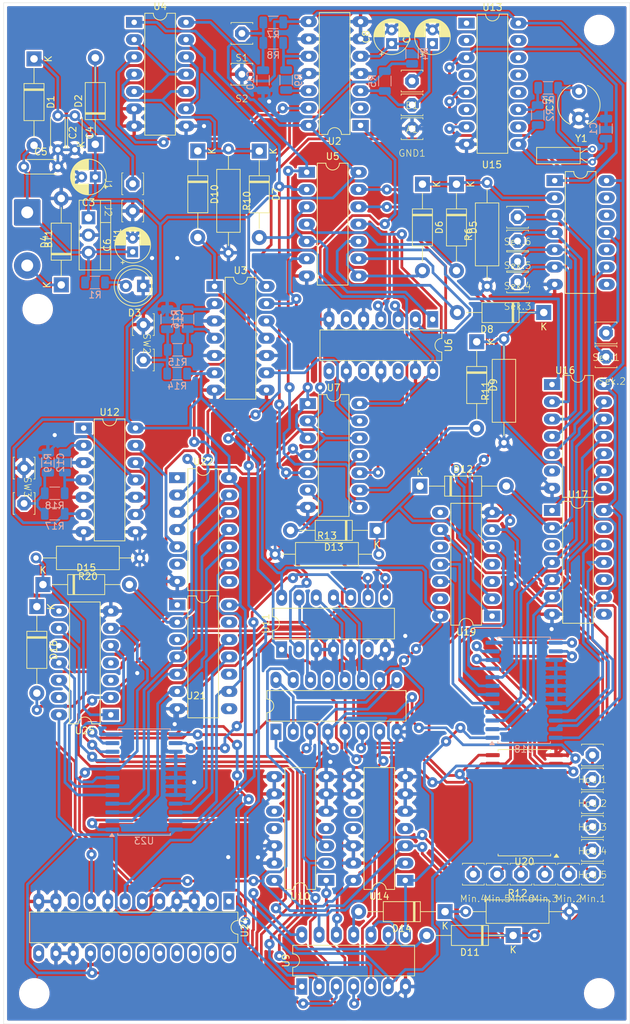
<source format=kicad_pcb>
(kicad_pcb (version 20240108) (generator "pcbnew") (generator_version "8.0")
  (title_block (title "Hodiny") (date "2025-02-04") (rev "Juraj Rojko") (company "Juraj Rojko"))
  (layers (0 "F.Cu" signal) (31 "B.Cu" signal) (34 "B.Paste" user) (35 "F.Paste" user) (36 "B.SilkS" user "B.Silkscreen") (37 "F.SilkS" user "F.Silkscreen") (38 "B.Mask" user) (39 "F.Mask" user) (44 "Edge.Cuts" user))
  (net 0 "")
  (net 1 "Net-(BT1-+)")
  (net 2 "GND")
  (net 4 "Net-(SW2-A)")
  (net 5 "Net-(SW3-A)")
  (net 6 "Net-(U13-~{Φ0})")
  (net 7 "Net-(BZ1-+)")
  (net 8 "Net-(D15-K)")
  (net 9 "Net-(D8-K)")
  (net 10 "Net-(D2-A)")
  (net 11 "Net-(D12-K)")
  (net 12 "Net-(D5-K)")
  (net 13 "Net-(D5-A)")
  (net 14 "Net-(D6-A)")
  (net 15 "Net-(D7-A)")
  (net 16 "Net-(D8-A)")
  (net 17 "Net-(D9-A)")
  (net 18 "Net-(D10-K)")
  (net 19 "Net-(D10-A)")
  (net 20 "Net-(D11-A)")
  (net 21 "Net-(D11-K)")
  (net 22 "Net-(D12-A)")
  (net 23 "Net-(D13-A)")
  (net 24 "Net-(D14-A)")
  (net 25 "Net-(D16-A)")
  (net 26 "Net-(D15-A)")
  (net 27 "Net-(U13-~{Φ1})")
  (net 28 "Net-(U2B-R)")
  (net 29 "Net-(U2B-~{Q})")
  (net 30 "Net-(U12A-R)")
  (net 31 "Net-(U12A-~{Q})")
  (net 32 "Net-(U2A-Q)")
  (net 33 "Net-(U18-I1)")
  (net 34 "Net-(U18-I0)")
  (net 35 "Net-(U19-MR)")
  (net 36 "Net-(U8B-Reset)")
  (net 37 "VCC")
  (net 40 "Net-(U2B-Q)")
  (net 42 "Net-(U3B-D)")
  (net 43 "Net-(U3B-Q)")
  (net 44 "Net-(U10-Pad1)")
  (net 46 "Net-(U21-~{CLK})")
  (net 47 "Net-(U3A-R)")
  (net 48 "Net-(U3A-~{Q})")
  (net 49 "Net-(U8B-Q2)")
  (net 50 "Net-(U4A-D)")
  (net 51 "Net-(U4B-D)")
  (net 52 "Net-(U4A-Q)")
  (net 53 "Net-(U8B-Q4)")
  (net 54 "Net-(U4B-Q)")
  (net 55 "Net-(U18-S3)")
  (net 56 "Net-(U5-Pad9)")
  (net 58 "Net-(U18-S0)")
  (net 59 "Net-(U18-S2)")
  (net 60 "Net-(U8A-Reset)")
  (net 61 "Net-(U18-S1)")
  (net 62 "Net-(U8B-Q1)")
  (net 63 "Net-(U8B-CK)")
  (net 64 "Net-(U23-I1)")
  (net 65 "Net-(U23-I0)")
  (net 66 "Net-(U25-MR)")
  (net 67 "Net-(U23-COM)")
  (net 68 "Net-(U12B-D)")
  (net 69 "Net-(U12A-Q)")
  (net 70 "Net-(U12B-Q)")
  (net 77 "Net-(U13-Q14)")
  (net 82 "Net-(U18-COM)")
  (net 83 "Net-(U17-Q2)")
  (net 84 "Net-(U17-Q3)")
  (net 85 "Net-(U17-Q4)")
  (net 86 "Net-(U17-Q5)")
  (net 87 "Net-(U17-Q0)")
  (net 89 "Net-(U17-Q1)")
  (net 91 "Net-(U18-I2)")
  (net 92 "Net-(U18-I3)")
  (net 94 "Net-(U18-I4)")
  (net 96 "Net-(U21-Q5)")
  (net 97 "Net-(U21-Q2)")
  (net 98 "Net-(U21-Q0)")
  (net 99 "Net-(U13-Q5)")
  (net 100 "Net-(U21-Q1)")
  (net 101 "Net-(U21-Q3)")
  (net 102 "Net-(U21-Q4)")
  (net 103 "Net-(U22-Pad2)")
  (net 104 "Net-(U13-Q4)")
  (net 106 "Net-(U23-I4)")
  (net 108 "Net-(U23-I3)")
  (net 109 "Net-(U23-I2)")
  (net 110 "Net-(BT1--)")
  (net 111 "Net-(Hod.1-Pin_1)")
  (net 112 "Net-(Hod.2-Pin_1)")
  (net 113 "Net-(Hod.3-Pin_1)")
  (net 114 "Net-(Hod.4-Pin_1)")
  (net 115 "Net-(Hod.5-Pin_1)")
  (net 116 "Net-(Min.1-Pin_1)")
  (net 117 "Net-(Min.2-Pin_1)")
  (net 118 "Net-(Min.3-Pin_1)")
  (net 119 "Net-(Min.4-Pin_1)")
  (net 120 "Net-(Min.5-Pin_1)")
  (net 121 "Net-(Min.6-Pin_1)")
  (net 122 "Net-(Sek.3-Pin_1)")
  (net 123 "Net-(Sek.2-Pin_1)")
  (net 124 "Net-(Sek.4-Pin_1)")
  (net 125 "Net-(Sek.1-Pin_1)")
  (net 126 "Net-(Sek.5-Pin_1)")
  (net 127 "Net-(Sek.6-Pin_1)")
  (net 132 "Net-(U11-Pad10)")
  (net 144 "Net-(A1-Pin_1)")
  (net 145 "Net-(B1-Pin_1)")
  (net 146 "Net-(C7-Pad2)")
  (net 147 "Net-(S1-Pin_1)")
  (net 148 "Net-(D3-A)")
  (footprint "Package_DIP:DIP-14_W7.62mm_LongPads" (layer "F.Cu") (at 103.54 76.5 -90)
    (property "Reference" "U6")
    (property "Value" "4069")
  )
  (footprint "Diode_THT:D_DO-41_SOD81_P12.70mm_Horizontal" (layer "F.Cu") (at 78.052515 51.787225 -90)
    (property "Reference" "D7")
    (property "Value" "1N4004")
  )
  (footprint "Package_DIP:DIP-14_W7.62mm_LongPads" (layer "F.Cu") (at 56.24375 134.585 180)
    (property "Reference" "U25")
    (property "Value" "4024")
  )
  (footprint "Capacitor_THT:C_Disc_D4.3mm_W1.9mm_P5.00mm" (layer "F.Cu") (at 50.96 46.59137 -90)
    (property "Reference" "C4")
    (property "Value" "100n")
  )
  (footprint "Capacitor_THT:CP_Radial_D5.0mm_P2.00mm" (layer "F.Cu") (at 97.5 36 90)
    (property "Reference" "C8")
    (property "Value" "100nF")
  )
  (footprint "CUSTOM:pad" (layer "F.Cu") (at 59.46 56.59137 -90)
    (property "Reference" "J1")
    (property "Value" "+" (hide yes))
  )
  (footprint "Package_DIP:DIP-14_W7.62mm_LongPads" (layer "F.Cu") (at 84.3 174.5 90)
    (property "Reference" "U9")
    (property "Value" "4081")
  )
  (footprint "CUSTOM:pad" (layer "F.Cu") (at 127 144)
    (property "Reference" "Hod.2")
    (property "Value" "Conn_01x01_Pin" (hide yes))
  )
  (footprint "CUSTOM:pad" (layer "F.Cu") (at 116 61.5)
    (property "Reference" "Sek.6")
    (property "Value" "Conn_01x01_Pin" (hide yes))
  )
  (footprint "CUSTOM:button placeholder" (layer "F.Cu") (at 61.0246 79.8754 -90)
    (property "Reference" "SW2")
    (property "Value" "SW_MEC_5E")
  )
  (footprint "Inductor_THT:L_Radial_D6.0mm_P4.00mm" (layer "F.Cu") (at 125 47 90)
    (property "Reference" "C7")
    (property "Value" "1-20p")
  )
  (footprint "Package_DIP:DIP-14_W7.62mm_LongPads" (layer "F.Cu") (at 52.25375 92.47)
    (property "Reference" "U12")
    (property "Value" "4013")
  )
  (footprint "Diode_THT:D_DO-41_SOD81_P12.70mm_Horizontal" (layer "F.Cu") (at 69.0246 51.7754 -90)
    (property "Reference" "D10")
    (property "Value" "1N4004")
  )
  (footprint "Diode_THT:D_DO-41_SOD81_P12.70mm_Horizontal" (layer "F.Cu") (at 115.35 167 180)
    (property "Reference" "D11")
    (property "Value" "1N4004")
  )
  (footprint "CUSTOM:pad" (layer "F.Cu") (at 75.5 40.5)
    (property "Reference" "S2")
    (property "Value" "A" (hide yes))
  )
  (footprint "CUSTOM:pad" (layer "F.Cu") (at 75.5 34.5)
    (property "Reference" "S1")
    (property "Value" "C" (hide yes))
  )
  (footprint "Diode_THT:D_DO-41_SOD81_P12.70mm_Horizontal" (layer "F.Cu") (at 44.96 38.24137 -90)
    (property "Reference" "D1")
    (property "Value" "1N4004")
  )
  (footprint "" (layer "F.Cu") (at 128 175.5)
    (property "Reference" "")
    (property "Value" "")
  )
  (footprint "Package_DIP:DIP-16_W7.62mm_LongPads" (layer "F.Cu") (at 108.5 33)
    (property "Reference" "U13")
    (property "Value" "4060")
  )
  (footprint "CUSTOM:pad" (layer "F.Cu") (at 116.5 158)
    (property "Reference" "Min.6")
    (property "Value" "Conn_01x01_Pin" (hide yes))
  )
  (footprint "Diode_THT:D_DO-41_SOD81_P12.70mm_Horizontal" (layer "F.Cu") (at 107.0246 56.65 -90)
    (property "Reference" "D5")
    (property "Value" "1N4004")
  )
  (footprint "Package_DIP:DIP-14_W7.62mm_LongPads" (layer "F.Cu") (at 66.00375 118.46)
    (property "Reference" "U21")
    (property "Value" "4024")
  )
  (footprint "Capacitor_THT:CP_Radial_D5.0mm_P2.00mm" (layer "F.Cu") (at 59.46 66.59137 90)
    (property "Reference" "C6")
    (property "Value" "100u")
  )
  (footprint "CUSTOM:pad" (layer "F.Cu") (at 129 78.5)
    (property "Reference" "Sek.1")
    (property "Value" "Conn_01x01_Pin" (hide yes))
  )
  (footprint "Package_SO:SOIC-24W_7.5x15.4mm_P1.27mm" (layer "F.Cu") (at 117 147.5 180)
    (property "Reference" "U20")
    (property "Value" "4067")
  )
  (footprint "" (layer "F.Cu") (at 45 175.5)
    (property "Reference" "")
    (property "Value" "")
  )
  (footprint "Package_DIP:DIP-14_W7.62mm_LongPads" (layer "F.Cu") (at 85.0246 54.8954)
    (property "Reference" "U5")
    (property "Value" "4081")
  )
  (footprint "Resistor_THT:R_Axial_DIN0309_L9.0mm_D3.2mm_P15.24mm_Horizontal" (layer "F.Cu") (at 111.5246 71.6446 90)
    (property "Reference" "R6")
    (property "Value" "22k")
  )
  (footprint "Capacitor_THT:C_Disc_D4.3mm_W1.9mm_P5.00mm" (layer "F.Cu") (at 43.46 54.09137)
    (property "Reference" "C5")
    (property "Value" "1u")
  )
  (footprint "CUSTOM:pad" (layer "F.Cu") (at 100.5 41.5)
    (property "Reference" "B1")
    (property "Value" "B" (hide yes))
  )
  (footprint "CUSTOM:pad" (layer "F.Cu") (at 113 158)
    (property "Reference" "Min.5")
    (property "Value" "Conn_01x01_Pin" (hide yes))
  )
  (footprint "CUSTOM:pad" (layer "F.Cu") (at 116 65)
    (property "Reference" "Sek.5")
    (property "Value" "Conn_01x01_Pin" (hide yes))
  )
  (footprint "Package_DIP:DIP-14_W7.62mm_LongPads" (layer "F.Cu") (at 121.065 86.075)
    (property "Reference" "U16")
    (property "Value" "4082")
  )
  (footprint "Resistor_THT:R_Axial_DIN0309_L9.0mm_D3.2mm_P15.24mm_Horizontal" (layer "F.Cu") (at 108.38 163.5)
    (property "Reference" "R12")
    (property "Value" "22k")
  )
  (footprint "Resistor_THT:R_Axial_DIN0309_L9.0mm_D3.2mm_P15.24mm_Horizontal" (layer "F.Cu") (at 60.49375 111.55 180)
    (property "Reference" "R20")
    (property "Value" "22k")
  )
  (footprint "Capacitor_THT:CP_Radial_D5.0mm_P2.00mm" (layer "F.Cu") (at 53.96 55.59137 180)
    (property "Reference" "C3")
    (property "Value" "10u")
  )
  (footprint "LED_THT:LED_D5.0mm" (layer "F.Cu") (at 61 71.59137 180)
    (property "Reference" "D3")
    (property "Value" "Zelená LED")
  )
  (footprint "" (layer "F.Cu") (at 45.5 75)
    (property "Reference" "")
    (property "Value" "")
  )
  (footprint "CUSTOM:pad" (layer "F.Cu") (at 116 68)
    (property "Reference" "Sek.4")
    (property "Value" "Conn_01x01_Pin" (hide yes))
  )
  (footprint "" (layer "F.Cu") (at 128 34)
    (property "Reference" "")
    (property "Value" "")
  )
  (footprint "CUSTOM:pad" (layer "F.Cu") (at 127 147.5)
    (property "Reference" "Hod.3")
    (property "Value" "Conn_01x01_Pin" (hide yes))
  )
  (footprint "Package_TO_SOT_THT:TO-220-3_Vertical" (layer "F.Cu") (at 52.96 61.59137 -90)
    (property "Reference" "U1")
    (property "Value" "LM7805")
  )
  (footprint "Diode_THT:D_DO-41_SOD81_P12.70mm_Horizontal" (layer "F.Cu") (at 48.96 71.44137 90)
    (property "Reference" "D4")
    (property "Value" "1N4004")
  )
  (footprint "Diode_THT:D_DO-41_SOD81_P12.70mm_Horizontal" (layer "F.Cu") (at 46.27375 115.46)
    (property "Reference" "D15")
    (property "Value" "1N4004")
  )
  (footprint "Diode_THT:D_DO-41_SOD81_P12.70mm_Horizontal" (layer "F.Cu") (at 45.37375 118.7 -90)
    (property "Reference" "D16")
    (property "Value" "1N4004")
  )
  (footprint "Capacitor_THT:CP_Radial_D5.0mm_P2.00mm" (layer "F.Cu") (at 103.5 36 90)
    (property "Reference" "C9")
    (property "Value" "100nF")
  )
  (footprint "Diode_THT:D_DO-41_SOD81_P12.70mm_Horizontal" (layer "F.Cu") (at 110 79.8 -90)
    (property "Reference" "D9")
    (property "Value" "1N4004")
  )
  (footprint "Diode_THT:D_DO-41_SOD81_P12.70mm_Horizontal" (layer "F.Cu") (at 53.96 50.79137 90)
    (property "Reference" "D2")
    (property "Value" "1N4004")
  )
  (footprint "CUSTOM:pad" (layer "F.Cu") (at 127 151)
    (property "Reference" "Hod.4")
    (property "Value" "Conn_01x01_Pin" (hide yes))
  )
  (footprint "Package_DIP:DIP-14_W7.62mm_LongPads" (layer "F.Cu") (at 87.88 158.91 180)
    (property "Reference" "U10")
    (property "Value" "4081")
  )
  (footprint "CUSTOM:pad" (layer "F.Cu") (at 129 82)
    (property "Reference" "Sek.2")
    (property "Value" "Conn_01x01_Pin" (hide yes))
  )
  (footprint "Package_DIP:DIP-14_W7.62mm_LongPads" (layer "F.Cu") (at 85.175 88.875)
    (property "Reference" "U7")
    (property "Value" "4073")
  )
  (footprint "Package_DIP:DIP-14_W7.62mm_LongPads" (layer "F.Cu") (at 92.9346 48.0154 180)
    (property "Reference" "U2")
    (property "Value" "4013")
  )
  (footprint "Diode_THT:D_DO-41_SOD81_P12.70mm_Horizontal" (layer "F.Cu") (at 119.85 75.5 180)
    (property "Reference" "D8")
    (property "Value" "1N4004")
  )
  (footprint "Package_DIP:DIP-14_W7.62mm_LongPads" (layer "F.Cu") (at 99.5 158.91 180)
    (property "Reference" "U14")
    (property "Value" "4030")
  )
  (footprint "CUSTOM:pad" (layer "F.Cu") (at 100.5 48.5)
    (property "Reference" "GND1")
    (property "Value" "C" (hide yes))
  )
  (footprint "Package_DIP:DIP-16_W7.62mm_LongPads" (layer "F.Cu") (at 80.505 137.085 90)
    (property "Reference" "U8" (hide yes))
    (property "Value" "4520")
  )
  (footprint "Capacitor_THT:C_Disc_D4.3mm_W1.9mm_P5.00mm" (layer "F.Cu") (at 48.46 46.59137 -90)
    (property "Reference" "C2")
    (property "Value" "100n")
  )
  (footprint "CUSTOM:pad" (layer "F.Cu") (at 116 71)
    (property "Reference" "Sek.3")
    (property "Value" "Conn_01x01_Pin" (hide yes))
  )
  (footprint "Resistor_THT:R_Axial_DIN0309_L9.0mm_D3.2mm_P15.24mm_Horizontal" (layer "F.Cu") (at 80.38 111)
    (property "Reference" "R13")
    (property "Value" "22k")
  )
  (footprint "CUSTOM:pad" (layer "F.Cu") (at 123.5 158)
    (property "Reference" "Min.2")
    (property "Value" "Conn_01x01_Pin" (hide yes))
  )
  (footprint "Package_DIP:DIP-14_W7.62mm_LongPads" (layer "F.Cu") (at 81.34 125 90)
    (property "Reference" "U11")
    (property "Value" "4073")
  )
  (footprint "Diode_THT:D_DO-41_SOD81_P12.70mm_Horizontal" (layer "F.Cu") (at 101.65 101)
    (property "Reference" "D12")
    (property "Value" "1N4004")
  )
  (footprint "CUSTOM:pad" (layer "F.Cu") (at 127 140.5)
    (property "Reference" "Hod.1")
    (property "Value" "Conn_01x01_Pin" (hide yes))
  )
  (footprint "CUSTOM:pad" (layer "F.Cu") (at 100.5 45)
    (property "Reference" "A1")
    (property "Value" "A" (hide yes))
  )
  (footprint "Crystal:Crystal_DS26_D2.0mm_L6.0mm_Horizontal" (layer "F.Cu") (at 127 51.5 -90)
    (property "Reference" "Y1")
    (property "Value" "32,768kHz")
  )
  (footprint "Package_DIP:DIP-14_W7.62mm_LongPads" (layer "F.Cu") (at 66.00375 99.76)
    (property "Reference" "U22")
    (property "Value" "4082")
  )
  (footprint "CUSTOM:pad" (layer "F.Cu") (at 127 158)
    (property "Reference" "Min.1")
    (property "Value" "Conn_01x01_Pin" (hide yes))
  )
  (footprint "Package_DIP:DIP-14_W7.62mm_LongPads" (layer "F.Cu") (at 121.065 104.575)
    (property "Reference" "U17")
    (property "Value" "4024")
  )
  (footprint "CUSTOM:button placeholder" (layer "F.Cu") (at 43.5 100.95 -90)
    (property "Reference" "SW3")
    (property "Value" "SW_MEC_5E")
  )
  (footprint "Diode_THT:D_DO-41_SOD81_P12.70mm_Horizontal" (layer "F.Cu") (at 105.35 163.5 180)
    (property "Reference" "D14")
    (property "Value" "1N4004")
  )
  (footprint "Package_DIP:DIP-14_W7.62mm_LongPads" (layer "F.Cu") (at 59.675 32.875)
    (property "Reference" "U4")
    (property "Value" "4013")
  )
  (footprint "Package_DIP:DIP-14_W7.62mm_LongPads" (layer "F.Cu") (at 112.258921 120.095227 180)
    (property "Reference" "U19")
    (property "Value" "4024")
  )
  (footprint "Package_DIP:DIP-14_W7.62mm_LongPads" (layer "F.Cu") (at 121.455653 56.124448)
    (property "Reference" "U15")
    (property "Value" "4024")
  )
  (footprint "Package_DIP:DIP-24_W7.62mm_LongPads" (layer "F.Cu") (at 73.58 162 -90)
    (property "Reference" "U24")
    (property "Value" "4043")
  )
  (footprint "Resistor_THT:R_Axial_DIN0309_L9.0mm_D3.2mm_P15.24mm_Horizontal" (layer "F.Cu") (at 114 94.62 90)
    (property "Reference" "R11")
    (property "Value" "22k")
  )
  (footprint "Diode_THT:D_DO-41_SOD81_P12.70mm_Horizontal" (layer "F.Cu") (at 102.0246 56.65 -90)
    (property "Reference" "D6")
    (property "Value" "1N4004")
  )
  (footprint "CUSTOM:pad" (layer "F.Cu") (at 59.46 60.59137 -90)
    (property "Reference" "J2")
    (property "Value" "GND" (hide yes))
  )
  (footprint "Resistor_THT:R_Axial_DIN0309_L9.0mm_D3.2mm_P15.24mm_Horizontal" (layer "F.Cu") (at 73.5246 51.4754 -90)
    (property "Reference" "R10")
    (property "Value" "22k")
  )
  (footprint "CUSTOM:pad" (layer "F.Cu") (at 109.5 158)
    (property "Reference" "Min.4")
    (property "Value" "Conn_01x01_Pin" (hide yes))
  )
  (footprint "CUSTOM:pad" (layer "F.Cu") (at 120 158)
    (property "Reference" "Min.3")
    (property "Value" "Conn_01x01_Pin" (hide yes))
  )
  (footprint "Package_DIP:DIP-14_W7.62mm_LongPads" (layer "F.Cu") (at 71.4871 71.6554)
    (property "Reference" "U3")
    (property "Value" "4013")
  )
  (footprint "CUSTOM:pad" (layer "F.Cu") (at 127 154.5)
    (property "Reference" "Hod.5")
    (property "Value" "Conn_01x01_Pin" (hide yes))
  )
  (footprint "Connector_Wire:SolderWire-1sqmm_1x02_P7.8mm_D1.4mm_OD3.9mm" (layer "F.Cu") (at 43.96 60.79137 -90)
    (property "Reference" "BT1")
    (property "Value" "~")
  )
  (footprint "Diode_THT:D_DO-41_SOD81_P12.70mm_Horizontal" (layer "F.Cu") (at 95.35 107.5 180)
    (property "Reference" "D13")
    (property "Value" "1N4004")
  )
  (footprint "Resistor_SMD:R_1206_3216Metric" (layer "B.Cu") (at 48 105.05)
    (property "Reference" "R17")
    (property "Value" "10k")
  )
  (footprint "Package_SO:SOIC-24W_7.5x15.4mm_P1.27mm" (layer "B.Cu") (at 61.12375 144.46)
    (property "Reference" "U23")
    (property "Value" "4067")
  )
  (footprint "Resistor_SMD:R_1206_3216Metric" (layer "B.Cu") (at 118.9625 46.5 90)
    (property "Reference" "R2")
    (property "Value" "10M")
  )
  (footprint "Resistor_SMD:R_1206_3216Metric" (layer "B.Cu") (at 100.5 37.5 90)
    (property "Reference" "R4")
    (property "Value" "10k")
  )
  (footprint "Resistor_SMD:R_1206_3216Metric" (layer "B.Cu") (at 82 41.3529 90)
    (property "Reference" "R9")
    (property "Value" "10M")
  )
  (footprint "Resistor_SMD:R_1206_3216Metric" (layer "B.Cu") (at 53.9225 71.09137)
    (property "Reference" "R1")
    (property "Value" "560")
  )
  (footprint "Capacitor_SMD:C_1206_3216Metric" (layer "B.Cu") (at 78.6096 41.3904 -90)
    (property "Reference" "C10")
    (property "Value" "100n")
  )
  (footprint "Resistor_SMD:R_1206_3216Metric" (layer "B.Cu") (at 96.5 41.5 -90)
    (property "Reference" "R5")
    (property "Value" "10k")
  )
  (footprint "Resistor_SMD:R_1206_3216Metric" (layer "B.Cu") (at 80.1096 35.8904)
    (property "Reference" "R8")
    (property "Value" "1M")
  )
  (footprint "Resistor_SMD:R_1206_3216Metric" (layer "B.Cu") (at 67.5246 76.4754 -90)
    (property "Reference" "R16")
    (property "Value" "10M")
  )
  (footprint "Package_SO:SOIC-24W_7.5x15.4mm_P1.27mm" (layer "B.Cu") (at 116.963921 130.980227)
    (property "Reference" "U18")
    (property "Value" "4067")
  )
  (footprint "Capacitor_SMD:C_1206_3216Metric" (layer "B.Cu") (at 129 48.5 -90)
    (property "Reference" "C1")
    (property "Value" "22p")
  )
  (footprint "Resistor_SMD:R_1206_3216Metric" (layer "B.Cu") (at 65.9871 84.4754)
    (property "Reference" "R14")
    (property "Value" "10k")
  )
  (footprint "Resistor_SMD:R_1206_3216Metric" (layer "B.Cu") (at 48 102.05)
    (property "Reference" "R18")
    (property "Value" "1M")
  )
  (footprint "Resistor_SMD:R_1206_3216Metric" (layer "B.Cu") (at 66.0621 80.9754)
    (property "Reference" "R15")
    (property "Value" "1M")
  )
  (footprint "Resistor_SMD:R_1206_3216Metric" (layer "B.Cu") (at 80.1096 32.8904)
    (property "Reference" "R7")
    (property "Value" "10k")
  )
  (footprint "Capacitor_SMD:C_1206_3216Metric" (layer "B.Cu") (at 64.5246 76.4754 90)
    (property "Reference" "C11")
    (property "Value" "100n")
  )
  (footprint "Resistor_SMD:R_1206_3216Metric" (layer "B.Cu") (at 49.5 97.55 -90)
    (property "Reference" "R19")
    (property "Value" "10M")
  )
  (footprint "Resistor_SMD:R_1206_3216Metric" (layer "B.Cu") (at 120.5 42.5)
    (property "Reference" "R3")
    (property "Value" "330k")
  )
  (footprint "Capacitor_SMD:C_1206_3216Metric" (layer "B.Cu") (at 47 97.55 90)
    (property "Reference" "C12")
    (property "Value" "100n")
  )
  (gr_rect (start 40.5 30) (end 132.5 180) (stroke (width 0.05)) (fill none) (layer "Edge.Cuts"))
  (gr_text "Hodiny v1\nJuraj Rojko" (at 116.5 178 0) (layer "F.Cu") (effects (font (size 1.7 1.7) (thickness 0.375) (bold yes)) (justify bottom)))
  (segment (start 44.16 60.79137) (end 50.04 66.67137) (width 0.4) (layer "B.Cu") (net 1))
  (segment (start 43.46 54.59137) (end 43.96 55.09137) (width 0.4) (layer "B.Cu") (net 1))
  (segment (start 43.46 52.44137) (end 44.96 50.94137) (width 0.4) (layer "B.Cu") (net 1))
  (segment (start 53.04 66.59137) (end 52.96 66.67137) (width 0.4) (layer "B.Cu") (net 1))
  (segment (start 43.96 55.09137) (end 43.96 60.79137) (width 0.4) (layer "B.Cu") (net 1))
  (segment (start 52.96 70.59137) (end 52.46 71.09137) (width 0.4) (layer "B.Cu") (net 1))
  (segment (start 59.46 66.59137) (end 53.04 66.59137) (width 0.4) (layer "B.Cu") (net 1))
  (segment (start 43.46 54.09137) (end 43.46 54.59137) (width 0.4) (layer "B.Cu") (net 1))
  (segment (start 43.96 60.79137) (end 44.16 60.79137) (width 0.4) (layer "B.Cu") (net 1))
  (segment (start 43.46 54.09137) (end 43.46 52.44137) (width 0.4) (layer "B.Cu") (net 1))
  (segment (start 50.04 66.67137) (end 52.96 66.67137) (width 0.4) (layer "B.Cu") (net 1))
  (segment (start 52.96 66.67137) (end 52.96 70.59137) (width 0.4) (layer "B.Cu") (net 1))
  (segment (start 125.2 136.965) (end 125.2 127.5) (width 0.4) (layer "F.Cu") (net 2))
  (segment (start 111.380761 123.3) (end 115.580761 127.5) (width 0.4) (layer "F.Cu") (net 2))
  (segment (start 63.5 72.5) (end 63.5 67.5) (width 0.4) (layer "F.Cu") (net 2))
  (segment (start 52.3 150.997057) (end 52.3 149.2) (width 0.4) (layer "F.Cu") (net 2))
  (segment (start 112.35 143.055) (end 113.864239 143.055) (width 0.4) (layer "F.Cu") (net 2))
  (segment (start 104 123) (end 110.734773 116.265227) (width 0.4) (layer "F.Cu") (net 2))
  (segment (start 110.734773 116.265227) (end 114.22344 116.265227) (width 0.4) (layer "F.Cu") (net 2))
  (segment (start 55.28 93.72) (end 59 90) (width 0.4) (layer "F.Cu") (net 2))
  (segment (start 50.82375 93.72) (end 55.28 93.72) (width 0.4) (layer "F.Cu") (net 2))
  (segment (start 77.86802 155.521671) (end 77.86802 156.36802) (width 0.4) (layer "F.Cu") (net 2))
  (segment (start 50.60375 93.5) (end 50.82375 93.72) (width 0.4) (layer "F.Cu") (net 2))
  (segment (start 116 140.919239) (end 116 134.098528) (width 0.4) (layer "F.Cu") (net 2))
  (segment (start 52.3 149.2) (end 57 144.5) (width 0.4) (layer "F.Cu") (net 2))
  (segment (start 65.62375 135.96) (end 62.62375 135.96) (width 0.4) (layer "F.Cu") (net 2))
  (segment (start 87.5 141.5) (end 88.5 141.5) (width 0.4) (layer "F.Cu") (net 2))
  (segment (start 77.701471 172.201471) (end 83.7 178.2) (width 0.4) (layer "F.Cu") (net 2))
  (segment (start 85.59 176.453301) (end 85.59 170.337767) (width 0.4) (layer "F.Cu") (net 2))
  (segment (start 108.8 126.898528) (end 108.8 124.002943) (width 0.4) (layer "F.Cu") (net 2))
  (segment (start 83.05 165.962233) (end 85.086544 163.925689) (width 0.4) (layer "F.Cu") (net 2))
  (segment (start 56.794006 155.491063) (end 52.3 150.997057) (width 0.4) (layer "F.Cu") (net 2))
  (segment (start 99.5 123) (end 104 123) (width 0.4) (layer "F.Cu") (net 2))
  (segment (start 117 122) (end 121 122) (width 0.4) (layer "F.Cu") (net 2))
  (segment (start 69.934997 47.365003) (end 72.8 44.5) (width 0.4) (layer "F.Cu") (net 2))
  (segment (start 77.86802 155.521671) (end 77.846349 155.5) (width 0.4) (layer "F.Cu") (net 2))
  (segment (start 83.7 178.2) (end 85.307767 178.2) (width 0.4) (layer "F.Cu") (net 2))
  (segment (start 72.8 44.5) (end 79.5 44.5) (width 0.4) (layer "F.Cu") (net 2))
  (segment (start 59 77) (end 63.5 72.5) (width 0.4) (layer "F.Cu") (net 2))
  (segment (start 78.4 165.877818) (end 77.701471 166.576347) (width 0.4) (layer "F.Cu") (net 2))
  (segment (start 109.502943 123.3) (end 111.380761 123.3) (width 0.4) (layer "F.Cu") (net 2))
  (segment (start 62.12375 130.46) (end 60.12375 128.46) (width 0.4) (layer "F.Cu") (net 2))
  (segment (start 116 134.098528) (end 108.8 126.898528) (width 0.4) (layer "F.Cu") (net 2))
  (segment (start 115.580761 127.5) (end 125.2 127.5) (width 0.4) (layer "F.Cu") (net 2))
  (segment (start 63.5 67.5) (end 66 67.5) (width 0.4) (layer "F.Cu") (net 2))
  (segment (start 48 93.5) (end 50.60375 93.5) (width 0.4) (layer "F.Cu") (net 2))
  (segment (start 59 90) (end 59 77) (width 0.4) (layer "F.Cu") (net 2))
  (segment (start 108.8 124.002943) (end 109.502943 123.3) (width 0.4) (layer "F.Cu") (net 2))
  (segment (start 125.2 127.5) (end 125.2 123.2) (width 0.4) (layer "F.Cu") (net 2))
  (segment (start 83.05 167.797767) (end 83.05 165.962233) (width 0.4) (layer "F.Cu") (net 2))
  (segment (start 116 121) (end 117 122) (width 0.4) (layer "F.Cu") (net 2))
  (segment (start 125.2 123.2) (end 124 122) (width 0.4) (layer "F.Cu") (net 2))
  (segment (start 62.62375 135.96) (end 62.12375 135.46) (width 0.4) (layer "F.Cu") (net 2))
  (segment (start 121.65 140.515) (end 125.2 136.965) (width 0.4) (layer "F.Cu") (net 2))
  (segment (start 115.108921 115.379746) (end 116 116.270825) (width 0.4) (layer "F.Cu") (net 2))
  (segment (start 113.864239 143.055) (end 116 140.919239) (width 0.4) (layer "F.Cu") (net 2))
  (segment (start 69.934997 48.115) (end 69.934997 47.365003) (width 0.4) (layer "F.Cu") (net 2))
  (segment (start 73.491063 155.491063) (end 56.794006 155.491063) (width 0.4) (layer "F.Cu") (net 2))
  (segment (start 85.59 170.337767) (end 83.05 167.797767) (width 0.4) (layer "F.Cu") (net 2))
  (segment (start 78.4 156.9) (end 78.4 165.877818) (width 0.4) (layer "F.Cu") (net 2))
  (segment (start 62.3 67.5) (end 63.5 67.5) (width 0.4) (layer "F.Cu") (net 2))
  (segment (start 85.086544 143.913456) (end 87.5 141.5) (width 0.4) (layer "F.Cu") (net 2))
  (segment (start 77.701471 166.576347) (end 77.701471 172.201471) (width 0.4) (layer "F.Cu") (net 2))
  (segment (start 124 122) (end 121 122) (width 0.4) (layer "F.Cu") (net 2))
  (segment (start 77.86802 156.36802) (end 78.4 156.9) (width 0.4) (layer "F.Cu") (net 2))
  (segment (start 86.322233 177.185534) (end 85.59 176.453301) (width 0.4) (layer "F.Cu") (net 2))
  (segment (start 57 144.5) (end 68.5 144.5) (width 0.4) (layer "F.Cu") (net 2))
  (segment (start 116 116.270825) (end 116 121) (width 0.4) (layer "F.Cu") (net 2))
  (segment (start 77.846349 155.5) (end 73.5 155.5) (width 0.4) (layer "F.Cu") (net 2))
  (segment (start 85.086544 163.925689) (end 85.086544 143.913456) (width 0.4) (layer "F.Cu") (net 2))
  (segment (start 114.22344 116.265227) (end 115.108921 115.379746) (width 0.4) (layer "F.Cu") (net 2))
  (segment (start 85.307767 178.2) (end 86.322233 177.185534) (width 0.4) (layer "F.Cu") (net 2))
  (segment (start 62.12375 135.46) (end 62.12375 130.46) (width 0.4) (layer "F.Cu") (net 2))
  (via (at 69.934997 48.115) (size 1.5) (drill 0.6096) (layers "F.Cu" "B.Cu") (net 2))
  (via (at 115.108921 115.379746) (size 1.5) (drill 0.6096) (layers "F.Cu" "B.Cu") (net 2))
  (via (at 68.5 144.5) (size 1.5) (drill 0.6096) (layers "F.Cu" "B.Cu") (net 2))
  (via (at 88.5 141.5) (size 1.5) (drill 0.6096) (layers "F.Cu" "B.Cu") (net 2))
  (via (at 99.5 123) (size 1.5) (drill 0.6096) (layers "F.Cu" "B.Cu") (net 2))
  (via (at 79.5 44.5) (size 1.5) (drill 0.6096) (layers "F.Cu" "B.Cu") (net 2))
  (via (at 60.12375 128.46) (size 1.5) (drill 0.6096) (layers "F.Cu" "B.Cu") (net 2))
  (via (at 66 67.5) (size 1.5) (drill 0.6096) (layers "F.Cu" "B.Cu") (net 2))
  (via (at 121 122) (size 1.5) (drill 0.6096) (layers "F.Cu" "B.Cu") (net 2))
  (via (at 73.491063 155.491063) (size 1.5) (drill 0.6096) (layers "F.Cu" "B.Cu") (net 2))
  (via (at 65.62375 135.96) (size 1.5) (drill 0.6096) (layers "F.Cu" "B.Cu") (net 2))
  (via (at 48 93.5) (size 1.5) (drill 0.6096) (layers "F.Cu" "B.Cu") (net 2))
  (via (at 62.3 67.5) (size 1.5) (drill 0.6096) (layers "F.Cu" "B.Cu") (net 2))
  (via (at 77.86802 155.521671) (size 1.5) (drill 0.6096) (layers "F.Cu" "B.Cu") (net 2))
  (segment (start 118.75137 169.5) (end 107 169.5) (width 0.4) (layer "B.Cu") (net 2))
  (segment (start 68.5 162) (end 65.96 162) (width 0.4) (layer "B.Cu") (net 2))
  (segment (start 75.5 86.8954) (end 71.4871 86.8954) (width 0.4) (layer "B.Cu") (net 2))
  (segment (start 52.25375 97.55) (end 45.57875 97.55) (width 0.4) (layer "B.Cu") (net 2))
  (segment (start 65.77375 142.96) (end 65.77375 142.555) (width 0.4) (layer "B.Cu") (net 2))
  (segment (start 87.88 143.67) (end 91.88 143.67) (width 0.4) (layer "B.Cu") (net 2))
  (segment (start 120.370101 72.45) (end 112.33 72.45) (width 0.4) (layer "B.Cu") (net 2))
  (segment (start 61 65) (end 60.59137 64.59137) (width 0.4) (layer "B.Cu") (net 2))
  (segment (start 56.07875 102.63) (end 52.25375 102.63) (width 0.4) (layer "B.Cu") (net 2))
  (segment (start 75.5 77.5) (end 75.5 81.8154) (width 0.4) (layer "B.Cu") (net 2))
  (segment (start 56.725 37.725) (end 56.725 48.725) (width 0.4) (layer "B.Cu") (net 2))
  (segment (start 59.46 64.59137) (end 59.46 60.59137) (width 0.4) (layer "B.Cu") (net 2))
  (segment (start 95.6846 35.3154) (end 92.9346 35.3154) (width 0.4) (layer "B.Cu") (net 2))
  (segment (start 56.24375 115.997968) (end 58.454218 113.7875) (width 0.4) (layer "B.Cu") (net 2))
  (segment (start 56.07875 102.63) (end 56.07875 107.71) (width 0.4) (layer "B.Cu") (net 2))
  (segment (start 61 71.59137) (end 61 67.5) (width 0.4) (layer "B.Cu") (net 2))
  (segment (start 48.18 162) (end 45.64 162) (width 0.4) (layer "B.Cu") (net 2))
  (segment (start 101.3 48.5) (end 104.8 45) (width 0.4) (layer "B.Cu") (net 2))
  (segment (start 59.675 48.115) (end 59.675 45.575) (width 0.4) (layer "B.Cu") (net 2))
  (segment (start 71.4871 76.7354) (end 74.7354 76.7354) (width 0.4) (layer "B.Cu") (net 2))
  (segment (start 64.5246 67.5) (end 64.5246 63) (width 0.4) (layer "B.Cu") (net 2))
  (segment (start 99.5 143.67) (end 99.5 138.3) (width 0.4) (layer "B.Cu") (net 2))
  (segment (start 111.145227 108.645227) (end 110.608921 108.108921) (width 0.4) (layer "B.Cu") (net 2))
  (segment (start 112.258921 104.855227) (end 112.258921 96.361079) (width 0.4) (layer "B.Cu") (net 2))
  (segment (start 99.5 80.5) (end 95.92 80.5) (width 0.4) (layer "B.Cu") (net 2))
  (segment (start 104.8 45) (end 104.8 50.78) (width 0.4) (layer "B.Cu") (net 2))
  (segment (start 79.1071 86.8954) (end 75.5 86.8954) (width 0.4) (layer "B.Cu") (net 2))
  (segment (start 44 36) (end 55 36) (width 0.4) (layer "B.Cu") (net 2))
  (segment (start 114.504773 123.995227) (end 115 123.5) (width 0.4) (layer "B.Cu") (net 2))
  (segment (start 112.33 72.45) (end 111.5246 71.6446) (width 0.4) (layer "B.Cu") (net 2))
  (segment (start 50.46 55.59137) (end 48.96 57.09137) (width 0.4) (layer "B.Cu") (net 2))
  (segment (start 43 43.63137) (end 43 37) (width 0.4) (layer "B.Cu") (net 2))
  (segment (start 120.4125 46.909378) (end 120.4125 41.578122) (width 0.4) (layer "B.Cu") (net 2))
  (segment (start 64.5992 62.9254) (end 64.5246 63) (width 0.4) (layer "B.Cu") (net 2))
  (segment (start 45.57875 97.55) (end 44.77875 98.35) (width 0.4) (layer "B.Cu") (net 2))
  (segment (start 87.88 143.67) (end 87.88 142.12) (width 0.4) (layer "B.Cu") (net 2))
  (segment (start 93.38 76.5) (end 93.38 80.5) (width 0.4) (layer "B.Cu") (net 2))
  (segment (start 65.77375 141.285) (end 65.77375 140.015) (width 0.4) (layer "B.Cu") (net 2))
  (segment (start 60.87375 113.7875) (end 64.79125 113.7875) (width 0.4) (layer "B.Cu") (net 2))
  (segment (start 64.29875 139.564999) (end 64.748751 140.015) (width 0.4) (layer "B.Cu") (net 2))
  (segment (start 91.88 153.83) (end 91.88 156.37) (width 0.4) (layer "B.Cu") (net 2))
  (segment (start 74.83 168.702233) (end 74.097767 167.97) (width 0.4) (layer "B.Cu") (net 2))
  (segment (start 64.29875 137.072316) (end 64.29875 139.564999) (width 0.4) (layer "B.Cu") (net 2))
  (segment (start 71.4871 76.7354) (end 66.2596 76.7354) (width 0.4) (layer "B.Cu") (net 2))
  (segment (start 125 47) (end 125.025 47.025) (width 0.4) (layer "B.Cu") (net 2))
  (segment (start 57.298749 123.135) (end 55.325983 123.135) (width 0.4) (layer "B.Cu") (net 2))
  (segment (start 65.411066 135.96) (end 64.29875 137.072316) (width 0.4) (layer "B.Cu") (net 2))
  (segment (start 108.5 50.78) (end 112.33 46.95) (width 0.4) (layer "B.Cu") (net 2))
  (segment (start 110.608921 106.505227) (end 112.258921 104.855227) (width 0.4) (layer "B.Cu") (net 2))
  (segment (start 56.07875 107.71) (end 59.87375 107.71) (width 0.4) (layer "B.Cu") (net 2))
  (segment (start 60.49375 111.55) (end 60.49375 113.4075) (width 0.4) (layer "B.Cu") (net 2))
  (segment (start 73.47 167.97) (end 68.5 163) (width 0.4) (layer "B.Cu") (net 2))
  (segment (start 93.0096 35.3904) (end 92.9346 35.3154) (width 0.4) (layer "B.Cu") (net 2))
  (segment (start 95.92 84.12) (end 95.92 80.5) (width 0.4) (layer "B.Cu") (net 2))
  (segment (start 125.025 47.025) (end 129 47.025) (width 0.4) (layer "B.Cu") (net 2))
  (segment (start 67.295 50.902057) (end 67.295 48.115) (width 0.4) (layer "B.Cu") (net 2))
  (segment (start 75.5 81.8154) (end 75.5 86.8954) (width 0.4) (layer "B.Cu") (net 2))
  (segment (start 48.18 169.62) (end 48.18 165.5) (width 0.4) (layer "B.Cu") (net 2))
  (segment (start 65.77375 145.095) (end 65.77375 143.825) (width 0.4) (layer "B.Cu") (net 2))
  (segment (start 114.37 94.62) (end 121.065 101.315) (width 0.4) (layer "B.Cu") (net 2))
  (segment (start 43 37) (end 44 36) (width 0.4) (layer "B.Cu") (net 2))
  (segment (start 102 174.5) (end 99.54 174.5) (width 0.4) (layer "B.Cu") (net 2))
  (segment (start 60.59137 64.59137) (end 59.46 64.59137) (width 0.4) (layer "B.Cu") (net 2))
  (segment (start 59.12375 136.46) (end 59.12375 128.46) (width 0.4) (layer "B.Cu") (net 2))
  (segment (start 48 95.075) (end 48 93.5) (width 0.4) (layer "B.Cu") (net 2))
  (segment (start 102.5 132.87) (end 102.5 128) (width 0.4) (layer "B.Cu") (net 2))
  (segment (start 115 123.5) (end 115 113.5) (width 0.4) (layer "B.Cu") (net 2))
  (segment (start 78.61 147.86) (end 80.26 146.21) (width 0.4) (layer "B.Cu") (net 2))
  (segment (start 90.23 152.18) (end 90.23 146.21) (width 0.4) (layer "B.Cu") (net 2))
  (segment (start 91.88 143.67) (end 91.88 146.21) (width 0.4) (layer "B.Cu") (net 2))
  (segment (start 80.26 143.67) (end 80.26 146.21) (width 0.4) (layer "B.Cu") (net 2))
  (segment (start 120.371878 46.95) (end 120.4125 46.909378) (width 0.4) (layer "B.Cu") (net 2))
  (segment (start 110.67637 90.165) (end 91.665 90.165) (width 0.4) (layer "B.Cu") (net 2))
  (segment (start 78.6096 42.8654) (end 77.8654 42.8654) (width 0.4) (layer "B.Cu") (net 2))
  (segment (start 123.62 163.5) (end 123.62 164.63137) (width 0.4) (layer "B.Cu") (net 2))
  (segment (start 48.96 54.09137) (end 50.46 55.59137) (width 0.4) (layer "B.Cu") (net 2))
  (segment (start 86.0246 76.5) (end 85.01 75.4854) (width 0.4) (layer "B.Cu") (net 2))
  (segment (start 55.325983 123.135) (end 54.59375 122.402767) (width 0.4) (layer "B.Cu") (net 2))
  (segment (start 64.79125 113.7875) (end 66.00375 115) (width 0.4) (layer "B.Cu") (net 2))
  (segment (start 65.62375 135.96) (end 65.411066 135.96) (width 0.4) (layer "B.Cu") (net 2))
  (segment (start 66 67.5) (end 64.5246 67.5) (width 0.4) (layer "B.Cu") (net 2))
  (segment (start 90.84 80.5) (end 90.84 84.12) (width 0.4) (layer "B.Cu") (net 2))
  (segment (start 89.375 130.375) (end 89.375 125.415) (width 0.4) (layer "B.Cu") (net 2))
  (segment (start 91.915 125.415) (end 91.915 131.5) (width 0.4) (layer "B.Cu") (net 2))
  (segment (start 90.23 146.21) (end 91.88 146.21) (width 0.4) (layer "B.Cu") (net 2))
  (segment (start 103.5 50.78) (end 108.5 50.78) (width 0.4) (layer "B.Cu") (net 2))
  (segment (start 90.797767 131.5) (end 90.5 131.5) (width 0.4) (layer "B.Cu") (net 2))
  (segment (start 60.49375 111.55) (end 60.49375 108.33) (width 0.4) (layer "B.Cu") (net 2))
  (segment (start 55.03375 97.55) (end 56.07875 98.595) (width 0.4) (layer "B.Cu") (net 2))
  (segment (start 112.258921 96.361079) (end 114 94.62) (width 0.4) (layer "B.Cu") (net 2))
  (segment (start 94.495 130.505) (end 93.5 131.5) (width 0.4) (layer "B.Cu") (net 2))
  (segment (start 99.5 54.78) (end 99.5 59.62) (width 0.4) (layer "B.Cu") (net 2))
  (segment (start 75.5 91) (end 75.5 86.8954) (width 0.4) (layer "B.Cu") (net 2))
  (segment (start 52.25375 97.55) (end 55.03375 97.55) (width 0.4) (layer "B.Cu") (net 2))
  (segment (start 90.84 89.34) (end 90.84 84.12) (width 0.4) (layer "B.Cu") (net 2))
  (segment (start 58.454218 113.7875) (end 60.87375 113.7875) (width 0.4) (layer "B.Cu") (net 2))
  (segment (start 121.613921 127.805227) (end 121.613921 126.535227) (width 0.4) (layer "B.Cu") (net 2))
  (segment (start 115 115.270825) (end 115 113.5) (width 0.4) (layer "B.Cu") (net 2))
  (segment (start 61.0246 77.2754) (end 62.2496 77.2754) (width 0.4) (layer "B.Cu") (net 2))
  (segment (start 91.88 153.83) (end 90.23 152.18) (width 0.4) (layer "B.Cu") (net 2))
  (segment (start 68.5 163) (end 68.5 162) (width 0.4) (layer "B.Cu") (net 2))
  (segment (start 47 96.075) (end 48 95.075) (width 0.4) (layer "B.Cu") (net 2))
  (segment (start 89.5 35.3154) (end 92.9346 35.3154) (width 0.4) (layer "B.Cu") (net 2))
  (segment (start 104.8 50.78) (end 103.5 50.78) (width 0.4) (layer "B.Cu") (net 2))
  (segment (start 48.46 51.59137) (end 48.46 54.09137) (width 0.4) (layer "B.Cu") (net 2))
  (segment (start 65.62375 134.08) (end 66.00375 133.7) (width 0.4) (layer "B.Cu") (net 2))
  (segment (start 85.0246 75.4708) (end 85.0246 70.1354) (width 0.4) (layer "B.Cu") (net 2))
  (segment (start 60.12375 128.46) (end 59.12375 128.46) (width 0.4) (layer "B.Cu") (net 2))
  (segment (start 45.57875 97.49625) (end 47 96.075) (width 0.4) (layer "B.Cu") (net 2))
  (segment (start 88.96 125) (end 86.42 125) (width 0.4) (layer "B.Cu") (net 2))
  (segment (start 99.5 125) (end 99.5 123) (width 0.4) (layer "B.Cu") (net 2))
  (segment (start 99.5 59.62) (end 111.5246 71.6446) (width 0.4) (layer "B.Cu") (net 2))
  (segment (start 99.5 146.21) (end 99.5 143.67) (width 0.4) (layer "B.Cu") (net 2))
  (segment (start 126.039229 38.5) (end 127.153316 39.614087) (width 0.4) (layer "B.Cu") (net 2))
  (segment (start 45.57875 97.55) (end 45.57875 97.49625) (width 0.4) (layer "B.Cu") (net 2))
  (segment (start 90.84 80.5) (end 88.3 80.5) (width 0.4) (layer "B.Cu") (net 2))
  (segment (start 94.495 127.085) (end 94.495 130.505) (width 0.4) (layer "B.Cu") (net 2))
  (segment (start 85.3146 40.3954) (end 84.21 41.5) (width 0.4) (layer "B.Cu") (net 2))
  (segment (start 54.59375 120.995) (end 56.24375 119.345) (width 0.4) (layer "B.Cu") (net 2))
  (segment (start 80.38 107.31) (end 80.38 95.887036) (width 0.4) (layer "B.Cu") (net 2))
  (segment (start 91.665 90.165) (end 90.84 89.34) (width 0.4) (layer "B.Cu") (net 2))
  (segment (start 119 124) (end 119 125.5) (width 0.4) (layer "B.Cu") (net 2))
  (segment (start 55 36) (end 56.725 37.725) (width 0.4) (layer "B.Cu") (net 2))
  (segment (start 99.5 125) (end 96.58 125) (width 0.4) (layer "B.Cu") (net 2))
  (segment (start 58.10875 137.475) (end 59.12375 136.46) (width 0.4) (layer "B.Cu") (net 2))
  (segment (start 121 122) (end 121 119.88) (width 0.4) (layer "B.Cu") (net 2))
  (segment (start 59.12375 124.960001) (end 57.298749 123.135) (width 0.4) (layer "B.Cu") (net 2))
  (segment (start 80.38 104.115) (end 85.175 104.115) (width 0.4) (layer "B.Cu") (net 2))
  (segment (start 103.5 34) (end 104 34) (width 0.4) (layer "B.Cu") (net 2))
  (segment (start 85.3146 35.3154) (end 89.5 35.3154) (width 0.4) (layer "B.Cu") (net 2))
  (segment (start 121 119.88) (end 121.065 119.815) (width 0.4) (layer "B.Cu") (net 2))
  (segment (start 66.497057 51.7) (end 67.295 50.902057) (width 0.4) (layer "B.Cu") (net 2))
  (segment (start 67.825 143.825) (end 65.77375 143.825) (width 0.4) (layer "B.Cu") (net 2))
  (segment (start 48.96 58.74137) (end 48.96 62.09137) (width 0.4) (layer "B.Cu") (net 2))
  (segment (start 78.189333 75.4854) (end 73.5246 70.820667) (width 0.4) (layer "B.Cu") (net 2))
  (segment (start 48.46 51.59137) (end 50.96 51.59137) (width 0.4) (layer "B.Cu") (net 2))
  (segment (start 87.88 146.21) (end 87.88 143.67) (width 0.4) (layer "B.Cu") (net 2))
  (segment (start 60.49375 113.4075) (end 60.87375 113.7875) (width 0.4) (layer "B.Cu") (net 2))
  (segment (start 93.38 80.5) (end 90.84 80.5) (width 0.4) (layer "B.Cu") (net 2))
  (segment (start 48.96 57.09137) (end 48.96 58.74137) (width 0.4) (layer "B.Cu") (net 2))
  (segment (start 75.5 81.8154) (end 79.1071 81.8154) (width 0.4) (layer "B.Cu") (net 2))
  (segment (start 90.5 131.5) (end 89.375 130.375) (width 0.4) (layer "B.Cu") (net 2))
  (segment (start 79.5 43) (end 79.6346 42.8654) (width 0.4) (layer "B.Cu") (net 2))
  (segment (start 51 64.13137) (end 52.96 64.13137) (width 0.4) (layer "B.Cu") (net 2))
  (segment (start 95.92 80.5) (end 93.38 80.5) (width 0.4) (layer "B.Cu") (net 2))
  (segment (start 123.62 164.63137) (end 118.75137 169.5) (width 0.4) (layer "B.Cu") (net 2))
  (segment (start 50.72 169.62) (end 48.18 169.62) (width 0.4) (layer "B.Cu") (net 2))
  (segment (start 78.6096 42.8654) (end 79.6346 42.8654) (width 0.4) (layer "B.Cu") (net 2))
  (segment (start 95.84 178.2) (end 83.7 178.2) (width 0.4) (layer "B.Cu") (net 2))
  (segment (start 85.01 75.4854) (end 78.189333 75.4854) (width 0.4) (layer "B.Cu") (net 2))
  (segment (start 68.5 144.5) (end 67.825 143.825) (width 0.4) (layer "B.Cu") (net 2))
  (segment (start 56.46 64.09137) (end 56.96 64.59137) (width 0.4) (layer "B.Cu") (net 2))
  (segment (start 73.5246 70.820667) (end 73.5246 66.7154) (width 0.4) (layer "B.Cu") (net 2))
  (segment (start 89.5 40.3954) (end 89.5 35.3154) (width 0.4) (layer "B.Cu") (net 2))
  (segment (start 60.49375 108.33) (end 59.87375 107.71) (width 0.4) (layer "B.Cu") (net 2))
  (segment (start 99.5 138.3) (end 98.285 137.085) (width 0.4) (layer "B.Cu") (net 2))
  (segment (start 55.8 165.2) (end 55.5 165.5) (width 0.4) (layer "B.Cu") (net 2))
  (segment (start 80.38 95.887036) (end 80.383518 95.883518) (width 0.4) (layer "B.Cu") (net 2))
  (segment (start 80.383518 95.883518) (end 75.5 91) (width 0.4) (layer "B.Cu") (net 2))
  (segment (start 61.610996 77.861796) (end 61.0246 77.2754) (width 0.4) (layer "B.Cu") (net 2))
  (segment (start 114 94.62) (end 114.37 94.62) (width 0.4) (layer "B.Cu") (net 2))
  (segment (start 69.7346 62.9254) (end 64.5992 62.9254) (width 0.4) (layer "B.Cu") (net 2))
  (segment (start 101 84.12) (end 101 82) (width 0.4) (layer "B.Cu") (net 2))
  (segment (start 104 34) (end 104.8 34.8) (width 0.4) (layer "B.Cu") (net 2))
  (segment (start 50.96 51.59137) (end 43 43.63137) (width 0.4) (layer "B.Cu") (net 2))
  (segment (start 114 94.62) (end 114 93.48863) (width 0.4) (layer "B.Cu") (net 2))
  (segment (start 97 34) (end 95.6846 35.3154) (width 0.4) (layer "B.Cu") (net 2))
  (segment (start 115.108921 115.379746) (end 115 115.270825) (width 0.4) (layer "B.Cu") (net 2))
  (segment (start 80.26 153.83) (end 80.26 156.37) (width 0.4) (layer "B.Cu") (net 2))
  (segment (start 54.59375 122.402767) (end 54.59375 120.995) (width 0.4) (layer "B.Cu") (net 2))
  (segment (start 104.8 34.8) (end 104.8 45) (width 0.4) (layer "B.Cu") (net 2))
  (segment (start 92.9346 40.3954) (end 89.5 40.3954) (width 0.4) (layer "B.Cu") (net 2))
  (segment (start 52.96 64.13137) (end 53 64.09137) (width 0.4) (layer "B.Cu") (net 2))
  (segment (start 64.748751 140.015) (end 65.77375 140.015) (width 0.4) (layer "B.Cu") (net 2))
  (segment (start 55.5 165.5) (end 48.18 165.5) (width 0.4) (layer "B.Cu") (net 2))
  (segment (start 56.07875 98.595) (end 56.07875 102.63) (width 0.4) (layer "B.Cu") (net 2))
  (segment (start 51.96 55.59137) (end 50.46 55.59137) (width 0.4) (layer "B.Cu") (net 2))
  (segment (start 88.3 76.5) (end 86.0246 76.5) (width 0.4) (layer "B.Cu") (net 2))
  (segment (start 59.7 51.7) (end 66.497057 51.7) (width 0.4) (layer "B.Cu") (net 2))
  (segment (start 121.613921 129.075227) (end 121.613921 127.805227) (width 0.4) (layer "B.Cu") (net 2))
  (segment (start 62.46 165.5) (end 55.5 165.5) (width 0.4) (layer "B.Cu") (net 2))
  (segment (start 71.4871 81.8154) (end 75.5 81.8154) (width 0.4) (layer "B.Cu") (net 2))
  (segment (start 56.24375 119.345) (end 56.24375 115.997968) (width 0.4) (layer "B.Cu") (net 2))
  (segment (start 96.58 125) (end 94.495 127.085) (width 0.4) (layer "B.Cu") (net 2))
  (segment (start 61 67.5) (end 62.3 67.5) (width 0.4) (layer "B.Cu") (net 2))
  (segment (start 98.285 137.085) (end 102.5 132.87) (width 0.4) (layer "B.Cu") (net 2))
  (segment (start 87.88 142.12) (end 88.5 141.5) (width 0.4) (layer "B.Cu") (net 2))
  (segment (start 66.2596 76.7354) (end 64.5246 75.0004) (width 0.4) (layer "B.Cu") (net 2))
  (segment (start 56.47375 137.475) (end 58.10875 137.475) (width 0.4) (layer "B.Cu") (net 2))
  (segment (start 48.46 54.09137) (end 48.96 54.09137) (width 0.4) (layer "B.Cu") (net 2))
  (segment (start 103.5 50.78) (end 99.5 54.78) (width 0.4) (layer "B.Cu") (net 2))
  (segment (start 123.490622 38.5) (end 126.039229 38.5) (width 0.4) (layer "B.Cu") (net 2))
  (segment (start 99.5 146.21) (end 99.5 148.75) (width 0.4) (layer "B.Cu") (net 2))
  (segment (start 101 82) (end 99.5 80.5) (width 0.4) (layer "B.Cu") (net 2))
  (segment (start 114 93.48863) (end 110.67637 90.165) (width 0.4) (layer "B.Cu") (net 2))
  (segment (start 56.96 64.59137) (end 59.46 64.59137) (width 0.4) (layer "B.Cu") (net 2))
  (segment (start 74.83 169.33) (end 74.83 168.702233) (width 0.4) (layer "B.Cu") (net 2))
  (segment (start 79.5 44.5) (end 79.5 43) (width 0.4) (layer "B.Cu") (net 2))
  (segment (start 52.25375 107.71) (end 56.07875 107.71) (width 0.4) (layer "B.Cu") (net 2))
  (segment (start 121.613921 131.615227) (end 121.613921 130.345227) (width 0.4) (layer "B.Cu") (net 2))
  (segment (start 69.934997 48.115) (end 67.295 48.115) (width 0.4) (layer "B.Cu") (net 2))
  (segment (start 53 64.09137) (end 56.46 64.09137) (width 0.4) (layer "B.Cu") (net 2))
  (segment (start 100.5 48.5) (end 101.3 48.5) (width 0.4) (layer "B.Cu") (net 2))
  (segment (start 74.7354 76.7354) (end 75.5 77.5) (width 0.4) (layer "B.Cu") (net 2))
  (segment (start 127.153316 39.614087) (end 127.153316 44.846684) (width 0.4) (layer "B.Cu") (net 2))
  (segment (start 77.8654 42.8654) (end 75.5 40.5) (width 0.4) (layer "B.Cu") (net 2))
  (segment (start 120.035227 126.535227) (end 121.613921 126.535227) (width 0.4) (layer "B.Cu") (net 2))
  (segment (start 85.3146 40.3954) (end 92.9346 40.3954) (width 0.4) (layer "B.Cu") (net 2))
  (segment (start 97.5 34) (end 97 34) (width 0.4) (layer "B.Cu") (net 2))
  (segment (start 112.33 46.95) (end 120.371878 46.95) (width 0.4) (layer "B.Cu") (net 2))
  (segment (start 80.38 107.31) (end 80.38 104.115) (width 0.4) (layer "B.Cu") (net 2))
  (segment (start 65.77375 142.96) (end 65.77375 141.285) (width 0.4) (layer "B.Cu") (net 2))
  (segment (start 62.2496 77.2754) (end 64.5246 75.0004) (width 0.4) (layer "B.Cu") (net 2))
  (segment (start 80.26 153.83) (end 79.67 153.83) (width 0.4) (layer "B.Cu") (net 2))
  (segment (start 102.5 128) (end 99.5 125) (width 0.4) (layer "B.Cu") (net 2))
  (segment (start 83.7 178.2) (end 74.83 169.33) (width 0.4) (layer "B.Cu") (net 2))
  (segment (start 121.455653 71.364448) (end 120.370101 72.45) (width 0.4) (layer "B.Cu") (net 2))
  (segment (start 80.38 111) (end 80.38 107.31) (width 0.4) (layer "B.Cu") (net 2))
  (segment (start 55.8 162) (end 55.8 165.2) (width 0.4) (layer "B.Cu") (net 2))
  (segment (start 64.5246 75.0004) (end 64.5246 67.5) (width 0.4) (layer "B.Cu") (net 2))
  (segment (start 127.153316 44.846684) (end 125 47) (width 0.4) (layer "B.Cu") (net 2))
  (segment (start 93.5 131.5) (end 90.797767 131.5) (width 0.4) (layer "B.Cu") (net 2))
  (segment (start 112.313921 123.995227) (end 114.504773 123.995227) (width 0.4) (layer "B.Cu") (net 2))
  (segment (start 65.77375 146.365) (end 65.77375 145.095) (width 0.4) (layer "B.Cu") (net 2))
  (segment (start 103.5 34) (end 97.5 34) (width 0.4) (layer "B.Cu") (net 2))
  (segment (start 113.136688 108.645227) (end 111.145227 108.645227) (width 0.4) (layer "B.Cu") (net 2))
  (segment (start 89.375 125.415) (end 88.96 125) (width 0.4) (layer "B.Cu") (net 2))
  (segment (start 74.097767 167.97) (end 73.47 167.97) (width 0.4) (layer "B.Cu") (net 2))
  (segment (start 59.87375 102.63) (end 56.07875 102.63) (width 0.4) (layer "B.Cu") (net 2))
  (segment (start 121 122) (end 119 124) (width 0.4) (layer "B.Cu") (net 2))
  (segment (start 92.9346 32.7754) (end 92.9346 35.3154) (width 0.4) (layer "B.Cu") (net 2))
  (segment (start 65.77375 143.825) (end 65.77375 142.96) (width 0.4) (layer "B.Cu") (net 2))
  (segment (start 59.675 48.115) (end 67.295 48.115) (width 0.4) (layer "B.Cu") (net 2))
  (segment (start 48.96 62.09137) (end 51 64.13137) (width 0.4) (layer "B.Cu") (net 2))
  (segment (start 121.613921 130.345227) (end 121.613921 129.075227) (width 0.4) (layer "B.Cu") (net 2))
  (segment (start 81 41.5) (end 84.21 41.5) (width 0.4) (layer "B.Cu") (net 2))
  (segment (start 73.491063 155.491063) (end 68.5 160.482126) (width 0.4) (layer "B.Cu") (net 2))
  (segment (start 48.18 165.5) (end 48.18 162) (width 0.4) (layer "B.Cu") (net 2))
  (segment (start 78.61 152.18) (end 78.61 147.86) (width 0.4) (layer "B.Cu") (net 2))
  (segment (start 59.12375 128.46) (end 59.12375 124.960001) (width 0.4) (layer "B.Cu") (net 2))
  (segment (start 65.96 162) (end 62.46 165.5) (width 0.4) (layer "B.Cu") (net 2))
  (segment (start 68.5 160.482126) (end 68.5 162) (width 0.4) (layer "B.Cu") (net 2))
  (segment (start 91.915 131.5) (end 90.797767 131.5) (width 0.4) (layer "B.Cu") (net 2))
  (segment (start 115 110.508539) (end 113.136688 108.645227) (width 0.4) (layer "B.Cu") (net 2))
  (segment (start 85.01 75.4854) (end 85.0246 75.4708) (width 0.4) (layer "B.Cu") (net 2))
  (segment (start 119 125.5) (end 120.035227 126.535227) (width 0.4) (layer "B.Cu") (net 2))
  (segment (start 80.26 153.83) (end 78.61 152.18) (width 0.4) (layer "B.Cu") (net 2))
  (segment (start 115 113.5) (end 115 110.508539) (width 0.4) (layer "B.Cu") (net 2))
  (segment (start 87.88 148.75) (end 87.88 146.21) (width 0.4) (layer "B.Cu") (net 2))
  (segment (start 120.4125 41.578122) (end 123.490622 38.5) (width 0.4) (layer "B.Cu") (net 2))
  (segment (start 88.3 80.5) (end 88.3 76.5) (width 0.4) (layer "B.Cu") (net 2))
  (segment (start 79.67 153.83) (end 78 155.5) (width 0.4) (layer "B.Cu") (net 2))
  (segment (start 56.725 48.725) (end 59.7 51.7) (width 0.4) (layer "B.Cu") (net 2))
  (segment (start 89.5 40.3954) (end 85.3146 40.3954) (width 0.4) (layer "B.Cu") (net 2))
  (segment (start 121.613921 132.885227) (end 121.613921 131.615227) (width 0.4) (layer "B.Cu") (net 2))
  (segment (start 73.5246 66.7154) (end 69.7346 62.9254) (width 0.4) (layer "B.Cu") (net 2))
  (segment (start 99.54 174.5) (end 95.84 178.2) (width 0.4) (layer "B.Cu") (net 2))
  (segment (start 91.5 125) (end 91.915 125.415) (width 0.4) (layer "B.Cu") (net 2))
  (segment (start 61 67.5) (end 61 65) (width 0.4) (layer "B.Cu") (net 2))
  (segment (start 79.6346 42.8654) (end 81 41.5) (width 0.4) (layer "B.Cu") (net 2))
  (segment (start 65.62375 135.96) (end 65.62375 134.08) (width 0.4) (layer "B.Cu") (net 2))
  (segment (start 107 169.5) (end 102 174.5) (width 0.4) (layer "B.Cu") (net 2))
  (segment (start 110.608921 108.108921) (end 110.608921 106.505227) (width 0.4) (layer "B.Cu") (net 2))
  (segment (start 44.77875 98.35) (end 43.5 98.35) (width 0.4) (layer "B.Cu") (net 2))
  (segment (start 64.5996 78.0254) (end 64.5246 77.9504) (width 0.4) (layer "B.Cu") (net 4))
  (segment (start 61.0246 82.4754) (end 64.5 82.4754) (width 0.4) (layer "B.Cu") (net 4))
  (segment (start 64.5246 84.4754) (end 64.5246 82.5) (width 0.4) (layer "B.Cu") (net 4))
  (segment (start 64.5996 80.9754) (end 64.5996 78.0254) (width 0.4) (layer "B.Cu") (net 4))
  (segment (start 64.5246 82.5) (end 64.5246 81.0504) (width 0.4) (layer "B.Cu") (net 4))
  (segment (start 64.5246 81.0504) (end 64.5996 80.9754) (width 0.4) (layer "B.Cu") (net 4))
  (segment (start 64.5 82.4754) (end 64.5246 82.5) (width 0.4) (layer "B.Cu") (net 4))
  (segment (start 46.5375 99.4875) (end 47 99.025) (width 0.4) (layer "B.Cu") (net 5))
  (segment (start 45.39875 103.55) (end 43.5 103.55) (width 0.4) (layer "B.Cu") (net 5))
  (segment (start 46.5375 102.05) (end 46.5375 99.4875) (width 0.4) (layer "B.Cu") (net 5))
  (segment (start 45.44875 103.96125) (end 45.44875 103.5) (width 0.4) (layer "B.Cu") (net 5))
  (segment (start 45.44875 103.5) (end 45.39875 103.55) (width 0.4) (layer "B.Cu") (net 5))
  (segment (start 46.5375 102.05) (end 45.44875 103.13875) (width 0.4) (layer "B.Cu") (net 5))
  (segment (start 45.44875 103.5) (end 45.44875 103.13875) (width 0.4) (layer "B.Cu") (net 5))
  (segment (start 45.44875 103.96125) (end 46.5375 105.05) (width 0.4) (layer "B.Cu") (net 5))
  (segment (start 129 51.4) (end 129 49.975) (width 0.4) (layer "B.Cu") (net 6))
  (segment (start 129 49.975) (end 128.1875 49.975) (width 0.4) (layer "B.Cu") (net 6))
  (segment (start 116.145 50.78) (end 118.9625 47.9625) (width 0.4) (layer "B.Cu") (net 6))
  (segment (start 118.74 53.4) (end 116.12 50.78) (width 0.4) (layer "B.Cu") (net 6))
  (segment (start 127 53.4) (end 118.74 53.4) (width 0.4) (layer "B.Cu") (net 6))
  (segment (start 116.12 50.78) (end 116.145 50.78) (width 0.4) (layer "B.Cu") (net 6))
  (segment (start 127 53.4) (end 129 51.4) (width 0.4) (layer "B.Cu") (net 6))
  (segment (start 52.22375 120.777233) (end 52.22375 133.56) (width 0.4) (layer "B.Cu") (net 8))
  (segment (start 53.24875 134.585) (end 56.24375 134.585) (width 0.4) (layer "B.Cu") (net 8))
  (segment (start 46.906517 115.46) (end 52.22375 120.777233) (width 0.4) (layer "B.Cu") (net 8))
  (segment (start 46.27375 115.46) (end 46.906517 115.46) (width 0.4) (layer "B.Cu") (net 8))
  (segment (start 45.37375 118.7) (end 45.37375 116.36) (width 0.4) (layer "B.Cu") (net 8))
  (segment (start 45.37375 116.36) (end 46.27375 115.46) (width 0.4) (layer "B.Cu") (net 8))
  (segment (start 52.22375 133.56) (end 53.24875 134.585) (width 0.4) (layer "B.Cu") (net 8))
  (segment (start 46.27375 115.46) (end 46.27375 112.57) (width 0.4) (layer "B.Cu") (net 8))
  (segment (start 46.27375 112.57) (end 45.25375 111.55) (width 0.4) (layer "B.Cu") (net 8))
  (segment (start 122.715 98.257233) (end 121.942767 97.485) (width 0.4) (layer "B.Cu") (net 9))
  (segment (start 122.715 102.925) (end 122.715 98.257233) (width 0.4) (layer "B.Cu") (net 9))
  (segment (start 121.942767 97.485) (end 120.147233 97.485) (width 0.4) (layer "B.Cu") (net 9))
  (segment (start 114 79.38) (end 113.12 79.38) (width 0.4) (layer "B.Cu") (net 9))
  (segment (start 113.12 79.38) (end 112.7 79.8) (width 0.4) (layer "B.Cu") (net 9))
  (segment (start 121.065 104.575) (end 122.715 102.925) (width 0.4) (layer "B.Cu") (net 9))
  (segment (start 114 91.337767) (end 114 79.38) (width 0.4) (layer "B.Cu") (net 9))
  (segment (start 117.88 75.5) (end 114 79.38) (width 0.4) (layer "B.Cu") (net 9))
  (segment (start 112.7 79.8) (end 110 79.8) (width 0.4) (layer "B.Cu") (net 9))
  (segment (start 119.85 75.5) (end 117.88 75.5) (width 0.4) (layer "B.Cu") (net 9))
  (segment (start 120.147233 97.485) (end 114 91.337767) (width 0.4) (layer "B.Cu") (net 9))
  (segment (start 59.46 52.59137) (end 59.46 56.59137) (width 0.4) (layer "B.Cu") (net 10))
  (segment (start 53.96 38.09137) (end 53.96 47.09137) (width 0.4) (layer "B.Cu") (net 10))
  (segment (start 53.96 47.09137) (end 59.46 52.59137) (width 0.4) (layer "B.Cu") (net 10))
  (segment (start 95.35 110.73) (end 95.62 111) (width 0.4) (layer "B.Cu") (net 11))
  (segment (start 107.5 108.088539) (end 105.516688 106.105227) (width 0.4) (layer "B.Cu") (net 11))
  (segment (start 107.5 108.5) (end 107.5 108.088539) (width 0.4) (layer "B.Cu") (net 11))
  (segment (start 95.35 107.3) (end 98.575 104.075) (width 0.4) (layer "B.Cu") (net 11))
  (segment (start 95.35 107.5) (end 95.35 110.73) (width 0.4) (layer "B.Cu") (net 11))
  (segment (start 105.516688 106.105227) (end 100.605227 106.105227) (width 0.4) (layer "B.Cu") (net 11))
  (segment (start 95.35 107.5) (end 95.5 107.5) (width 0.4) (layer "B.Cu") (net 11))
  (segment (start 98.575 104.075) (end 101.65 101) (width 0.4) (layer "B.Cu") (net 11))
  (segment (start 112.258921 120.095227) (end 108.8 116.636306) (width 0.4) (layer "B.Cu") (net 11))
  (segment (start 95.35 107.5) (end 95.35 107.3) (width 0.4) (layer "B.Cu") (net 11))
  (segment (start 108.8 116.636306) (end 108.8 109.8) (width 0.4) (layer "B.Cu") (net 11))
  (segment (start 108.8 109.8) (end 107.5 108.5) (width 0.4) (layer "B.Cu") (net 11))
  (segment (start 100.605227 106.105227) (end 98.575 104.075) (width 0.4) (layer "B.Cu") (net 11))
  (segment (start 107.0246 56.65) (end 107.85 56.65) (width 0.4) (layer "B.Cu") (net 12))
  (segment (start 107.85 56.65) (end 108.0954 56.4046) (width 0.4) (layer "B.Cu") (net 12))
  (segment (start 108.0954 56.4046) (end 111.5246 56.4046) (width 0.4) (layer "B.Cu") (net 12))
  (segment (start 102.0246 56.65) (end 107.0246 56.65) (width 0.4) (layer "B.Cu") (net 12))
  (segment (start 113.784448 58.664448) (end 121.455653 58.664448) (width 0.4) (layer "B.Cu") (net 12))
  (segment (start 111.5246 56.4046) (end 113.784448 58.664448) (width 0.4) (layer "B.Cu") (net 12))
  (segment (start 86.2746 63.7654) (end 85.0246 62.5154) (width 0.4) (layer "B.Cu") (net 13))
  (segment (start 103.1746 65.5) (end 95.4692 65.5) (width 0.4) (layer "B.Cu") (net 13))
  (segment (start 107.0246 69.35) (end 103.1746 65.5) (width 0.4) (layer "B.Cu") (net 13))
  (segment (start 95.4692 65.5) (end 93.7346 63.7654) (width 0.4) (layer "B.Cu") (net 13))
  (segment (start 93.7346 63.7654) (end 86.2746 63.7654) (width 0.4) (layer "B.Cu") (net 13))
  (segment (start 92.6446 70.1354) (end 101.2392 70.1354) (width 0.4) (layer "B.Cu") (net 14))
  (segment (start 92.6446 70.1354) (end 90.9946 68.4854) (width 0.4) (layer "B.Cu") (net 14))
  (segment (start 105.377681 69.895113) (end 108.982568 73.5) (width 0.4) (layer "B.Cu") (net 14))
  (segment (start 105.377681 68.622319) (end 105.377681 69.895113) (width 0.4) (layer "B.Cu") (net 14))
  (segment (start 101.2392 70.1354) (end 102.0246 69.35) (width 0.4) (layer "B.Cu") (net 14))
  (segment (start 90.9946 68.4854) (end 90.9946 67.0054) (width 0.4) (layer "B.Cu") (net 14))
  (segment (start 122 73.5) (end 122 85.14) (width 0.4) (layer "B.Cu") (net 14))
  (segment (start 108.982568 73.5) (end 122 73.5) (width 0.4) (layer "B.Cu") (net 14))
  (segment (start 122 85.14) (end 121.065 86.075) (width 0.4) (layer "B.Cu") (net 14))
  (segment (start 90.9946 67.0054) (end 91.6946 66.3054) (width 0.4) (layer "B.Cu") (net 14))
  (segment (start 103.060762 66.3054) (end 105.377681 68.622319) (width 0.4) (layer "B.Cu") (net 14))
  (segment (start 91.6946 66.3054) (end 103.060762 66.3054) (width 0.4) (layer "B.Cu") (net 14))
  (segment (start 88 69.5) (end 88 66.0554) (width 0.4) (layer "B.Cu") (net 15))
  (segment (start 83.4846 63.5154) (end 85.0246 65.0554) (width 0.4) (layer "B.Cu") (net 15))
  (segment (start 88 66.0554) (end 87 65.0554) (width 0.4) (layer "B.Cu") (net 15))
  (segment (start 91 72.5) (end 88 69.5) (width 0.4) (layer "B.Cu") (net 15))
  (segment (start 83.3746 63.4054) (end 83.4846 63.5154) (width 0.4) (layer "B.Cu") (net 15))
  (segment (start 83.3746 61.6254) (end 83.3746 63.4054) (width 0.4) (layer "B.Cu") (net 15))
  (segment (start 82.512775 64.487225) (end 78.052515 64.487225) (width 0.4) (layer "B.Cu") (net 15))
  (segment (start 99.54 72.5) (end 91 72.5) (width 0.4) (layer "B.Cu") (net 15))
  (segment (start 83.4846 63.5154) (end 82.512775 64.487225) (width 0.4) (layer "B.Cu") (net 15))
  (segment (start 87 65.0554) (end 85.0246 65.0554) (width 0.4) (layer "B.Cu") (net 15))
  (segment (start 85.0246 59.9754) (end 83.3746 61.6254) (width 0.4) (layer "B.Cu") (net 15))
  (segment (start 103.54 76.5) (end 99.54 72.5) (width 0.4) (layer "B.Cu") (net 15))
  (segment (start 90.9446 65.0554) (end 92.6446 65.0554) (width 0.4) (layer "B.Cu") (net 16))
  (segment (start 89.5 66.5) (end 90.9446 65.0554) (width 0.4) (layer "B.Cu") (net 16))
  (segment (start 103.15 71.5) (end 91.5 71.5) (width 0.4) (layer "B.Cu") (net 16))
  (segment (start 91.5 71.5) (end 89.5 69.5) (width 0.4) (layer "B.Cu") (net 16))
  (segment (start 89.5 69.5) (end 89.5 66.5) (width 0.4) (layer "B.Cu") (net 16))
  (segment (start 107.15 75.5) (end 103.15 71.5) (width 0.4) (layer "B.Cu") (net 16))
  (segment (start 110 92.5) (end 106 92.5) (width 0.4) (layer "B.Cu") (net 17))
  (segment (start 106 92.5) (end 96.925 101.575) (width 0.4) (layer "B.Cu") (net 17))
  (segment (start 96.925 101.575) (end 92.795 101.575) (width 0.4) (layer "B.Cu") (net 17))
  (segment (start 70.825 46.825) (end 71.5 47.5) (width 0.4) (layer "B.Cu") (net 18))
  (segment (start 58.757233 44.325) (end 63.837233 44.325) (width 0.4) (layer "B.Cu") (net 18))
  (segment (start 73.2246 51.7754) (end 73.5246 51.4754) (width 0.4) (layer "B.Cu") (net 18))
  (segment (start 73.5246 51.4754) (end 73.9754 51.4754) (width 0.4) (layer "B.Cu") (net 18))
  (segment (start 71.5 51.7754) (end 73.2246 51.7754) (width 0.4) (layer "B.Cu") (net 18))
  (segment (start 71.5 47.5) (end 71.5 51.7754) (width 0.4) (layer "B.Cu") (net 18))
  (segment (start 69.0246 51.7754) (end 71.5 51.7754) (width 0.4) (layer "B.Cu") (net 18))
  (segment (start 66.337233 46.825) (end 70.825 46.825) (width 0.4) (layer "B.Cu") (net 18))
  (segment (start 59.675 40.495) (end 58.025 42.145) (width 0.4) (layer "B.Cu") (net 18))
  (segment (start 65.127233 43.035) (end 63.837233 44.325) (width 0.4) (layer "B.Cu") (net 18))
  (segment (start 58.025 42.145) (end 58.025 43.592767) (width 0.4) (layer "B.Cu") (net 18))
  (segment (start 73.9754 51.4754) (end 74.287225 51.787225) (width 0.4) (layer "B.Cu") (net 18))
  (segment (start 58.025 43.592767) (end 58.757233 44.325) (width 0.4) (layer "B.Cu") (net 18))
  (segment (start 67.295 43.035) (end 65.127233 43.035) (width 0.4) (layer "B.Cu") (net 18))
  (segment (start 63.837233 44.325) (end 66.337233 46.825) (width 0.4) (layer "B.Cu") (net 18))
  (segment (start 74.287225 51.787225) (end 78.052515 51.787225) (width 0.4) (layer "B.Cu") (net 18))
  (segment (start 71.4871 71.6554) (end 79.1071 79.2754) (width 0.4) (layer "B.Cu") (net 19))
  (segment (start 71.4871 66.9379) (end 69.0246 64.4754) (width 0.4) (layer "B.Cu") (net 19))
  (segment (start 71.4871 71.6554) (end 71.4871 66.9379) (width 0.4) (layer "B.Cu") (net 19))
  (segment (start 94.46 166.88) (end 94.46 166.08) (width 0.4) (layer "B.Cu") (net 20))
  (segment (start 97.287767 165) (end 98.29 166.002233) (width 0.4) (layer "B.Cu") (net 20))
  (segment (start 94.46 166.08) (end 95.54 165) (width 0.4) (layer "B.Cu") (net 20))
  (segment (start 98.29 167.797767) (end 99.022233 168.53) (width 0.4) (layer "B.Cu") (net 20))
  (segment (start 95.54 165) (end 97.287767 165) (width 0.4) (layer "B.Cu") (net 20))
  (segment (start 101.12 168.53) (end 102.65 167) (width 0.4) (layer "B.Cu") (net 20))
  (segment (start 99.022233 168.53) (end 101.12 168.53) (width 0.4) (layer "B.Cu") (net 20))
  (segment (start 94.46 166.88) (end 94.832233 166.507767) (width 0.4) (layer "B.Cu") (net 20))
  (segment (start 98.29 166.002233) (end 98.29 167.797767) (width 0.4) (layer "B.Cu") (net 20))
  (segment (start 94.832233 166.507767) (end 94.832233 166) (width 0.4) (layer "B.Cu") (net 20))
  (segment (start 118.5 167) (end 121.65 163.85) (width 0.4) (layer "F.Cu") (net 21))
  (segment (start 121.65 163.85) (end 121.65 154.485) (width 0.4) (layer "F.Cu") (net 21))
  (via (at 118.5 167) (size 1.5) (drill 0.6096) (layers "F.Cu" "B.Cu") (net 21))
  (segment (start 115.35 167) (end 118.5 167) (width 0.4) (layer "B.Cu") (net 21))
  (segment (start 105.35 163.5) (end 108.38 163.5) (width 0.4) (layer "B.Cu") (net 21))
  (segment (start 108.85 167) (end 105.35 163.5) (width 0.4) (layer "B.Cu") (net 21))
  (segment (start 115.35 167) (end 108.85 167) (width 0.4) (layer "B.Cu") (net 21))
  (segment (start 128.685 88.615) (end 128.685 88.965) (width 0.4) (layer "B.Cu") (net 22))
  (segment (start 128.685 88.965) (end 125.05 92.6) (width 0.4) (layer "B.Cu") (net 22))
  (segment (start 124 105.5) (end 122.385 107.115) (width 0.4) (layer "B.Cu") (net 22))
  (segment (start 125.05 92.6) (end 125.05 93.369239) (width 0.4) (layer "B.Cu") (net 22))
  (segment (start 120.615 107.115) (end 121.065 107.115) (width 0.4) (layer "B.Cu") (net 22))
  (segment (start 125.05 93.369239) (end 124 94.419239) (width 0.4) (layer "B.Cu") (net 22))
  (segment (start 124 94.419239) (end 124 105.5) (width 0.4) (layer "B.Cu") (net 22))
  (segment (start 121.065 107.285) (end 121.065 107.115) (width 0.4) (layer "B.Cu") (net 22))
  (segment (start 114.35 101) (end 114.5 101) (width 0.4) (layer "B.Cu") (net 22))
  (segment (start 122.385 107.115) (end 121.065 107.115) (width 0.4) (layer "B.Cu") (net 22))
  (segment (start 114.5 101) (end 120.615 107.115) (width 0.4) (layer "B.Cu") (net 22))
  (segment (start 82.65 107.5) (end 84.205634 107.5) (width 0.4) (layer "B.Cu") (net 23))
  (segment (start 84.205634 107.5) (end 87 104.705634) (width 0.4) (layer "B.Cu") (net 23))
  (segment (start 87 104.705634) (end 87 103.4) (width 0.4) (layer "B.Cu") (net 23))
  (segment (start 87 103.4) (end 85.175 101.575) (width 0.4) (layer "B.Cu") (net 23))
  (segment (start 91.92 166.88) (end 91.92 164.23) (width 0.4) (layer "B.Cu") (net 24))
  (segment (start 91.92 164.23) (end 92.65 163.5) (width 0.4) (layer "B.Cu") (net 24))
  (segment (start 45.37375 133.87375) (end 45.9125 133.335) (width 0.4) (layer "F.Cu") (net 25))
  (segment (start 90.25 116.462233) (end 92.212233 114.5) (width 0.4) (layer "F.Cu") (net 25))
  (segment (start 53.245 130.755) (end 57.245 130.755) (width 0.4) (layer "F.Cu") (net 25))
  (segment (start 90.25 118.297767) (end 90.25 116.462233) (width 0.4) (layer "F.Cu") (net 25))
  (segment (start 50.665 133.335) (end 53.245 130.755) (width 0.4) (layer "F.Cu") (net 25))
  (segment (start 57.245 130.755) (end 58.92375 129.07625) (width 0.4) (layer "F.Cu") (net 25))
  (segment (start 58.92375 129.07625) (end 58.92375 127.962943) (width 0.4) (layer "F.Cu") (net 25))
  (segment (start 58.92375 127.962943) (end 64.636693 122.25) (width 0.4) (layer "F.Cu") (net 25))
  (segment (start 64.636693 122.25) (end 77.647057 122.25) (width 0.4) (layer "F.Cu") (net 25))
  (segment (start 92.212233 114.5) (end 94 114.5) (width 0.4) (layer "F.Cu") (net 25))
  (segment (start 87.547767 121) (end 90.25 118.297767) (width 0.4) (layer "F.Cu") (net 25))
  (segment (start 78.897057 121) (end 87.547767 121) (width 0.4) (layer "F.Cu") (net 25))
  (segment (start 77.647057 122.25) (end 78.897057 121) (width 0.4) (layer "F.Cu") (net 25))
  (segment (start 45.9125 133.335) (end 50.665 133.335) (width 0.4) (layer "F.Cu") (net 25))
  (via (at 45.37375 133.87375) (size 1.5) (drill 0.6096) (layers "F.Cu" "B.Cu") (net 25))
  (via (at 94 114.5) (size 1.5) (drill 0.6096) (layers "F.Cu" "B.Cu") (net 25))
  (segment (start 94 117.34) (end 94.04 117.38) (width 0.4) (layer "B.Cu") (net 25))
  (segment (start 94 114.5) (end 94 117.34) (width 0.4) (layer "B.Cu") (net 25))
  (segment (start 45.37375 131.4) (end 45.37375 133.87375) (width 0.4) (layer "B.Cu") (net 25))
  (segment (start 68.12375 107.8) (end 73.62375 102.3) (width 0.4) (layer "B.Cu") (net 26))
  (segment (start 66.00375 121) (end 66.40375 121) (width 0.4) (layer "B.Cu") (net 26))
  (segment (start 64.5 121) (end 66.00375 121) (width 0.4) (layer "B.Cu") (net 26))
  (segment (start 58.97375 115.46) (end 58.97375 115.47375) (width 0.4) (layer "B.Cu") (net 26))
  (segment (start 66.40375 121) (end 68.12375 119.28) (width 0.4) (layer "B.Cu") (net 26))
  (segment (start 58.97375 115.47375) (end 64.5 121) (width 0.4) (layer "B.Cu") (net 26))
  (segment (start 68.12375 119.28) (end 68.12375 107.8) (width 0.4) (layer "B.Cu") (net 26))
  (segment (start 118.3 45.7) (end 118.9625 45.0375) (width 0.4) (layer "B.Cu") (net 27))
  (segment (start 118.9625 42.575) (end 119.0375 42.5) (width 0.4) (layer "B.Cu") (net 27))
  (segment (start 119.0375 42.8875) (end 119.0375 42.5) (width 0.4) (layer "B.Cu") (net 27))
  (segment (start 118.9625 45.0375) (end 118.9625 42.575) (width 0.4) (layer "B.Cu") (net 27))
  (segment (start 118.9625 42.9625) (end 119.0375 42.8875) (width 0.4) (layer "B.Cu") (net 27))
  (segment (start 116.12 45.7) (end 118.3 45.7) (width 0.4) (layer "B.Cu") (net 27))
  (segment (start 81.6096 38) (end 81.7542 37.8554) (width 0.4) (layer "B.Cu") (net 28))
  (segment (start 82 39.8904) (end 81.6096 39.5) (width 0.4) (layer "B.Cu") (net 28))
  (segment (start 81.6096 38) (end 81.6096 35.9279) (width 0.4) (layer "B.Cu") (net 28))
  (segment (start 81.6096 39.5) (end 81.6096 38) (width 0.4) (layer "B.Cu") (net 28))
  (segment (start 81.6096 35.9279) (end 81.5721 35.8904) (width 0.4) (layer "B.Cu") (net 28))
  (segment (start 81.7542 37.8554) (end 85.3146 37.8554) (width 0.4) (layer "B.Cu") (net 28))
  (segment (start 85.3146 42.9354) (end 82.12 42.9354) (width 0.4) (layer "B.Cu") (net 29))
  (segment (start 82.12 42.9354) (end 82 42.8154) (width 0.4) (layer "B.Cu") (net 29))
  (segment (start 49.4625 100) (end 49.5525 100.09) (width 0.4) (layer "B.Cu") (net 30))
  (segment (start 49.4625 102.05) (end 49.4625 100) (width 0.4) (layer "B.Cu") (net 30))
  (segment (start 49.5525 100.09) (end 52.25375 100.09) (width 0.4) (layer "B.Cu") (net 30))
  (segment (start 49.4625 100) (end 49.4625 99.05) (width 0.4) (layer "B.Cu") (net 30))
  (segment (start 49.4625 99.05) (end 49.5 99.0125) (width 0.4) (layer "B.Cu") (net 30))
  (segment (start 49.5 101.22125) (end 49.5 102.0125) (width 0.4) (layer "B.Cu") (net 30))
  (segment (start 49.5 102.0125) (end 49.4625 102.05) (width 0.4) (layer "B.Cu") (net 30))
  (segment (start 50.5775 95.01) (end 49.5 96.0875) (width 0.4) (layer "B.Cu") (net 31))
  (segment (start 52.25375 95.01) (end 50.5775 95.01) (width 0.4) (layer "B.Cu") (net 31))
  (segment (start 80.8 97.7) (end 80.8 109.652233) (width 0.4) (layer "F.Cu") (net 32))
  (segment (start 94.2654 61.2654) (end 91.726833 61.2654) (width 0.4) (layer "F.Cu") (net 32))
  (segment (start 80.8 109.652233) (end 85 113.852233) (width 0.4) (layer "F.Cu") (net 32))
  (segment (start 96.5 62.5) (end 95.5 62.5) (width 0.4) (layer "F.Cu") (net 32))
  (segment (start 83 95.5) (end 80.8 97.7) (width 0.4) (layer "F.Cu") (net 32))
  (segment (start 85 113.852233) (end 85 115.2) (width 0.4) (layer "F.Cu") (net 32))
  (segment (start 95.5 62.5) (end 94.2654 61.2654) (width 0.4) (layer "F.Cu") (net 32))
  (segment (start 91.726833 61.2654) (end 87 65.992233) (width 0.4) (layer "F.Cu") (net 32))
  (segment (start 87 65.992233) (end 87 86.5) (width 0.4) (layer "F.Cu") (net 32))
  (via (at 96.5 62.5) (size 1.5) (drill 0.6096) (layers "F.Cu" "B.Cu") (net 32))
  (via (at 85 115.2) (size 1.5) (drill 0.6096) (layers "F.Cu" "B.Cu") (net 32))
  (via (at 83 95.5) (size 1.5) (drill 0.6096) (layers "F.Cu" "B.Cu") (net 32))
  (via (at 87 86.5) (size 1.5) (drill 0.6096) (layers "F.Cu" "B.Cu") (net 32))
  (segment (start 96.5 62.5) (end 98 61) (width 0.4) (layer "B.Cu") (net 32))
  (segment (start 83.362233 115.73) (end 82.63 116.462233) (width 0.4) (layer "B.Cu") (net 32))
  (segment (start 85.575 91.415) (end 85.175 91.415) (width 0.4) (layer "B.Cu") (net 32))
  (segment (start 82.63 116.462233) (end 82.63 123.75) (width 0.4) (layer "B.Cu") (net 32))
  (segment (start 87.715 93.955) (end 85.175 91.415) (width 0.4) (layer "B.Cu") (net 32))
  (segment (start 84.47 115.73) (end 83.362233 115.73) (width 0.4) (layer "B.Cu") (net 32))
  (segment (start 92.795 93.955) (end 87.715 93.955) (width 0.4) (layer "B.Cu") (net 32))
  (segment (start 82.63 123.75) (end 83.88 125) (width 0.4) (layer "B.Cu") (net 32))
  (segment (start 87 89.99) (end 85.575 91.415) (width 0.4) (layer "B.Cu") (net 32))
  (segment (start 85.175 96.495) (end 83.995 96.495) (width 0.4) (layer "B.Cu") (net 32))
  (segment (start 83.995 96.495) (end 83 95.5) (width 0.4) (layer "B.Cu") (net 32))
  (segment (start 87 86.5) (end 87 89.99) (width 0.4) (layer "B.Cu") (net 32))
  (segment (start 98 53.0808) (end 92.9346 48.0154) (width 0.4) (layer "B.Cu") (net 32))
  (segment (start 85 115.2) (end 84.47 115.73) (width 0.4) (layer "B.Cu") (net 32))
  (segment (start 98 61) (end 98 53.0808) (width 0.4) (layer "B.Cu") (net 32))
  (segment (start 85.175 96.495) (end 87.715 93.955) (width 0.4) (layer "B.Cu") (net 32))
  (segment (start 114.901471 104.401471) (end 114.901471 106.098529) (width 0.4) (layer "F.Cu") (net 33))
  (segment (start 96.8 60) (end 99.9508 60) (width 0.4) (layer "F.Cu") (net 33))
  (segment (start 108.5746 68.5746) (end 108.5746 71.5746) (width 0.4) (layer "F.Cu") (net 33))
  (segment (start 99.9508 60) (end 99.9754 59.9754) (width 0.4) (layer "F.Cu") (net 33))
  (segment (start 111.55 74.55) (end 111.55 93.95) (width 0.4) (layer "F.Cu") (net 33))
  (segment (start 111.55 93.95) (end 109.5 96) (width 0.4) (layer "F.Cu") (net 33))
  (segment (start 109.5 99) (end 114.901471 104.401471) (width 0.4) (layer "F.Cu") (net 33))
  (segment (start 109.5 96) (end 109.5 99) (width 0.4) (layer "F.Cu") (net 33))
  (segment (start 108.5746 71.5746) (end 111.55 74.55) (width 0.4) (layer "F.Cu") (net 33))
  (segment (start 99.9754 59.9754) (end 108.5746 68.5746) (width 0.4) (layer "F.Cu") (net 33))
  (via (at 114.901471 106.098529) (size 1.5) (drill 0.6096) (layers "F.Cu" "B.Cu") (net 33))
  (via (at 96.8 60) (size 1.5) (drill 0.6096) (layers "F.Cu" "B.Cu") (net 33))
  (segment (start 115.85 116.490761) (end 115.85 127) (width 0.4) (layer "B.Cu") (net 33))
  (segment (start 114.395227 107.395227) (end 116 109) (width 0.4) (layer "B.Cu") (net 33))
  (segment (start 112.258921 107.395227) (end 114.395227 107.395227) (width 0.4) (layer "B.Cu") (net 33))
  (segment (start 116.308921 116.03184) (end 115.85 116.490761) (width 0.4) (layer "B.Cu") (net 33))
  (segment (start 115.85 127) (end 113.774773 129.075227) (width 0.4) (layer "B.Cu") (net 33))
  (segment (start 114.395227 106.604773) (end 114.395227 107.395227) (width 0.4) (layer "B.Cu") (net 33))
  (segment (start 96.8 60) (end 96.7754 59.9754) (width 0.4) (layer "B.Cu") (net 33))
  (segment (start 116 114.573768) (end 116.308921 114.882689) (width 0.4) (layer "B.Cu") (net 33))
  (segment (start 96.7754 59.9754) (end 92.6446 59.9754) (width 0.4) (layer "B.Cu") (net 33))
  (segment (start 114.901471 106.098529) (end 114.395227 106.604773) (width 0.4) (layer "B.Cu") (net 33))
  (segment (start 113.774773 129.075227) (end 112.313921 129.075227) (width 0.4) (layer "B.Cu") (net 33))
  (segment (start 116.308921 114.882689) (end 116.308921 116.03184) (width 0.4) (layer "B.Cu") (net 33))
  (segment (start 116 109) (end 116 114.573768) (width 0.4) (layer "B.Cu") (net 33))
  (segment (start 96.8 57.4354) (end 98.354639 57.4354) (width 0.4) (layer "F.Cu") (net 34))
  (segment (start 112.2 74.280762) (end 112.2 95.992843) (width 0.4) (layer "F.Cu") (net 34))
  (segment (start 98.354639 57.4354) (end 109.2246 68.305361) (width 0.4) (layer "F.Cu") (net 34))
  (segment (start 109.2246 68.305361) (end 109.2246 71.305362) (width 0.4) (layer "F.Cu") (net 34))
  (segment (start 112.2 95.992843) (end 111.058921 97.133922) (width 0.4) (layer "F.Cu") (net 34))
  (segment (start 109.2246 71.305362) (end 112.2 74.280762) (width 0.4) (layer "F.Cu") (net 34))
  (via (at 96.8 57.4354) (size 1.5) (drill 0.6096) (layers "F.Cu" "B.Cu") (net 34))
  (via (at 111.058921 97.133922) (size 1.5) (drill 0.6096) (layers "F.Cu" "B.Cu") (net 34))
  (segment (start 113.908921 121.091079) (end 113.908921 111.585227) (width 0.4) (layer "B.Cu") (net 34))
  (segment (start 109 107.476306) (end 111.458921 109.935227) (width 0.4) (layer "B.Cu") (net 34))
  (segment (start 109.5 121.5) (end 113.5 121.5) (width 0.4) (layer "B.Cu") (net 34))
  (segment (start 109 99.192843) (end 109 107.476306) (width 0.4) (layer "B.Cu") (net 34))
  (segment (start 113.908921 111.585227) (end 112.258921 109.935227) (width 0.4) (layer "B.Cu") (net 34))
  (segment (start 112.313921 127.805227) (end 109.305227 127.805227) (width 0.4) (layer "B.Cu") (net 34))
  (segment (start 108.8 127.3) (end 108.8 122.2) (width 0.4) (layer "B.Cu") (net 34))
  (segment (start 96.8 57.4354) (end 92.6446 57.4354) (width 0.4) (layer "B.Cu") (net 34))
  (segment (start 111.058921 97.133922) (end 109 99.192843) (width 0.4) (layer "B.Cu") (net 34))
  (segment (start 113.5 121.5) (end 113.908921 121.091079) (width 0.4) (layer "B.Cu") (net 34))
  (segment (start 111.458921 109.935227) (end 112.258921 109.935227) (width 0.4) (layer "B.Cu") (net 34))
  (segment (start 109.305227 127.805227) (end 108.8 127.3) (width 0.4) (layer "B.Cu") (net 34))
  (segment (start 108.8 122.2) (end 109.5 121.5) (width 0.4) (layer "B.Cu") (net 34))
  (segment (start 99 68.8708) (end 104.79 74.6608) (width 0.4) (layer "F.Cu") (net 35))
  (segment (start 104.79 96.29) (end 107 98.5) (width 0.4) (layer "F.Cu") (net 35))
  (segment (start 99 64) (end 99 68.8708) (width 0.4) (layer "F.Cu") (net 35))
  (segment (start 104.79 74.6608) (end 104.79 96.29) (width 0.4) (layer "F.Cu") (net 35))
  (via (at 99 64) (size 1.5) (drill 0.6096) (layers "F.Cu" "B.Cu") (net 35))
  (via (at 107 98.5) (size 1.5) (drill 0.6096) (layers "F.Cu" "B.Cu") (net 35))
  (segment (start 96 64) (end 94.5 62.5) (width 0.4) (layer "B.Cu") (net 35))
  (segment (start 108.15 108.230761) (end 108.15 101.15) (width 0.4) (layer "B.Cu") (net 35))
  (segment (start 112.258921 117.555227) (end 109.45 114.746306) (width 0.4) (layer "B.Cu") (net 35))
  (segment (start 107 100) (end 107 98.5) (width 0.4) (layer "B.Cu") (net 35))
  (segment (start 99 64) (end 96 64) (width 0.4) (layer "B.Cu") (net 35))
  (segment (start 94.5 62.5) (end 92.66 62.5) (width 0.4) (layer "B.Cu") (net 35))
  (segment (start 109.45 109.530761) (end 108.15 108.230761) (width 0.4) (layer "B.Cu") (net 35))
  (segment (start 109.45 114.746306) (end 109.45 109.530761) (width 0.4) (layer "B.Cu") (net 35))
  (segment (start 108.15 101.15) (end 107 100) (width 0.4) (layer "B.Cu") (net 35))
  (segment (start 92.66 62.5) (end 92.6446 62.5154) (width 0.4) (layer "B.Cu") (net 35))
  (segment (start 99.75 93.25) (end 99.75 76.25) (width 0.4) (layer "F.Cu") (net 36))
  (segment (start 128.05 159.45) (end 128.5 159) (width 0.4) (layer "F.Cu") (net 36))
  (segment (start 122.3 162.7) (end 125.55 159.45) (width 0.4) (layer "F.Cu") (net 36))
  (segment (start 113.8 168.55) (end 118.95 168.55) (width 0.4) (layer "F.Cu") (net 36))
  (segment (start 115.151459 113.725227) (end 111.341154 113.725227) (width 0.4) (layer "F.Cu") (net 36))
  (segment (start 125.55 159.45) (end 128.05 159.45) (width 0.4) (layer "F.Cu") (net 36))
  (segment (start 102 154) (end 102 155) (width 0.4) (layer "F.Cu") (net 36))
  (segment (start 111.341154 113.725227) (end 106.5 108.884073) (width 0.4) (layer "F.Cu") (net 36))
  (segment (start 113.8 166.8) (end 113.8 168.55) (width 0.4) (layer "F.Cu") (net 36))
  (segment (start 67.5 159) (end 77.2 159) (width 0.4) (layer "F.Cu") (net 36))
  (segment (start 128.5 125.082233) (end 121.982767 118.565) (width 0.4) (layer "F.Cu") (net 36))
  (segment (start 128.5 159) (end 128.5 125.082233) (width 0.4) (layer "F.Cu") (net 36))
  (segment (start 106.5 100) (end 99.75 93.25) (width 0.4) (layer "F.Cu") (net 36))
  (segment (start 119.991232 118.565) (end 115.151459 113.725227) (width 0.4) (layer "F.Cu") (net 36))
  (segment (start 102 155) (end 113.8 166.8) (width 0.4) (layer "F.Cu") (net 36))
  (segment (start 99.75 76.25) (end 98 74.5) (width 0.4) (layer "F.Cu") (net 36))
  (segment (start 106.5 108.884073) (end 106.5 100) (width 0.4) (layer "F.Cu") (net 36))
  (segment (start 122.3 165.2) (end 122.3 162.7) (width 0.4) (layer "F.Cu") (net 36))
  (segment (start 121.982767 118.565) (end 119.991232 118.565) (width 0.4) (layer "F.Cu") (net 36))
  (segment (start 118.95 168.55) (end 122.3 165.2) (width 0.4) (layer "F.Cu") (net 36))
  (via (at 98 74.5) (size 1.5) (drill 0.6096) (layers "F.Cu" "B.Cu") (net 36))
  (via (at 77.2 159) (size 1.5) (drill 0.6096) (layers "F.Cu" "B.Cu") (net 36))
  (via (at 102 154) (size 1.5) (drill 0.6096) (layers "F.Cu" "B.Cu") (net 36))
  (via (at 67.5 159) (size 1.5) (drill 0.6096) (layers "F.Cu" "B.Cu") (net 36))
  (segment (start 98.46 74.96) (end 98 74.5) (width 0.4) (layer "B.Cu") (net 36))
  (segment (start 78.61 159.427767) (end 80.982233 161.8) (width 0.4) (layer "B.Cu") (net 36))
  (segment (start 80.997057 161.8) (end 82.547057 163.35) (width 0.4) (layer "B.Cu") (net 36))
  (segment (start 79.342233 157.66) (end 78.61 158.392233) (width 0.4) (layer "B.Cu") (net 36))
  (segment (start 82 156.797767) (end 81.137767 157.66) (width 0.4) (layer "B.Cu") (net 36))
  (segment (start 82 143.242233) (end 82 156.797767) (width 0.4) (layer "B.Cu") (net 36))
  (segment (start 78.61 158.392233) (end 78.61 159) (width 0.4) (layer "B.Cu") (net 36))
  (segment (start 82.547057 163.35) (end 87.730762 163.35) (width 0.4) (layer "B.Cu") (net 36))
  (segment (start 79.685 127.815) (end 79.255 128.245) (width 0.4) (layer "B.Cu") (net 36))
  (segment (start 60.88 162) (end 63.88 159) (width 0.4) (layer "B.Cu") (net 36))
  (segment (start 99.5 153.83) (end 101.83 153.83) (width 0.4) (layer "B.Cu") (net 36))
  (segment (start 81.137767 157.66) (end 79.342233 157.66) (width 0.4) (layer "B.Cu") (net 36))
  (segment (start 78.61 159) (end 78.61 159.427767) (width 0.4) (layer "B.Cu") (net 36))
  (segment (start 79.255 128.245) (end 79.255 140.497233) (width 0.4) (layer "B.Cu") (net 36))
  (segment (start 101.83 153.83) (end 102 154) (width 0.4) (layer "B.Cu") (net 36))
  (segment (start 90.397909 162.640821) (end 99.20873 153.83) (width 0.4) (layer "B.Cu") (net 36))
  (segment (start 88.439941 162.640821) (end 90.397909 162.640821) (width 0.4) (layer "B.Cu") (net 36))
  (segment (start 99.20873 153.83) (end 99.5 153.83) (width 0.4) (layer "B.Cu") (net 36))
  (segment (start 80.982233 161.8) (end 80.997057 161.8) (width 0.4) (layer "B.Cu") (net 36))
  (segment (start 63.88 159) (end 67.5 159) (width 0.4) (layer "B.Cu") (net 36))
  (segment (start 87.730762 163.35) (end 88.439941 162.640821) (width 0.4) (layer "B.Cu") (net 36))
  (segment (start 98.46 76.5) (end 98.46 74.96) (width 0.4) (layer "B.Cu") (net 36))
  (segment (start 83.045 129.465) (end 81.395 127.815) (width 0.4) (layer "B.Cu") (net 36))
  (segment (start 79.255 140.497233) (end 82 143.242233) (width 0.4) (layer "B.Cu") (net 36))
  (segment (start 81.395 127.815) (end 79.685 127.815) (width 0.4) (layer "B.Cu") (net 36))
  (segment (start 77.2 159) (end 78.61 159) (width 0.4) (layer "B.Cu") (net 36))
  (segment (start 103.5 154.036396) (end 108.913604 159.45) (width 0.4) (layer "F.Cu") (net 37))
  (segment (start 110.086396 159.45) (end 110.95 158.586396) (width 0.4) (layer "F.Cu") (net 37))
  (segment (start 108.913604 159.45) (end 110.086396 159.45) (width 0.4) (layer "F.Cu") (net 37))
  (segment (start 77.2 160.790711) (end 77.2 166.158579) (width 0.4) (layer "F.Cu") (net 37))
  (segment (start 77.051471 166.307108) (end 77.051471 168.448529) (width 0.4) (layer "F.Cu") (net 37))
  (segment (start 102 152.249997) (end 103.5 153.749997) (width 0.4) (layer "F.Cu") (net 37))
  (segment (start 99.3 126.598529) (end 99.401471 126.598529) (width 0.4) (layer "F.Cu") (net 37))
  (segment (start 99.401471 126.598529) (end 101.098529 124.901471) (width 0.4) (layer "F.Cu") (net 37))
  (segment (start 110.95 155.885) (end 112.35 154.485) (width 0.4) (layer "F.Cu") (net 37))
  (segment (start 73 172.5) (end 53.5 172.5) (width 0.4) (layer "F.Cu") (net 37))
  (segment (start 110.95 158.586396) (end 110.95 155.885) (width 0.4) (layer "F.Cu") (net 37))
  (segment (start 77.2 166.158579) (end 77.051471 166.307108) (width 0.4) (layer "F.Cu") (net 37))
  (segment (start 103.5 153.749997) (end 103.5 154.036396) (width 0.4) (layer "F.Cu") (net 37))
  (segment (start 77.051471 168.448529) (end 73 172.5) (width 0.4) (layer "F.Cu") (net 37))
  (via (at 102 152.249997) (size 1.5) (drill 0.6096) (layers "F.Cu" "B.Cu") (net 37))
  (via (at 53.5 172.5) (size 1.5) (drill 0.6096) (layers "F.Cu" "B.Cu") (net 37))
  (via (at 77.2 160.790711) (size 1.5) (drill 0.6096) (layers "F.Cu" "B.Cu") (net 37))
  (via (at 101.098529 124.901471) (size 1.5) (drill 0.6096) (layers "F.Cu" "B.Cu") (net 37))
  (via (at 99.3 126.598529) (size 1.5) (drill 0.6096) (layers "F.Cu" "B.Cu") (net 37))
  (segment (start 102 152.249997) (end 101.669997 152.58) (width 0.4) (layer "B.Cu") (net 37))
  (segment (start 91.88 158.91) (end 88.799179 161.990821) (width 0.4) (layer "B.Cu") (net 37))
  (segment (start 77.2596 39.2596) (end 77.2596 41.321162) (width 0.4) (layer "B.Cu") (net 37))
  (segment (start 84.3 166.88) (end 82.682943 166.88) (width 0.4) (layer "B.Cu") (net 37))
  (segment (start 85.3146 32.7754) (end 86.59 31.5) (width 0.4) (layer "B.Cu") (net 37))
  (segment (start 45.74137 38.24137) (end 48.46 40.96) (width 0.4) (layer "B.Cu") (net 37))
  (segment (start 58.62375 77.639854) (end 58.62375 91.22) (width 0.4) (layer "B.Cu") (net 37))
  (segment (start 95.745 129.465) (end 97.395 127.815) (width 0.4) (layer "B.Cu") (net 37))
  (segment (start 90.206967 73.15) (end 86.6746 69.617633) (width 0.4) (layer "B.Cu") (net 37))
  (segment (start 80.585 129.465) (end 83.045 131.925) (width 0.4) (layer "B.Cu") (net 37))
  (segment (start 78.5 111.5) (end 78.5 97) (width 0.4) (layer "B.Cu") (net 37))
  (segment (start 44 159.5) (end 51.305 152.195) (width 0.4) (layer "B.Cu") (net 37))
  (segment (start 101.85 130.862233) (end 101.85 132.600762) (width 0.4) (layer "B.Cu") (net 37))
  (segment (start 53.26 169.62) (end 53.26 172.5) (width 0.4) (layer "B.Cu") (net 37))
  (segment (start 97.58 152.58) (end 97.5 152.5) (width 0.4) (layer "B.Cu") (net 37))
  (segment (start 53.96 58.09137) (end 52.96 59.09137) (width 0.4) (layer "B.Cu") (net 37))
  (segment (start 96.5 40.0375) (end 96.5 40) (width 0.4) (layer "B.Cu") (net 37))
  (segment (start 48.46 40.96) (end 48.46 46.59137) (width 0.4) (layer "B.Cu") (net 37))
  (segment (start 42 105) (end 42 95.42375) (width 0.4) (layer "B.Cu") (net 37))
  (segment (start 44.96 38.24137) (end 45.74137 38.24137) (width 0.4) (layer "B.Cu") (net 37))
  (segment (start 60.046396 59.14137) (end 63.5 62.594974) (width 0.4) (layer "B.Cu") (net 37))
  (segment (start 92.1946 54.8954) (end 92.6446 54.8954) (width 0.4) (layer "B.Cu") (net 37))
  (segment (start 116.12 33) (end 122.377707 33) (width 0.4) (layer "B.Cu") (net 37))
  (segment (start 96.5 40.0375) (end 94.8921 41.6454) (width 0.4) (layer "B.Cu") (net 37))
  (segment (start 52.13375 105.05) (end 52.25375 105.17) (width 0.4) (layer "B.Cu") (net 37))
  (segment (start 98.802767 127.815) (end 101.85 130.862233) (width 0.4) (layer "B.Cu") (net 37))
  (segment (start 78.5 97) (end 69.5 88) (width 0.4) (layer "B.Cu") (net 37))
  (segment (start 74 36) (end 70.875 32.875) (width 0.4) (layer "B.Cu") (net 37))
  (segment (start 85.942367 66.3454) (end 76.657115 66.3454) (width 0.4) (layer "B.Cu") (net 37))
  (segment (start 76.502515 61.497485) (end 79.3146 58.6854) (width 0.4) (layer "B.Cu") (net 37))
  (segment (start 51.305 152.195) (end 53.195 152.195) (width 0.4) (layer "B.Cu") (net 37))
  (segment (start 95.745 130.755) (end 93.74 132.76) (width 0.4) (layer "B.Cu") (net 37))
  (segment (start 77.2346 44.251796) (end 76.751796 44.251796) (width 0.4) (layer "B.Cu") (net 37))
  (segment (start 104.638921 121.361079) (end 104.638921 120.095227) (width 0.4) (layer "B.Cu") (net 37))
  (segment (start 98.802767 127.815) (end 98.802767 127.095762) (width 0.4) (layer "B.Cu") (net 37))
  (segment (start 81.6871 32.7754) (end 80.2846 32.7754) (width 0.4) (layer "B.Cu") (net 37))
  (segment (start 64.597489 61.497485) (end 63.5 62.594974) (width 0.4) (layer "B.Cu") (net 37))
  (segment (start 71.3671 84.4754) (end 71.4871 84.3554) (width 0.4) (layer "B.Cu") (net 37))
  (segment (start 85.3146 32.7754) (end 81.6871 32.7754) (width 0.4) (layer "B.Cu") (net 37))
  (segment (start 81.34 117.38) (end 81.34 113.727766) (width 0.4) (layer "B.Cu") (net 37))
  (segment (start 87.461524 162.7) (end 84.05 162.7) (width 0.4) (layer "B.Cu") (net 37))
  (segment (start 57.782233 163.65) (end 57.05 162.917767) (width 0.4) (layer "B.Cu") (net 37))
  (segment (start 80.2846 40.7154) (end 79.5 41.5) (width 0.4) (layer "B.Cu") (net 37))
  (segment (start 101.098529 124.901471) (end 104.638921 121.361079) (width 0.4) (layer "B.Cu") (net 37))
  (segment (start 80.998204 48.0154) (end 77.2346 44.251796) (width 0.4) (layer "B.Cu") (net 37))
  (segment (start 48.62375 149.51375) (end 48.62375 134.585) (width 0.4) (layer "B.Cu") (net 37))
  (segment (start 91.6846 41.6454) (end 85.3146 48.0154) (width 0.4) (layer "B.Cu") (net 37))
  (segment (start 101.85 132.600762) (end 99.130762 135.32) (width 0.4) (layer "B.Cu") (net 37))
  (segment (start 130.335 102.925) (end 128.685 104.575) (width 0.4) (layer "B.Cu") (net 37))
  (segment (start 80.727766 113.727766) (end 78.5 111.5) (width 0.4) (layer "B.Cu") (net 37))
  (segment (start 99.270762 73.15) (end 90.206967 73.15) (width 0.4) (layer "B.Cu") (net 37))
  (segment (start 57 152.195) (end 53.195 152.195) (width 0.4) (layer "B.Cu") (net 37))
  (segment (start 99.71 73.589238) (end 99.270762 73.15) (width 0.4) (layer "B.Cu") (net 37))
  (segment (start 52.96 59.14137) (end 60.046396 59.14137) (width 0.4) (layer "B.Cu") (net 37))
  (segment (start 53.96 49.59137) (end 53.96 50.79137) (width 0.4) (layer "B.Cu") (net 37))
  (segment (start 104.638921 120.095227) (end 102.5 117.956306) (width 0.4) (layer "B.Cu") (net 37))
  (segment (start 125.034773 137.965227) (end 121.613921 137.965227) (width 0.4) (layer "B.Cu") (net 37))
  (segment (start 77.2596 41.321162) (end 77.438438 41.5) (width 0.4) (layer "B.Cu") (net 37))
  (segment (start 131 105.5) (end 131 132) (width 0.4) (layer "B.Cu") (net 37))
  (segment (start 82.682943 166.88) (end 77.2 161.397057) (width 0.4) (layer "B.Cu") (net 37))
  (segment (start 73.5 36.5) (end 74 36) (width 0.4) (layer "B.Cu") (net 37))
  (segment (start 67.97 92.47) (end 69.47 92.47) (width 0.4) (layer "B.Cu") (net 37))
  (segment (start 79.5 41.5) (end 77.438438 41.5) (width 0.4) (layer "B.Cu") (net 37))
  (segment (start 97.5 153.29) (end 97.5 152.5) (width 0.4) (layer "B.Cu") (net 37))
  (segment (start 131.5 56.124448) (end 131.5 83) (width 0.4) (layer "B.Cu") (net 37))
  (segment (start 73.62375 96.62375) (end 73.62375 99.76) (width 0.4) (layer "B.Cu") (net 37))
  (segment (start 131.5 42.122293) (end 122.377707 33) (width 0.4) (layer "B.Cu") (net 37))
  (segment (start 84.05 162.7) (end 80.26 158.91) (width 0.4) (layer "B.Cu") (net 37))
  (segment (start 58.62375 91.22) (end 59.87375 92.47) (width 0.4) (layer "B.Cu") (net 37))
  (segment (start 97.32 135.32) (end 96.995 135.645001) (width 0.4) (layer "B.Cu") (net 37))
  (segment (start 103.54 84.12) (end 103.54 82.120761) (width 0.4) (layer "B.Cu") (net 37))
  (segment (start 114.62 31.5) (end 116.12 33) (width 0.4) (layer "B.Cu") (net 37))
  (segment (start 80.2846 32.7754) (end 80.2846 40.7154) (width 0.4) (layer "B.Cu") (net 37))
  (segment (start 57.05 162.917767) (end 57.05 152.245) (width 0.4) (layer "B.Cu") (net 37))
  (segment (start 68.557989 151.445) (end 76 144.002989) (width 0.4) (layer "B.Cu") (net 37))
  (segment (start 69.5 84.4754) (end 69 84.4754) (width 0.4) (layer "B.Cu") (net 37))
  (segment (start 52.96 61.59137) (end 52.96 59.14137) (width 0.4) (layer "B.Cu") (net 37))
  (segment (start 85.3146 48.0154) (end 92.1946 54.8954) (width 0.4) (layer "B.Cu") (net 37))
  (segment (start 73.5 41) (end 73.5 36.5) (width 0.4) (layer "B.Cu") (net 37))
  (segment (start 86.6746 67.077633) (end 85.942367 66.3454) (width 0.4) (layer "B.Cu") (net 37))
  (segment (start 77.2 161.397057) (end 77.2 160.790711) (width 0.4) (layer "B.Cu") (net 37))
  (segment (start 57.05 152.245) (end 57 152.195) (width 0.4) (layer "B.Cu") (net 37))
  (segment (start 76 144.002989) (end 76 119.23625) (width 0.4) (layer "B.Cu") (net 37))
  (segment (start 131.5 83) (end 128.685 85.815) (width 0.4) (layer "B.Cu") (net 37))
  (segment (start 97.035 138.002767) (end 97.035 135.605) (width 0.4) (layer "B.Cu") (net 37))
  (segment (start 51.305 152.195) (end 48.62375 149.51375) (width 0.4) (layer "B.Cu") (net 37))
  (segment (start 82.067766 113) (end 102 113) (width 0.4) (layer "B.Cu") (net 37))
  (segment (start 130.075 104.575) (end 131 105.5) (width 0.4) (layer "B.Cu") (net 37))
  (segment (start 63.42 162) (end 61.77 163.65) (width 0.4) (layer "B.Cu") (net 37))
  (segment (start 98.785 88.875) (end 103.54 84.12) (width 0.4) (layer "B.Cu") (net 37))
  (segment (start 76.502515 66.5) (end 76.502515 61.497485) (width 0.4) (layer "B.Cu") (net 37))
  (segment (start 88.799179 161.990821) (end 88.170703 161.990821) (width 0.4) (layer "B.Cu") (net 37))
  (segment (start 81.6871 32.7754) (end 81.5721 32.8904) (width 0.4) (layer "B.Cu") (net 37))
  (segment (start 98.802767 127.095762) (end 99.3 126.598529) (width 0.4) (layer "B.Cu") (net 37))
  (segment (start 70.875 32.875) (end 67.295 32.875) (width 0.4) (layer "B.Cu") (net 37))
  (segment (start 76.502515 69.050815) (end 76.502515 66.5) (width 0.4) (layer "B.Cu") (net 37))
  (segment (start 67.97 89.53) (end 69.5 88) (width 0.4) (layer "B.Cu") (net 37))
  (segment (start 76.751796 44.251796) (end 73.5 41) (width 0.4) (layer "B.Cu") (net 37))
  (segment (start 76.502515 61.497485) (end 64.597489 61.497485) (width 0.4) (layer "B.Cu") (net 37))
  (segment (start 97.395 127.815) (end 98.5 127.815) (width 0.4) (layer "B.Cu") (net 37))
  (segment (start 79.1071 71.6554) (end 76.502515 69.050815) (width 0.4) (layer "B.Cu") (net 37))
  (segment (start 101.669997 152.58) (end 97.58 152.58) (width 0.4) (layer "B.Cu") (net 37))
  (segment (start 76 119.23625) (end 75.27375 118.51) (width 0.4) (layer "B.Cu") (net 37))
  (segment (start 103.54 82.120761) (end 99.71 78.290761) (width 0.4) (layer "B.Cu") (net 37))
  (segment (start 50.96 46.59137) (end 53.96 49.59137) (width 0.4) (layer "B.Cu") (net 37))
  (segment (start 53.96 50.79137) (end 53.96 55.59137) (width 0.4) (layer "B.Cu") (net 37))
  (segment (start 129.075653 56.124448) (end 131.5 56.124448) (width 0.4) (layer "B.Cu") (net 37))
  (segment (start 92.795 88.875) (end 98.785 88.875) (width 0.4) (layer "B.Cu") (net 37))
  (segment (start 53.26 172.26) (end 53.26 169.62) (width 0.4) (layer "B.Cu") (net 37))
  (segment (start 80.505 129.465) (end 80.585 129.465) (width 0.4) (layer "B.Cu") (net 37))
  (segment (start 81.34 113.727766) (end 80.727766 113.727766) (width 0.4) (layer "B.Cu") (net 37))
  (segment (start 85.3146 48.0154) (end 80.998204 48.0154) (width 0.4) (layer "B.Cu") (net 37))
  (segment (start 79.3146 58.6854) (end 88.8546 58.6854) (width 0.4) (layer "B.Cu") (net 37))
  (segment (start 97.5375 38.9625) (end 100.5 38.9625) (width 0.4) (layer "B.Cu") (net 37))
  (segment (start 75.27375 118.51) (end 75.27375 101.41) (width 0.4) (layer "B.Cu") (net 37))
  (segment (start 75.27375 101.41) (end 73.62375 99.76) (width 0.4) (layer "B.Cu") (net 37))
  (segment (start 65.02375 152.195) (end 57 152.195) (width 0.4) (layer "B.Cu") (net 37))
  (segment (start 75.27375 118.51) (end 75.22375 118.46) (width 0.4) (layer "B.Cu") (net 37))
  (segment (start 86.6746 69.617633) (end 86.6746 67.077633) (width 0.4) (layer "B.Cu") (net 37))
  (segment (start 45.5 172.5) (end 44 171) (width 0.4) (layer "B.Cu") (net 37))
  (segment (start 76.657115 66.3454) (end 76.502515 66.5) (width 0.4) (layer "B.Cu") (net 37))
  (segment (start 81.34 113.727766) (end 82.067766 113) (width 0.4) (layer "B.Cu") (net 37))
  (segment (start 48.1375 106.375) (end 43.375 106.375) (width 0.4) (layer "B.Cu") (net 37))
  (segment (start 88.170703 161.990821) (end 87.461524 162.7) (width 0.4) (layer "B.Cu") (net 37))
  (segment (start 50.96 46.59137) (end 48.46 46.59137) (width 0.4) (layer "B.Cu") (net 37))
  (segment (start 67.97 92.47) (end 67.97 89.53) (width 0.4) (layer "B.Cu") (net 37))
  (segment (start 65.77375 151.445) (end 68.557989 151.445) (width 0.4) (layer "B.Cu") (net 37))
  (segment (start 83.045 131.925) (end 83.045 132.76) (width 0.4) (layer "B.Cu") (net 37))
  (segment (start 102.5 113.5) (end 102 113) (width 0.4) (layer "B.Cu") (net 37))
  (segment (start 69.5 88) (end 69.5 84.4754) (width 0.4) (layer "B.Cu") (net 37))
  (segment (start 46.20375 91.22) (end 58.62375 91.22) (width 0.4) (layer "B.Cu") (net 37))
  (segment (start 53.96 55.59137) (end 53.96 58.09137) (width 0.4) (layer "B.Cu") (net 37))
  (segment (start 95.745 129.465) (end 95.745 130.755) (width 0.4) (layer "B.Cu") (net 37))
  (segment (start 99.130762 135.32) (end 97.32 135.32) (width 0.4) (layer "B.Cu") (net 37))
  (segment (start 128.685 85.815) (end 128.685 86.075) (width 0.4) (layer "B.Cu") (net 37))
  (segment (start 63.5 62.594974) (end 63.5 72.763604) (width 0.4) (layer "B.Cu") (net 37))
  (segment (start 96.5 40) (end 97.5375 38.9625) (width 0.4) (layer "B.Cu") (net 37))
  (segment (start 128.685 104.575) (end 130.075 104.575) (width 0.4) (layer "B.Cu") (net 37))
  (segment (start 93.74 132.76) (end 83.045 132.76) (width 0.4) (layer "B.Cu") (net 37))
  (segment (start 131 132) (end 125.034773 137.965227) (width 0.4) (layer "B.Cu") (net 37))
  (segment (start 86.59 31.5) (end 114.62 31.5) (width 0.4) (layer "B.Cu") (net 37))
  (segment (start 52.96 59.09137) (end 52.96 61.59137) (width 0.4) (layer "B.Cu") (net 37))
  (segment (start 94.8921 41.6454) (end 91.6846 41.6454) (width 0.4) (layer "B.Cu") (net 37))
  (segment (start 97.035 135.605) (end 97.32 135.32) (width 0.4) (layer "B.Cu") (net 37))
  (segment (start 99.71 78.290761) (end 99.71 73.589238) (width 0.4) (layer "B.Cu") (net 37))
  (segment (start 88.8546 58.6854) (end 92.6446 54.8954) (width 0.4) (layer "B.Cu") (net 37))
  (segment (start 97.5 152.5) (end 97.5 138.467767) (width 0.4) (layer "B.Cu") (net 37))
  (segment (start 75.22375 118.46) (end 73.62375 118.46) (width 0.4) (layer "B.Cu") (net 37))
  (segment (start 67.4496 84.4754) (end 69 84.4754) (width 0.4) (layer "B.Cu") (net 37))
  (segment (start 63.5 72.763604) (end 58.62375 77.639854) (width 0.4) (layer "B.Cu") (net 37))
  (segment (start 97.5 138.467767) (end 97.035 138.002767) (width 0.4) (layer "B.Cu") (net 37))
  (segment (start 53.26 172.5) (end 45.5 172.5) (width 0.4) (layer "B.Cu") (net 37))
  (segment (start 69 84.4754) (end 71.3671 84.4754) (width 0.4) (layer "B.Cu") (net 37))
  (segment (start 53.5 172.5) (end 53.26 172.26) (width 0.4) (layer "B.Cu") (net 37))
  (segment (start 128.685 86.075) (end 130.335 87.725) (width 0.4) (layer "B.Cu") (net 37))
  (segment (start 83.045 132.76) (end 83.045 137.085) (width 0.4) (layer "B.Cu") (net 37))
  (segment (start 102.5 117.956306) (end 102.5 113.5) (width 0.4) (layer "B.Cu") (net 37))
  (segment (start 65.77375 151.445) (end 65.02375 152.195) (width 0.4) (layer "B.Cu") (net 37))
  (segment (start 69.47 92.47) (end 73.62375 96.62375) (width 0.4) (layer "B.Cu") (net 37))
  (segment (start 74 36) (end 77.2596 39.2596) (width 0.4) (layer "B.Cu") (net 37))
  (segment (start 61.77 163.65) (end 57.782233 163.65) (width 0.4) (layer "B.Cu") (net 37))
  (segment (start 42 95.42375) (end 46.20375 91.22) (width 0.4) (layer "B.Cu") (net 37))
  (segment (start 98.5 127.815) (end 98.802767 127.815) (width 0.4) (layer "B.Cu") (net 37))
  (segment (start 59.87375 92.47) (end 67.97 92.47) (width 0.4) (layer "B.Cu") (net 37))
  (segment (start 131.5 56.124448) (end 131.5 42.122293) (width 0.4) (layer "B.Cu") (net 37))
  (segment (start 49.4625 105.05) (end 52.13375 105.05) (width 0.4) (layer "B.Cu") (net 37))
  (segment (start 130.335 87.725) (end 130.335 102.925) (width 0.4) (layer "B.Cu") (net 37))
  (segment (start 44 171) (end 44 159.5) (width 0.4) (layer "B.Cu") (net 37))
  (segment (start 49.4625 105.05) (end 48.1375 106.375) (width 0.4) (layer "B.Cu") (net 37))
  (segment (start 43.375 106.375) (end 42 105) (width 0.4) (layer "B.Cu") (net 37))
  (segment (start 91.88 158.91) (end 97.5 153.29) (width 0.4) (layer "B.Cu") (net 37))
  (segment (start 64 50.5) (end 64.5 50) (width 0.4) (layer "F.Cu") (net 40))
  (segment (start 74.5 50) (end 78 46.5) (width 0.4) (layer "F.Cu") (net 40))
  (segment (start 78 46.5) (end 80.5 46.5) (width 0.4) (layer "F.Cu") (net 40))
  (segment (start 80.5 46.5) (end 81.5 45.5) (width 0.4) (layer "F.Cu") (net 40))
  (segment (start 64.5 50) (end 74.5 50) (width 0.4) (layer "F.Cu") (net 40))
  (via (at 81.5 45.5) (size 1.5) (drill 0.6096) (layers "F.Cu" "B.Cu") (net 40))
  (via (at 64 50.5) (size 1.5) (drill 0.6096) (layers "F.Cu" "B.Cu") (net 40))
  (segment (start 57.375 47.982767) (end 57.375 40.255) (width 0.4) (layer "B.Cu") (net 40))
  (segment (start 64 50.5) (end 59.892233 50.5) (width 0.4) (layer "B.Cu") (net 40))
  (segment (start 85.29 45.5) (end 85.3146 45.4754) (width 0.4) (layer "B.Cu") (net 40))
  (segment (start 57.375 40.255) (end 59.675 37.955) (width 0.4) (layer "B.Cu") (net 40))
  (segment (start 59.892233 50.5) (end 57.375 47.982767) (width 0.4) (layer "B.Cu") (net 40))
  (segment (start 81.5 45.5) (end 85.29 45.5) (width 0.4) (layer "B.Cu") (net 40))
  (segment (start 85.15 126.65) (end 82.99 126.65) (width 0.4) (layer "F.Cu") (net 42))
  (segment (start 89.5 164.5) (end 89.5 160.855246) (width 0.4) (layer "F.Cu") (net 42))
  (segment (start 89.375 137.962767) (end 89.375 132.882767) (width 0.4) (layer "F.Cu") (net 42))
  (segment (start 86.875 128.375) (end 85.15 126.65) (width 0.4) (layer "F.Cu") (net 42))
  (segment (start 86.875 130.382767) (end 86.875 128.375) (width 0.4) (layer "F.Cu") (net 42))
  (segment (start 90.177623 138.76539) (end 89.375 137.962767) (width 0.4) (layer "F.Cu") (net 42))
  (segment (start 82.99 126.65) (end 81.34 125) (width 0.4) (layer "F.Cu") (net 42))
  (segment (start 77 90.5) (end 77.5 90.5) (width 0.4) (layer "F.Cu") (net 42))
  (segment (start 73.5 94) (end 77 90.5) (width 0.4) (layer "F.Cu") (net 42))
  (segment (start 89.5 160.855246) (end 90.177623 160.177623) (width 0.4) (layer "F.Cu") (net 42))
  (segment (start 90.177623 160.177623) (end 90.177623 138.76539) (width 0.4) (layer "F.Cu") (net 42))
  (segment (start 89.375 132.882767) (end 86.875 130.382767) (width 0.4) (layer "F.Cu") (net 42))
  (via (at 89.5 164.5) (size 1.5) (drill 0.6096) (layers "F.Cu" "B.Cu") (net 42))
  (via (at 77.5 90.5) (size 1.5) (drill 0.6096) (layers "F.Cu" "B.Cu") (net 42))
  (via (at 73.5 94) (size 1.5) (drill 0.6096) (layers "F.Cu" "B.Cu") (net 42))
  (segment (start 82.5 80.1283) (end 82.5 84.3554) (width 0.4) (layer "B.Cu") (net 42))
  (segment (start 77.5 90.5) (end 77.670267 90.5) (width 0.4) (layer "B.Cu") (net 42))
  (segment (start 81.34 125) (end 80.09 123.75) (width 0.4) (layer "B.Cu") (net 42))
  (segment (start 91.915 91.415) (end 92.795 91.415) (width 0.4) (layer "B.Cu") (net 42))
  (segment (start 82.5 84.3554) (end 81 84.3554) (width 0.4) (layer "B.Cu") (net 42))
  (segment (start 77.85 113.247006) (end 77.85 97.652943) (width 0.4) (layer "B.Cu") (net 42))
  (segment (start 84.727457 84.3554) (end 82.5 84.3554) (width 0.4) (layer "B.Cu") (net 42))
  (segment (start 86.612857 82.47) (end 88.97 82.47) (width 0.4) (layer "B.Cu") (net 42))
  (segment (start 81 87.170267) (end 81 84.3554) (width 0.4) (layer "B.Cu") (net 42))
  (segment (start 80.09 123.75) (end 80.09 115.487006) (width 0.4) (layer "B.Cu") (net 42))
  (segment (start 84.727457 84.3554) (end 86.612857 82.47) (width 0.4) (layer "B.Cu") (net 42))
  (segment (start 92.795 91.415) (end 91.787057 91.415) (width 0.4) (layer "B.Cu") (net 42))
  (segment (start 89.5 165) (end 89.38 165.12) (width 0.4) (layer "B.Cu") (net 42))
  (segment (start 89.38 165.12) (end 89.38 166.88) (width 0.4) (layer "B.Cu") (net 42))
  (segment (start 77.85 97.652943) (end 74.197057 94) (width 0.4) (layer "B.Cu") (net 42))
  (segment (start 81 84.3554) (end 79.1071 84.3554) (width 0.4) (layer "B.Cu") (net 42))
  (segment (start 89.55 83.05) (end 89.55 89.05) (width 0.4) (layer "B.Cu") (net 42))
  (segment (start 79.1071 76.7354) (end 82.5 80.1283) (width 0.4) (layer "B.Cu") (net 42))
  (segment (start 89.5 164.5) (end 89.5 165) (width 0.4) (layer "B.Cu") (net 42))
  (segment (start 77.670267 90.5) (end 81 87.170267) (width 0.4) (layer "B.Cu") (net 42))
  (segment (start 88.97 82.47) (end 89.55 83.05) (width 0.4) (layer "B.Cu") (net 42))
  (segment (start 80.09 115.487006) (end 77.85 113.247006) (width 0.4) (layer "B.Cu") (net 42))
  (segment (start 74.197057 94) (end 73.5 94) (width 0.4) (layer "B.Cu") (net 42))
  (segment (start 89.55 89.05) (end 91.915 91.415) (width 0.4) (layer "B.Cu") (net 42))
  (segment (start 83.5 74.5) (end 85.175 76.175) (width 0.4) (layer "F.Cu") (net 43))
  (segment (start 85.175 86.522057) (end 76.5 95.197057) (width 0.4) (layer "F.Cu") (net 43))
  (segment (start 76.5 95.197057) (end 76.5 98) (width 0.4) (layer "F.Cu") (net 43))
  (segment (start 85.175 86.5) (end 85.175 86.522057) (width 0.4) (layer "F.Cu") (net 43))
  (segment (start 83.5 73.5) (end 83.5 74.5) (width 0.4) (layer "F.Cu") (net 43))
  (segment (start 85.175 76.175) (end 85.175 86.5) (width 0.4) (layer "F.Cu") (net 43))
  (via (at 83.5 73.5) (size 1.5) (drill 0.6096) (layers "F.Cu" "B.Cu") (net 43))
  (via (at 76.5 98) (size 1.5) (drill 0.6096) (layers "F.Cu" "B.Cu") (net 43))
  (via (at 85.175 86.5) (size 1.5) (drill 0.6096) (layers "F.Cu" "B.Cu") (net 43))
  (segment (start 82.9046 67.5954) (end 85.0246 67.5954) (width 0.4) (layer "B.Cu") (net 43))
  (segment (start 76.5 118.5) (end 79 121) (width 0.4) (layer "B.Cu") (net 43))
  (segment (start 83.5 73.5) (end 82.8046 74.1954) (width 0.4) (layer "B.Cu") (net 43))
  (segment (start 83.5 73.5) (end 82.5 72.5) (width 0.4) (layer "B.Cu") (net 43))
  (segment (start 96.5 169) (end 97 168.5) (width 0.4) (layer "B.Cu") (net 43))
  (segment (start 76 161.287767) (end 83.712233 169) (width 0.4) (layer "B.Cu") (net 43))
  (segment (start 79 121) (end 79 124) (width 0.4) (layer "B.Cu") (net 43))
  (segment (start 82.5 72.5) (end 82.5 68) (width 0.4) (layer "B.Cu") (net 43))
  (segment (start 85.175 86.5) (end 85.175 88.875) (width 0.4) (layer "B.Cu") (net 43))
  (segment (start 76 149.197057) (end 76 161.287767) (width 0.4) (layer "B.Cu") (net 43))
  (segment (start 82.5 68) (end 82.9046 67.5954) (width 0.4) (layer "B.Cu") (net 43))
  (segment (start 83.525 92.305) (end 83.525 90.525) (width 0.4) (layer "B.Cu") (net 43))
  (segment (start 97 168.5) (end 97 166.88) (width 0.4) (layer "B.Cu") (net 43))
  (segment (start 83.525 90.525) (end 85.175 88.875) (width 0.4) (layer "B.Cu") (net 43))
  (segment (start 83.712233 169) (end 96.5 169) (width 0.4) (layer "B.Cu") (net 43))
  (segment (start 82.8046 74.1954) (end 79.1071 74.1954) (width 0.4) (layer "B.Cu") (net 43))
  (segment (start 79 124) (end 77.96 125.04) (width 0.4) (layer "B.Cu") (net 43))
  (segment (start 76.5 98) (end 76.5 118.5) (width 0.4) (layer "B.Cu") (net 43))
  (segment (start 85.175 93.955) (end 83.525 92.305) (width 0.4) (layer "B.Cu") (net 43))
  (segment (start 77.96 125.04) (end 77.96 147.237057) (width 0.4) (layer "B.Cu") (net 43))
  (segment (start 77.96 147.237057) (end 76 149.197057) (width 0.4) (layer "B.Cu") (net 43))
  (segment (start 99.497057 62.8) (end 98.502943 62.8) (width 0.4) (layer "F.Cu") (net 44))
  (segment (start 119.415 114.923539) (end 113.176688 108.685227) (width 0.4) (layer "F.Cu") (net 44))
  (segment (start 88.13 162.63) (end 88.13 167.797767) (width 0.4) (layer "F.Cu") (net 44))
  (segment (start 105.44 95.242943) (end 105.44 68.742943) (width 0.4) (layer "F.Cu") (net 44))
  (segment (start 119.415 115.292767) (end 119.415 114.923539) (width 0.4) (layer "F.Cu") (net 44))
  (segment (start 98.502943 62.8) (end 97.2 64.102943) (width 0.4) (layer "F.Cu") (net 44))
  (segment (start 129.15 123.192233) (end 121.982767 116.025) (width 0.4) (layer "F.Cu") (net 44))
  (segment (start 121.982767 116.025) (end 120.147233 116.025) (width 0.4) (layer "F.Cu") (net 44))
  (segment (start 129.15 159.737767) (end 129.15 123.192233) (width 0.4) (layer "F.Cu") (net 44))
  (segment (start 110.608921 106.87746) (end 111.381154 106.105227) (width 0.4) (layer "F.Cu") (net 44))
  (segment (start 92.497057 178.2) (end 94.197057 176.5) (width 0.4) (layer "F.Cu") (net 44))
  (segment (start 107 170) (end 118.887767 170) (width 0.4) (layer "F.Cu") (net 44))
  (segment (start 87.904939 162.404939) (end 88.13 162.63) (width 0.4) (layer "F.Cu") (net 44))
  (segment (start 111.381154 106.105227) (end 113.176688 106.105227) (width 0.4) (layer "F.Cu") (net 44))
  (segment (start 113.176688 108.685227) (end 111.341154 108.685227) (width 0.4) (layer "F.Cu") (net 44))
  (segment (start 111.341154 108.685227) (end 110.608921 107.952994) (width 0.4) (layer "F.Cu") (net 44))
  (segment (start 97.2 73.3) (end 96 74.5) (width 0.4) (layer "F.Cu") (net 44))
  (segment (start 108.2 98.628539) (end 108.2 98.002943) (width 0.4) (layer "F.Cu") (net 44))
  (segment (start 94.197057 176.5) (end 100.5 176.5) (width 0.4) (layer "F.Cu") (net 44))
  (segment (start 120.147233 116.025) (end 119.415 115.292767) (width 0.4) (layer "F.Cu") (net 44))
  (segment (start 113.176688 106.105227) (end 113.908921 105.372994) (width 0.4) (layer "F.Cu") (net 44))
  (segment (start 97.2 64.102943) (end 97.2 73.3) (width 0.4) (layer "F.Cu") (net 44))
  (segment (start 105.44 68.742943) (end 99.497057 62.8) (width 0.4) (layer "F.Cu") (net 44))
  (segment (start 88.13 167.797767) (end 90.63 170.297767) (width 0.4) (layer "F.Cu") (net 44))
  (segment (start 87.904939 160.790821) (end 87.904939 162.404939) (width 0.4) (layer "F.Cu") (net 44))
  (segment (start 100.5 176.5) (end 107 170) (width 0.4) (layer "F.Cu") (net 44))
  (segment (start 91.502943 178.2) (end 92.497057 178.2) (width 0.4) (layer "F.Cu") (net 44))
  (segment (start 108.2 98.002943) (end 105.44 95.242943) (width 0.4) (layer "F.Cu") (net 44))
  (segment (start 110.608921 107.952994) (end 110.608921 106.87746) (width 0.4) (layer "F.Cu") (net 44))
  (segment (start 113.908921 105.372994) (end 113.908921 104.33746) (width 0.4) (layer "F.Cu") (net 44))
  (segment (start 90.63 170.297767) (end 90.63 177.327057) (width 0.4) (layer "F.Cu") (net 44))
  (segment (start 118.887767 170) (end 129.15 159.737767) (width 0.4) (layer "F.Cu") (net 44))
  (segment (start 113.908921 104.33746) (end 108.2 98.628539) (width 0.4) (layer "F.Cu") (net 44))
  (segment (start 90.63 177.327057) (end 91.502943 178.2) (width 0.4) (layer "F.Cu") (net 44))
  (segment (start 96 74.5) (end 95.5 74.5) (width 0.4) (layer "F.Cu") (net 44))
  (via (at 95.5 74.5) (size 1.5) (drill 0.6096) (layers "F.Cu" "B.Cu") (net 44))
  (via (at 87.904939 160.790821) (size 1.5) (drill 0.6096) (layers "F.Cu" "B.Cu") (net 44))
  (segment (start 87.904939 160.790821) (end 87.904939 158.934939) (width 0.4) (layer "B.Cu") (net 44))
  (segment (start 87.904939 158.934939) (end 87.88 158.91) (width 0.4) (layer "B.Cu") (net 44))
  (segment (start 95.92 74.92) (end 95.5 74.5) (width 0.4) (layer "B.Cu") (net 44))
  (segment (start 95.92 76.5) (end 95.92 74.92) (width 0.4) (layer "B.Cu") (net 44))
  (segment (start 86.465 92.705) (end 93.712767 92.705) (width 0.4) (layer "F.Cu") (net 46))
  (segment (start 74.602943 98.2) (end 75.602943 99.2) (width 0.4) (layer "F.Cu") (net 46))
  (segment (start 70.002943 98.2) (end 74.602943 98.2) (width 0.4) (layer "F.Cu") (net 46))
  (segment (start 75.602943 99.2) (end 77.602943 99.2) (width 0.4) (layer "F.Cu") (net 46))
  (segment (start 77.602943 99.2) (end 84.097943 92.705) (width 0.4) (layer "F.Cu") (net 46))
  (segment (start 64.35375 98.449193) (end 67.002943 95.8) (width 0.4) (layer "F.Cu") (net 46))
  (segment (start 66.00375 118.46) (end 64.35375 116.81) (width 0.4) (layer "F.Cu") (net 46))
  (segment (start 93.712767 92.705) (end 95.5 94.492233) (width 0.4) (layer "F.Cu") (net 46))
  (segment (start 69.3 97.497057) (end 70.002943 98.2) (width 0.4) (layer "F.Cu") (net 46))
  (segment (start 67.002943 95.8) (end 68.597057 95.8) (width 0.4) (layer "F.Cu") (net 46))
  (segment (start 68.597057 95.8) (end 69.3 96.502943) (width 0.4) (layer "F.Cu") (net 46))
  (segment (start 69.3 96.502943) (end 69.3 97.497057) (width 0.4) (layer "F.Cu") (net 46))
  (segment (start 84.097943 92.705) (end 86.465 92.705) (width 0.4) (layer "F.Cu") (net 46))
  (segment (start 95.5 94.492233) (end 95.5 99) (width 0.4) (layer "F.Cu") (net 46))
  (segment (start 64.35375 116.81) (end 64.35375 98.449193) (width 0.4) (layer "F.Cu") (net 46))
  (via (at 95.5 99) (size 1.5) (drill 0.6096) (layers "F.Cu" "B.Cu") (net 46))
  (segment (start 95.5 99) (end 92.83 99) (width 0.4) (layer "B.Cu") (net 46))
  (segment (start 92.83 99) (end 92.795 99.035) (width 0.4) (layer "B.Cu") (net 46))
  (segment (start 67.5246 80.9754) (end 67.5246 77.9379) (width 0.4) (layer "B.Cu") (net 47))
  (segment (start 70.1496 77.9379) (end 71.4871 79.2754) (width 0.4) (layer "B.Cu") (net 47))
  (segment (start 67.5246 77.9379) (end 70.1496 77.9379) (width 0.4) (layer "B.Cu") (net 47))
  (segment (start 70.6696 75.0129) (end 71.4871 74.1954) (width 0.4) (layer "B.Cu") (net 48))
  (segment (start 67.5246 75.0129) (end 70.6696 75.0129) (width 0.4) (layer "B.Cu") (net 48))
  (segment (start 90.21 121.17) (end 90.21 129.01) (width 0.4) (layer "B.Cu") (net 49))
  (segment (start 90.21 129.01) (end 90.665 129.465) (width 0.4) (layer "B.Cu") (net 49))
  (segment (start 86.42 117.38) (end 90.21 121.17) (width 0.4) (layer "B.Cu") (net 49))
  (segment (start 59.675 43.035) (end 62.215 43.035) (width 0.4) (layer "B.Cu") (net 50))
  (segment (start 62.215 43.035) (end 64.755 40.495) (width 0.4) (layer "B.Cu") (net 50))
  (segment (start 64.755 40.495) (end 59.675 35.415) (width 0.4) (layer "B.Cu") (net 50))
  (segment (start 67.295 40.495) (end 64.755 40.495) (width 0.4) (layer "B.Cu") (net 50))
  (segment (start 67.295 45.575) (end 68.945 43.925) (width 0.4) (layer "B.Cu") (net 51))
  (segment (start 68.945 39.605) (end 67.295 37.955) (width 0.4) (layer "B.Cu") (net 51))
  (segment (start 68.945 43.925) (end 68.945 39.605) (width 0.4) (layer "B.Cu") (net 51))
  (segment (start 82.3 54.7) (end 82.5 54.5) (width 0.4) (layer "F.Cu") (net 52))
  (segment (start 82.5 86.5) (end 82.3 86.3) (width 0.4) (layer "F.Cu") (net 52))
  (segment (start 82.3 86.3) (end 82.3 54.7) (width 0.4) (layer "F.Cu") (net 52))
  (via (at 82.5 86.5) (size 1.5) (drill 0.6096) (layers "F.Cu" "B.Cu") (net 52))
  (via (at 82.3 54.7) (size 1.5) (drill 0.6096) (layers "F.Cu" "B.Cu") (net 52))
  (segment (start 82.5 92.5) (end 82.5 86.5) (width 0.4) (layer "B.Cu") (net 52))
  (segment (start 84.8292 54.7) (end 85.0246 54.8954) (width 0.4) (layer "B.Cu") (net 52))
  (segment (start 91.145 98.145) (end 92.795 96.495) (width 0.4) (layer "B.Cu") (net 52))
  (segment (start 71.5 40) (end 85.0246 53.5246) (width 0.4) (layer "B.Cu") (net 52))
  (segment (start 85.0246 53.5246) (end 85.0246 54.8954) (width 0.4) (layer "B.Cu") (net 52))
  (segment (start 82.3 54.7) (end 84.8292 54.7) (width 0.4) (layer "B.Cu") (net 52))
  (segment (start 81.683518 96.183518) (end 81.683518 93.316482) (width 0.4) (layer "B.Cu") (net 52))
  (segment (start 71.5 37) (end 71.5 40) (width 0.4) (layer "B.Cu") (net 52))
  (segment (start 81.683518 93.316482) (end 82.5 92.5) (width 0.4) (layer "B.Cu") (net 52))
  (segment (start 59.675 32.875) (end 63.025 32.875) (width 0.4) (layer "B.Cu") (net 52))
  (segment (start 92.795 104.115) (end 91.145 102.465) (width 0.4) (layer "B.Cu") (net 52))
  (segment (start 91.145 102.465) (end 91.145 98.145) (width 0.4) (layer "B.Cu") (net 52))
  (segment (start 68.665 34.165) (end 71.5 37) (width 0.4) (layer "B.Cu") (net 52))
  (segment (start 90.785 97.785) (end 83.285 97.785) (width 0.4) (layer "B.Cu") (net 52))
  (segment (start 64.315 34.165) (end 68.665 34.165) (width 0.4) (layer "B.Cu") (net 52))
  (segment (start 83.285 97.785) (end 81.683518 96.183518) (width 0.4) (layer "B.Cu") (net 52))
  (segment (start 63.025 32.875) (end 64.315 34.165) (width 0.4) (layer "B.Cu") (net 52))
  (segment (start 91.145 98.145) (end 90.785 97.785) (width 0.4) (layer "B.Cu") (net 52))
  (segment (start 84 117.5) (end 84 121) (width 0.4) (layer "B.Cu") (net 53))
  (segment (start 83.88 117.38) (end 84 117.5) (width 0.4) (layer "B.Cu") (net 53))
  (segment (start 85.13 122.13) (end 85.13 129.01) (width 0.4) (layer "B.Cu") (net 53))
  (segment (start 84 121) (end 85.13 122.13) (width 0.4) (layer "B.Cu") (net 53))
  (segment (start 85.13 129.01) (end 85.585 129.465) (width 0.4) (layer "B.Cu") (net 53))
  (segment (start 91 113) (end 82 104) (width 0.4) (layer "F.Cu") (net 54))
  (segment (start 82 104) (end 82 99) (width 0.4) (layer "F.Cu") (net 54))
  (segment (start 96.58 114.5) (end 95.08 113) (width 0.4) (layer "F.Cu") (net 54))
  (segment (start 81 89) (end 81 57) (width 0.4) (layer "F.Cu") (net 54))
  (segment (start 95.08 113) (end 91 113) (width 0.4) (layer "F.Cu") (net 54))
  (via (at 82 99) (size 1.5) (drill 0.6096) (layers "F.Cu" "B.Cu") (net 54))
  (via (at 81 89) (size 1.5) (drill 0.6096) (layers "F.Cu" "B.Cu") (net 54))
  (via (at 81 57) (size 1.5) (drill 0.6096) (layers "F.Cu" "B.Cu") (net 54))
  (via (at 96.58 114.5) (size 1.5) (drill 0.6096) (layers "F.Cu" "B.Cu") (net 54))
  (segment (start 81 57) (end 81 51) (width 0.4) (layer "B.Cu") (net 54))
  (segment (start 70 40) (end 70 38.12) (width 0.4) (layer "B.Cu") (net 54))
  (segment (start 70 38.12) (end 67.295 35.415) (width 0.4) (layer "B.Cu") (net 54))
  (segment (start 82.035 99.035) (end 82 99) (width 0.4) (layer "B.Cu") (net 54))
  (segment (start 96.58 114.5) (end 96.58 117.38) (width 0.4) (layer "B.Cu") (net 54))
  (segment (start 83 57.4354) (end 85.0246 57.4354) (width 0.4) (layer "B.Cu") (net 54))
  (segment (start 81.03 98.03) (end 82 99) (width 0.4) (layer "B.Cu") (net 54))
  (segment (start 82.5646 57) (end 83 57.4354) (width 0.4) (layer "B.Cu") (net 54))
  (segment (start 81.033518 96.152756) (end 81.03 96.156274) (width 0.4) (layer "B.Cu") (net 54))
  (segment (start 81 57) (end 82.5646 57) (width 0.4) (layer "B.Cu") (net 54))
  (segment (start 81 51) (end 70 40) (width 0.4) (layer "B.Cu") (net 54))
  (segment (start 81.03 96.156274) (end 81.03 98.03) (width 0.4) (layer "B.Cu") (net 54))
  (segment (start 85.175 99.035) (end 82.035 99.035) (width 0.4) (layer "B.Cu") (net 54))
  (segment (start 81 89) (end 81.033518 89.033518) (width 0.4) (layer "B.Cu") (net 54))
  (segment (start 81.033518 89.033518) (end 81.033518 96.152756) (width 0.4) (layer "B.Cu") (net 54))
  (segment (start 93 139.5) (end 93.73473 138.76527) (width 0.4) (layer "F.Cu") (net 55))
  (segment (start 103 138) (end 101.5 139.5) (width 0.4) (layer "F.Cu") (net 55))
  (segment (start 105.5 143.5) (end 101.5 139.5) (width 0.4) (layer "F.Cu") (net 55))
  (segment (start 74.8 145.3) (end 76.5 147) (width 0.4) (layer "F.Cu") (net 55))
  (segment (start 74.8 143.5) (end 74.8 145.3) (width 0.4) (layer "F.Cu") (net 55))
  (segment (start 110.285 140.515) (end 112.35 140.515) (width 0.4) (layer "F.Cu") (net 55))
  (segment (start 107.5 143.3) (end 110.285 140.515) (width 0.4) (layer "F.Cu") (net 55))
  (segment (start 100.76527 138.76527) (end 101.5 139.5) (width 0.4) (layer "F.Cu") (net 55))
  (segment (start 108 122) (end 103 127) (width 0.4) (layer "F.Cu") (net 55))
  (segment (start 113.5 122) (end 108 122) (width 0.4) (layer "F.Cu") (net 55))
  (segment (start 93.73473 138.76527) (end 100.76527 138.76527) (width 0.4) (layer "F.Cu") (net 55))
  (segment (start 74.580762 139) (end 74.8 139) (width 0.4) (layer "F.Cu") (net 55))
  (segment (start 115.5 124) (end 113.5 122) (width 0.4) (layer "F.Cu") (net 55))
  (segment (start 107.5 143.3) (end 107.3 143.5) (width 0.4) (layer "F.Cu") (net 55))
  (segment (start 69 137.5) (end 73.080762 137.5) (width 0.4) (layer "F.Cu") (net 55))
  (segment (start 73.080762 137.5) (end 74.580762 139) (width 0.4) (layer "F.Cu") (net 55))
  (segment (start 107.3 143.5) (end 105.5 143.5) (width 0.4) (layer "F.Cu") (net 55))
  (segment (start 103 127) (end 103 138) (width 0.4) (layer "F.Cu") (net 55))
  (segment (start 124 124) (end 115.5 124) (width 0.4) (layer "F.Cu") (net 55))
  (via (at 93 139.5) (size 1.5) (drill 0.6096) (layers "F.Cu" "B.Cu") (net 55))
  (via (at 76.5 147) (size 1.5) (drill 0.6096) (layers "F.Cu" "B.Cu") (net 55))
  (via (at 107.5 143.3) (size 1.5) (drill 0.6096) (layers "F.Cu" "B.Cu") (net 55))
  (via (at 69 137.5) (size 1.5) (drill 0.6096) (layers "F.Cu" "B.Cu") (net 55))
  (via (at 74.8 143.5) (size 1.5) (drill 0.6096) (layers "F.Cu" "B.Cu") (net 55))
  (via (at 124 124) (size 1.5) (drill 0.6096) (layers "F.Cu" "B.Cu") (net 55))
  (via (at 74.8 139) (size 1.5) (drill 0.6096) (layers "F.Cu" "B.Cu") (net 55))
  (segment (start 102 172) (end 99.5 172) (width 0.4) (layer "B.Cu") (net 55))
  (segment (start 93.205 139.295) (end 93.205 137.085) (width 0.4) (layer "B.Cu") (net 55))
  (segment (start 93 139.5) (end 93.205 139.295) (width 0.4) (layer "B.Cu") (net 55))
  (segment (start 74.8 143.5) (end 74.8 139) (width 0.4) (layer "B.Cu") (net 55))
  (segment (start 82.65 169.65) (end 75 162) (width 0.4) (layer "B.Cu") (net 55))
  (segment (start 103.5 158.5) (end 103.5 165.5) (width 0.4) (layer "B.Cu") (net 55))
  (segment (start 109 144.8) (end 109 153) (width 0.4) (layer "B.Cu") (net 55))
  (segment (start 68.975 137.475) (end 65.77375 137.475) (width 0.4) (layer "B.Cu") (net 55))
  (segment (start 75 162) (end 75 148.5) (width 0.4) (layer "B.Cu") (net 55))
  (segment (start 75 148.5) (end 76.5 147) (width 0.4) (layer "B.Cu") (net 55))
  (segment (start 103.5 165.5) (end 104.2 166.2) (width 0.4) (layer "B.Cu") (net 55))
  (segment (start 104.2 169.8) (end 102 172) (width 0.4) (layer "B.Cu") (net 55))
  (segment (start 97 174.5) (end 97 173.080761) (width 0.4) (layer "B.Cu") (net 55))
  (segment (start 121.613921 123.995227) (end 123.995227 123.995227) (width 0.4) (layer "B.Cu") (net 55))
  (segment (start 99.5 172) (end 97 174.5) (width 0.4) (layer "B.Cu") (net 55))
  (segment (start 97 173.080761) (end 93.569239 169.65) (width 0.4) (layer "B.Cu") (net 55))
  (segment (start 69 137.5) (end 68.975 137.475) (width 0.4) (layer "B.Cu") (net 55))
  (segment (start 93.569239 169.65) (end 82.65 169.65) (width 0.4) (layer "B.Cu") (net 55))
  (segment (start 104.2 166.2) (end 104.2 169.8) (width 0.4) (layer "B.Cu") (net 55))
  (segment (start 109 153) (end 103.5 158.5) (width 0.4) (layer "B.Cu") (net 55))
  (segment (start 107.5 143.3) (end 109 144.8) (width 0.4) (layer "B.Cu") (net 55))
  (segment (start 123.995227 123.995227) (end 124 124) (width 0.4) (layer "B.Cu") (net 55))
  (segment (start 103.5746 68.707968) (end 103.5746 69.641284) (width 0.4) (layer "B.Cu") (net 56))
  (segment (start 101 76.9) (end 101 76.5) (width 0.4) (layer "B.Cu") (net 56))
  (segment (start 102.25 78.15) (end 101 76.9) (width 0.4) (layer "B.Cu") (net 56))
  (segment (start 109 75.842032) (end 106.692032 78.15) (width 0.4) (layer "B.Cu") (net 56))
  (segment (start 106.692032 78.15) (end 102.25 78.15) (width 0.4) (layer "B.Cu") (net 56))
  (segment (start 92.6446 67.5954) (end 102.462032 67.5954) (width 0.4) (layer "B.Cu") (net 56))
  (segment (start 103.5746 69.641284) (end 109 75.066684) (width 0.4) (layer "B.Cu") (net 56))
  (segment (start 102.462032 67.5954) (end 103.5746 68.707968) (width 0.4) (layer "B.Cu") (net 56))
  (segment (start 109 75.066684) (end 109 75.842032) (width 0.4) (layer "B.Cu") (net 56))
  (segment (start 91.79301 142.315387) (end 90.827623 141.35) (width 0.4) (layer "F.Cu") (net 58))
  (segment (start 85 139.5) (end 83.8 140.7) (width 0.4) (layer "F.Cu") (net 58))
  (segment (start 67.65375 135.627057) (end 65.930807 137.35) (width 0.4) (layer "F.Cu") (net 58))
  (segment (start 74.541517 127.37) (end 72.705983 127.37) (width 0.4) (layer "F.Cu") (net 58))
  (segment (start 79.211517 122.7) (end 74.541517 127.37) (width 0.4) (layer "F.Cu") (net 58))
  (segment (start 67.65375 132.422233) (end 67.65375 135.627057) (width 0.4) (layer "F.Cu") (net 58))
  (segment (start 90.827623 139.090144) (end 91.915 138.002767) (width 0.4) (layer "F.Cu") (net 58))
  (segment (start 54.025071 135.984832) (end 53.030957 135.984832) (width 0.4) (layer "F.Cu") (net 58))
  (segment (start 117.85 140.85) (end 120.055 143.055) (width 0.4) (layer "F.Cu") (net 58))
  (segment (start 120.055 143.055) (end 121.65 143.055) (width 0.4) (layer "F.Cu") (net 58))
  (segment (start 55.200006 140.7) (end 53.5 138.999994) (width 0.4) (layer "F.Cu") (net 58))
  (segment (start 52.328014 136.687775) (end 52.328014 137.828008) (width 0.4) (layer "F.Cu") (net 58))
  (segment (start 83.8 140.7) (end 55.200006 140.7) (width 0.4) (layer "F.Cu") (net 58))
  (segment (start 121.65 143.055) (end 123.945 143.055) (width 0.4) (layer "F.Cu") (net 58))
  (segment (start 52.328014 137.828008) (end 53.5 138.999994) (width 0.4) (layer "F.Cu") (net 58))
  (segment (start 88.827767 122.7) (end 79.211517 122.7) (width 0.4) (layer "F.Cu") (net 58))
  (segment (start 110 126.401471) (end 117.85 134.251471) (width 0.4) (layer "F.Cu") (net 58))
  (segment (start 99.15 140.15) (end 95.802943 140.15) (width 0.4) (layer "F.Cu") (net 58))
  (segment (start 117.85 134.251471) (end 117.85 140.85) (width 0.4) (layer "F.Cu") (net 58))
  (segment (start 123.945 143.055) (end 124 143) (width 0.4) (layer "F.Cu") (net 58))
  (segment (start 91.915 127.622767) (end 90.21 125.917767) (width 0.4) (layer "F.Cu") (net 58))
  (segment (start 90.827623 141.35) (end 90.827623 139.090144) (width 0.4) (layer "F.Cu") (net 58))
  (segment (start 53.030957 135.984832) (end 52.328014 136.687775) (width 0.4) (layer "F.Cu") (net 58))
  (segment (start 55.390239 137.35) (end 54.025071 135.984832) (width 0.4) (layer "F.Cu") (net 58))
  (segment (start 93.637556 142.315387) (end 91.79301 142.315387) (width 0.4) (layer "F.Cu") (net 58))
  (segment (start 90.21 125.917767) (end 90.21 124.082233) (width 0.4) (layer "F.Cu") (net 58))
  (segment (start 90.21 124.082233) (end 88.827767 122.7) (width 0.4) (layer "F.Cu") (net 58))
  (segment (start 65.930807 137.35) (end 55.390239 137.35) (width 0.4) (layer "F.Cu") (net 58))
  (segment (start 72.705983 127.37) (end 67.65375 132.422233) (width 0.4) (layer "F.Cu") (net 58))
  (segment (start 103.5 144.5) (end 99.15 140.15) (width 0.4) (layer "F.Cu") (net 58))
  (segment (start 95.802943 140.15) (end 93.637556 142.315387) (width 0.4) (layer "F.Cu") (net 58))
  (segment (start 91.915 138.002767) (end 91.915 127.622767) (width 0.4) (layer "F.Cu") (net 58))
  (via (at 110 126.401471) (size 1.5) (drill 0.6096) (layers "F.Cu" "B.Cu") (net 58))
  (via (at 124.202853 142.930106) (size 1.5) (drill 0.6096) (layers "F.Cu" "B.Cu") (net 58))
  (via (at 85 139.5) (size 1.5) (drill 0.6096) (layers "F.Cu" "B.Cu") (net 58))
  (via (at 103.5 144.5) (size 1.5) (drill 0.6096) (layers "F.Cu" "B.Cu") (net 58))
  (via (at 53.5 138.999994) (size 1.5) (drill 0.6096) (layers "F.Cu" "B.Cu") (net 58))
  (segment (start 53.697051 138.999994) (end 54.712057 140.015) (width 0.4) (layer "B.Cu") (net 58))
  (segment (start 53.5 138.999994) (end 53.697051 138.999994) (width 0.4) (layer "B.Cu") (net 58))
  (segment (start 104.602943 144.5) (end 107.002943 142.1) (width 0.4) (layer "B.Cu") (net 58))
  (segment (start 103.5 144.5) (end 104.602943 144.5) (width 0.4) (layer "B.Cu") (net 58))
  (segment (start 85.585 137.085) (end 85.585 138.915) (width 0.4) (layer "B.Cu") (net 58))
  (segment (start 110 126.401471) (end 110.133756 126.535227) (width 0.4) (layer "B.Cu") (net 58))
  (segment (start 85.585 138.915) (end 85 139.5) (width 0.4) (layer "B.Cu") (net 58))
  (segment (start 54.712057 140.015) (end 56.47375 140.015) (width 0.4) (layer "B.Cu") (net 58))
  (segment (start 123.372747 142.1) (end 124.202853 142.930106) (width 0.4) (layer "B.Cu") (net 58))
  (segment (start 107.002943 142.1) (end 123.372747 142.1) (width 0.4) (layer "B.Cu") (net 58))
  (segment (start 110.133756 126.535227) (end 112.313921 126.535227) (width 0.4) (layer "B.Cu") (net 58))
  (segment (start 87.67 126.842233) (end 87.67 124.082233) (width 0.4) (layer "F.Cu") (net 59))
  (segment (start 89.375 130.382767) (end 89.375 128.547233) (width 0.4) (layer "F.Cu") (net 59))
  (segment (start 90.665 131.672767) (end 89.375 130.382767) (width 0.4) (layer "F.Cu") (net 59))
  (segment (start 112.35 141.785) (end 114.215 141.785) (width 0.4) (layer "F.Cu") (net 59))
  (segment (start 92.326923 141.115387) (end 92.74231 140.7) (width 0.4) (layer "F.Cu") (net 59))
  (segment (start 100.496032 139.41527) (end 105.580762 144.5) (width 0.4) (layer "F.Cu") (net 59))
  (segment (start 90.665 137.085) (end 90.665 131.672767) (width 0.4) (layer "F.Cu") (net 59))
  (segment (start 75 136) (end 74.75 136.25) (width 0.4) (layer "F.Cu") (net 59))
  (segment (start 111.65 122.65) (end 115 126) (width 0.4) (layer "F.Cu") (net 59))
  (segment (start 114.975 136.975) (end 107.5 129.5) (width 0.4) (layer "F.Cu") (net 59))
  (segment (start 95.08473 139.41527) (end 100.496032 139.41527) (width 0.4) (layer "F.Cu") (net 59))
  (segment (start 105.580762 144.5) (end 108 144.5) (width 0.4) (layer "F.Cu") (net 59))
  (segment (start 75.5 135.5) (end 75 136) (width 0.4) (layer "F.Cu") (net 59))
  (segment (start 87.67 124.082233) (end 86.937767 123.35) (width 0.4) (layer "F.Cu") (net 59))
  (segment (start 80.09 123.35) (end 75.5 127.94) (width 0.4) (layer "F.Cu") (net 59))
  (segment (start 75.5 127.94) (end 75.5 135.5) (width 0.4) (layer "F.Cu") (net 59))
  (segment (start 107.5 124) (end 108.85 122.65) (width 0.4) (layer "F.Cu") (net 59))
  (segment (start 86.937767 123.35) (end 80.09 123.35) (width 0.4) (layer "F.Cu") (net 59))
  (segment (start 89.375 128.547233) (end 87.67 126.842233) (width 0.4) (layer "F.Cu") (net 59))
  (segment (start 115 126) (end 124 126) (width 0.4) (layer "F.Cu") (net 59))
  (segment (start 74.75 136.25) (end 74.5 136.5) (width 0.4) (layer "F.Cu") (net 59))
  (segment (start 107.5 129.5) (end 107.5 124) (width 0.4) (layer "F.Cu") (net 59))
  (segment (start 92.74231 140.7) (end 93.8 140.7) (width 0.4) (layer "F.Cu") (net 59))
  (segment (start 108 144.5) (end 110.715 141.785) (width 0.4) (layer "F.Cu") (net 59))
  (segment (start 93.8 140.7) (end 95.08473 139.41527) (width 0.4) (layer "F.Cu") (net 59))
  (segment (start 110.715 141.785) (end 112.35 141.785) (width 0.4) (layer "F.Cu") (net 59))
  (segment (start 73 139.5) (end 68 139.5) (width 0.4) (layer "F.Cu") (net 59))
  (segment (start 108.85 122.65) (end 111.65 122.65) (width 0.4) (layer "F.Cu") (net 59))
  (segment (start 114.975 141.025) (end 114.975 136.975) (width 0.4) (layer "F.Cu") (net 59))
  (segment (start 114.215 141.785) (end 114.975 141.025) (width 0.4) (layer "F.Cu") (net 59))
  (via (at 124 126) (size 1.5) (drill 0.6096) (layers "F.Cu" "B.Cu") (net 59))
  (via (at 73 139.5) (size 1.5) (drill 0.6096) (layers "F.Cu" "B.Cu") (net 59))
  (via (at 74.75 136.25) (size 1.5) (drill 0.6096) (layers "F.Cu" "B.Cu") (net 59))
  (via (at 68 139.5) (size 1.5) (drill 0.6096) (layers "F.Cu" "B.Cu") (net 59))
  (via (at 92.326923 141.115387) (size 1.5) (drill 0.6096) (layers "F.Cu" "B.Cu") (net 59))
  (segment (start 67.245 138.745) (end 68 139.5) (width 0.4) (layer "B.Cu") (net 59))
  (segment (start 121.613921 125.265227) (end 123.265227 125.265227) (width 0.4) (layer "B.Cu") (net 59))
  (segment (start 90.665 139.453464) (end 90.665 137.085) (width 0.4) (layer "B.Cu") (net 59))
  (segment (start 123.265227 125.265227) (end 124 126) (width 0.4) (layer "B.Cu") (net 59))
  (segment (start 73 138) (end 73 139.5) (width 0.4) (layer "B.Cu") (net 59))
  (segment (start 74.75 136.25) (end 73 138) (width 0.4) (layer "B.Cu") (net 59))
  (segment (start 92.326923 141.115387) (end 90.665 139.453464) (width 0.4) (layer "B.Cu") (net 59))
  (segment (start 65.77375 138.745) (end 67.245 138.745) (width 0.4) (layer "B.Cu") (net 59))
  (segment (start 96.3 141.35) (end 95 142.65) (width 0.4) (layer "F.Cu") (net 60))
  (segment (start 93.21 175.79) (end 92 177) (width 0.4) (layer "F.Cu") (net 60))
  (segment (start 93.21 165.962233) (end 93.21 175.79) (width 0.4) (layer "F.Cu") (net 60))
  (segment (start 96.3 141.35) (end 96.15 141.5) (width 0.4) (layer "F.Cu") (net 60))
  (segment (start 95 142.65) (end 95 164.172233) (width 0.4) (layer "F.Cu") (net 60))
  (segment (start 95 164.172233) (end 93.21 165.962233) (width 0.4) (layer "F.Cu") (net 60))
  (segment (start 96.15 141.5) (end 96 141.5) (width 0.4) (layer "F.Cu") (net 60))
  (via (at 92 177) (size 1.5) (drill 0.6096) (layers "F.Cu" "B.Cu") (net 60))
  (via (at 96.3 141.35) (size 1.5) (drill 0.6096) (layers "F.Cu" "B.Cu") (net 60))
  (segment (start 95.745 140.795) (end 95.745 137.085) (width 0.4) (layer "B.Cu") (net 60))
  (segment (start 91.92 174.5) (end 91.92 176.92) (width 0.4) (layer "B.Cu") (net 60))
  (segment (start 96.3 141.35) (end 95.745 140.795) (width 0.4) (layer "B.Cu") (net 60))
  (segment (start 91.92 176.92) (end 92 177) (width 0.4) (layer "B.Cu") (net 60))
  (segment (start 81 170) (end 81 167) (width 0.4) (layer "F.Cu") (net 61))
  (segment (start 81 167) (end 84.3 163.7) (width 0.4) (layer "F.Cu") (net 61))
  (segment (start 121.65 141.785) (end 123.715 141.785) (width 0.4) (layer "F.Cu") (net 61))
  (segment (start 119.785 141.785) (end 118.5 140.5) (width 0.4) (layer "F.Cu") (net 61))
  (segment (start 118.5 133) (end 110 124.5) (width 0.4) (layer "F.Cu") (net 61))
  (segment (start 54.343182 138) (end 66.802943 138) (width 0.4) (layer "F.Cu") (net 61))
  (segment (start 53.528014 137.184832) (end 54.343182 138) (width 0.4) (layer "F.Cu") (net 61))
  (segment (start 84.3 163.7) (end 84.3 143.170498) (width 0.4) (layer "F.Cu") (net 61))
  (segment (start 72.8 136.3) (end 74 137.5) (width 0.4) (layer "F.Cu") (net 61))
  (segment (start 100.5 135.5) (end 100.5 132) (width 0.4) (layer "F.Cu") (net 61))
  (segment (start 68.502943 136.3) (end 72.8 136.3) (width 0.4) (layer "F.Cu") (net 61))
  (segment (start 87.985249 139.485249) (end 88.977623 139.485249) (width 0.4) (layer "F.Cu") (net 61))
  (segment (start 101.5 136.5) (end 100.5 135.5) (width 0.4) (layer "F.Cu") (net 61))
  (segment (start 86.102767 135.435) (end 86.835 136.167233) (width 0.4) (layer "F.Cu") (net 61))
  (segment (start 74 137.5) (end 77.19 137.5) (width 0.4) (layer "F.Cu") (net 61))
  (segment (start 86.835 138.335) (end 87.985249 139.485249) (width 0.4) (layer "F.Cu") (net 61))
  (segment (start 86.835 136.167233) (end 86.835 138.335) (width 0.4) (layer "F.Cu") (net 61))
  (segment (start 84.3 143.170498) (end 87.985249 139.485249) (width 0.4) (layer "F.Cu") (net 61))
  (segment (start 118.5 140.5) (end 118.5 133) (width 0.4) (layer "F.Cu") (net 61))
  (segment (start 123.715 141.785) (end 124.5 141) (width 0.4) (layer "F.Cu") (net 61))
  (segment (start 77.19 137.5) (end 79.255 135.435) (width 0.4) (layer "F.Cu") (net 61))
  (segment (start 121.65 141.785) (end 119.785 141.785) (width 0.4) (layer "F.Cu") (net 61))
  (segment (start 79.255 135.435) (end 86.102767 135.435) (width 0.4) (layer "F.Cu") (net 61))
  (segment (start 66.802943 138) (end 68.502943 136.3) (width 0.4) (layer "F.Cu") (net 61))
  (via (at 110 124.5) (size 1.5) (drill 0.6096) (layers "F.Cu" "B.Cu") (net 61))
  (via (at 81 170) (size 1.5) (drill 0.6096) (layers "F.Cu" "B.Cu") (net 61))
  (via (at 88.977623 139.485249) (size 1.5) (drill 0.6096) (layers "F.Cu" "B.Cu") (net 61))
  (via (at 53.528014 137.184832) (size 1.5) (drill 0.6096) (layers "F.Cu" "B.Cu") (net 61))
  (via (at 124.5 141) (size 1.5) (drill 0.6096) (layers "F.Cu" "B.Cu") (net 61))
  (via (at 100.5 132) (size 1.5) (drill 0.6096) (layers "F.Cu" "B.Cu") (net 61))
  (via (at 101.5 136.5) (size 1.5) (drill 0.6096) (layers "F.Cu" "B.Cu") (net 61))
  (segment (start 122.5 139) (end 108 139) (width 0.4) (layer "B.Cu") (net 61))
  (segment (start 90.8 134.41) (end 88.125 137.085) (width 0.4) (layer "B.Cu") (net 61))
  (segment (start 88.125 137.085) (end 88.125 138.625) (width 0.4) (layer "B.Cu") (net 61))
  (segment (start 94.46 171.46) (end 94.46 174.5) (width 0.4) (layer "B.Cu") (net 61))
  (segment (start 108 139) (end 105.5 136.5) (width 0.4) (layer "B.Cu") (net 61))
  (segment (start 98.09 134.41) (end 90.8 134.41) (width 0.4) (layer "B.Cu") (net 61))
  (segment (start 88.125 138.625) (end 89 139.5) (width 0.4) (layer "B.Cu") (net 61))
  (segment (start 100.5 132) (end 98.09 134.41) (width 0.4) (layer "B.Cu") (net 61))
  (segment (start 56.47375 138.745) (end 55.745 138.745) (width 0.4) (layer "B.Cu") (net 61))
  (segment (start 124.5 141) (end 122.5 139) (width 0.4) (layer "B.Cu") (net 61))
  (segment (start 55.088182 138.745) (end 53.528014 137.184832) (width 0.4) (layer "B.Cu") (net 61))
  (segment (start 81 170) (end 82 171) (width 0.4) (layer "B.Cu") (net 61))
  (segment (start 56.47375 138.745) (end 55.194238 138.745) (width 0.4) (layer "B.Cu") (net 61))
  (segment (start 56.47375 138.745) (end 55.088182 138.745) (width 0.4) (layer "B.Cu") (net 61))
  (segment (start 110.765227 125.265227) (end 112.313921 125.265227) (width 0.4) (layer "B.Cu") (net 61))
  (segment (start 110 124.5) (end 110.765227 125.265227) (width 0.4) (layer "B.Cu") (net 61))
  (segment (start 94 171) (end 94.46 171.46) (width 0.4) (layer "B.Cu") (net 61))
  (segment (start 105.5 136.5) (end 101.5 136.5) (width 0.4) (layer "B.Cu") (net 61))
  (segment (start 82 171) (end 94 171) (width 0.4) (layer "B.Cu") (net 61))
  (segment (start 92.75 121.17) (end 92.75 129.01) (width 0.4) (layer "B.Cu") (net 62))
  (segment (start 92.75 129.01) (end 93.205 129.465) (width 0.4) (layer "B.Cu") (net 62))
  (segment (start 88.96 117.38) (end 92.75 121.17) (width 0.4) (layer "B.Cu") (net 62))
  (segment (start 87.88 153.83) (end 86.23 152.18) (width 0.4) (layer "B.Cu") (net 63))
  (segment (start 86.875 142.175) (end 86.875 136.167233) (width 0.4) (layer "B.Cu") (net 63))
  (segment (start 89.282233 133.76) (end 93.99 133.76) (width 0.4) (layer "B.Cu") (net 63))
  (segment (start 86.23 142.82) (end 86.875 142.175) (width 0.4) (layer "B.Cu") (net 63))
  (segment (start 93.99 133.76) (end 98.285 129.465) (width 0.4) (layer "B.Cu") (net 63))
  (segment (start 86.875 136.167233) (end 89.282233 133.76) (width 0.4) (layer "B.Cu") (net 63))
  (segment (start 86.23 152.18) (end 86.23 142.82) (width 0.4) (layer "B.Cu") (net 63))
  (segment (start 51.65 143.862931) (end 52.438189 143.074742) (width 0.4) (layer "F.Cu") (net 64))
  (segment (start 74.83 160.35) (end 60.362233 160.35) (width 0.4) (layer "F.Cu") (net 64))
  (segment (start 76 165) (end 76 161.52) (width 0.4) (layer "F.Cu") (net 64))
  (segment (start 60.362233 160.35) (end 51.65 151.637767) (width 0.4) (layer "F.Cu") (net 64))
  (segment (start 76 161.52) (end 74.83 160.35) (width 0.4) (layer "F.Cu") (net 64))
  (segment (start 51.65 151.637767) (end 51.65 143.862931) (width 0.4) (layer "F.Cu") (net 64))
  (via (at 52.438189 143.074742) (size 1.5) (drill 0.6096) (layers "F.Cu" "B.Cu") (net 64))
  (via (at 76 165) (size 1.5) (drill 0.6096) (layers "F.Cu" "B.Cu") (net 64))
  (segment (start 58.04875 121.885) (end 56.24375 121.885) (width 0.4) (layer "B.Cu") (net 64))
  (segment (start 60.12375 131.040761) (end 61.62375 129.540761) (width 0.4) (layer "B.Cu") (net 64))
  (segment (start 61.62375 127.96) (end 60.12375 126.46) (width 0.4) (layer "B.Cu") (net 64))
  (segment (start 82.697058 174.5) (end 84.3 174.5) (width 0.4) (layer "B.Cu") (net 64))
  (segment (start 60.12375 123.96) (end 58.04875 121.885) (width 0.4) (layer "B.Cu") (net 64))
  (segment (start 56.47375 142.555) (end 52.957931 142.555) (width 0.4) (layer "B.Cu") (net 64))
  (segment (start 60.12375 126.46) (end 60.12375 123.96) (width 0.4) (layer "B.Cu") (net 64))
  (segment (start 60.12375 139.929999) (end 60.12375 131.040761) (width 0.4) (layer "B.Cu") (net 64))
  (segment (start 52.957931 142.555) (end 52.438189 143.074742) (width 0.4) (layer "B.Cu") (net 64))
  (segment (start 76 165) (end 76 167.802942) (width 0.4) (layer "B.Cu") (net 64))
  (segment (start 57.498749 142.555) (end 60.12375 139.929999) (width 0.4) (layer "B.Cu") (net 64))
  (segment (start 76 167.802942) (end 82.697058 174.5) (width 0.4) (layer "B.Cu") (net 64))
  (segment (start 56.47375 142.555) (end 57.498749 142.555) (width 0.4) (layer "B.Cu") (net 64))
  (segment (start 61.62375 129.540761) (end 61.62375 127.96) (width 0.4) (layer "B.Cu") (net 64))
  (segment (start 79.8 168) (end 79.8 167.2) (width 0.4) (layer "F.Cu") (net 65))
  (segment (start 83.65 163.35) (end 83.65 142.65) (width 0.4) (layer "F.Cu") (net 65))
  (segment (start 79.8 167.2) (end 83.65 163.35) (width 0.4) (layer "F.Cu") (net 65))
  (segment (start 79.551471 168.248529) (end 79.8 168) (width 0.4) (layer "F.Cu") (net 65))
  (segment (start 83.65 142.65) (end 82.5 141.5) (width 0.4) (layer "F.Cu") (net 65))
  (segment (start 82.5 141.5) (end 54.250003 141.5) (width 0.4) (layer "F.Cu") (net 65))
  (segment (start 54.250003 141.5) (end 53.5 140.749997) (width 0.4) (layer "F.Cu") (net 65))
  (via (at 79.551471 168.248529) (size 1.5) (drill 0.6096) (layers "F.Cu" "B.Cu") (net 65))
  (via (at 53.5 140.749997) (size 1.5) (drill 0.6096) (layers "F.Cu" "B.Cu") (net 65))
  (segment (start 52.665 135.835) (end 57.89375 135.835) (width 0.4) (layer "B.Cu") (net 65))
  (segment (start 58.12375 135.605) (end 58.12375 126.305) (width 0.4) (layer "B.Cu") (net 65))
  (segment (start 53.5 140.749997) (end 51.8 139.049997) (width 0.4) (layer "B.Cu") (net 65))
  (segment (start 54.035003 141.285) (end 56.47375 141.285) (width 0.4) (layer "B.Cu") (net 65))
  (segment (start 53.5 140.749997) (end 54.035003 141.285) (width 0.4) (layer "B.Cu") (net 65))
  (segment (start 85.99 172.85) (end 86.84 173.7) (width 0.4) (layer "B.Cu") (net 65))
  (segment (start 82.152943 172.85) (end 85.99 172.85) (width 0.4) (layer "B.Cu") (net 65))
  (segment (start 51.8 139.049997) (end 51.8 136.7) (width 0.4) (layer "B.Cu") (net 65))
  (segment (start 58.12375 126.305) (end 56.24375 124.425) (width 0.4) (layer "B.Cu") (net 65))
  (segment (start 86.84 173.7) (end 86.84 174.5) (width 0.4) (layer "B.Cu") (net 65))
  (segment (start 79.551471 170.248528) (end 82.152943 172.85) (width 0.4) (layer "B.Cu") (net 65))
  (segment (start 51.8 136.7) (end 52.665 135.835) (width 0.4) (layer "B.Cu") (net 65))
  (segment (start 79.551471 168.248529) (end 79.551471 170.248528) (width 0.4) (layer "B.Cu") (net 65))
  (segment (start 57.89375 135.835) (end 58.12375 135.605) (width 0.4) (layer "B.Cu") (net 65))
  (segment (start 53.202946 142.15) (end 51.5 140.447054) (width 0.4) (layer "F.Cu") (net 66))
  (segment (start 51.5 134.5) (end 53.5 132.5) (width 0.4) (layer "F.Cu") (net 66))
  (segment (start 78.351471 171.451471) (end 78.351471 166.845586) (width 0.4) (layer "F.Cu") (net 66))
  (segment (start 51.5 140.447054) (end 51.5 134.5) (width 0.4) (layer "F.Cu") (net 66))
  (segment (start 84.5 177) (end 83.9 177) (width 0.4) (layer "F.Cu") (net 66))
  (segment (start 83.9 177) (end 78.351471 171.451471) (width 0.4) (layer "F.Cu") (net 66))
  (segment (start 83 162.197057) (end 83 143) (width 0.4) (layer "F.Cu") (net 66))
  (segment (start 78.351471 166.845586) (end 83 162.197057) (width 0.4) (layer "F.Cu") (net 66))
  (segment (start 83 143) (end 82.15 142.15) (width 0.4) (layer "F.Cu") (net 66))
  (segment (start 82.15 142.15) (end 53.202946 142.15) (width 0.4) (layer "F.Cu") (net 66))
  (via (at 53.5 132.5) (size 1.5) (drill 0.6096) (layers "F.Cu" "B.Cu") (net 66))
  (via (at 84.5 177) (size 1.5) (drill 0.6096) (layers "F.Cu" "B.Cu") (net 66))
  (segment (start 84.5 177) (end 88.5 177) (width 0.4) (layer "B.Cu") (net 66))
  (segment (start 56.24375 132.045) (end 53.955 132.045) (width 0.4) (layer "B.Cu") (net 66))
  (segment (start 53.955 132.045) (end 53.5 132.5) (width 0.4) (layer "B.Cu") (net 66))
  (segment (start 88.5 177) (end 89.38 176.12) (width 0.4) (layer "B.Cu") (net 66))
  (segment (start 89.38 176.12) (end 89.38 174.5) (width 0.4) (layer "B.Cu") (net 66))
  (segment (start 53.5 150.5) (end 53.96 150.04) (width 0.4) (layer "F.Cu") (net 67))
  (segment (start 81.91 161.59) (end 80.5 163) (width 0.4) (layer "F.Cu") (net 67))
  (segment (start 81.54 150.04) (end 81.91 150.41) (width 0.4) (layer "F.Cu") (net 67))
  (segment (start 81.91 150.41) (end 81.91 161.59) (width 0.4) (layer "F.Cu") (net 67))
  (segment (start 53.96 150.04) (end 81.54 150.04) (width 0.4) (layer "F.Cu") (net 67))
  (via (at 80.5 163) (size 1.5) (drill 0.6096) (layers "F.Cu" "B.Cu") (net 67))
  (via (at 53.5 150.5) (size 1.5) (drill 0.6096) (layers "F.Cu" "B.Cu") (net 67))
  (segment (start 88.709179 163.290821) (end 90.667147 163.290821) (width 0.4) (layer "B.Cu") (net 67))
  (segment (start 90.667147 163.290821) (end 92.007968 161.95) (width 0.4) (layer "B.Cu") (net 67))
  (segment (start 86.84 166.88) (end 86.84 164) (width 0.4) (layer "B.Cu") (net 67))
  (segment (start 92.007968 161.95) (end 93.12 161.95) (width 0.4) (layer "B.Cu") (net 67))
  (segment (start 56.47375 151.445) (end 54.445 151.445) (width 0.4) (layer "B.Cu") (net 67))
  (segment (start 81.5 164) (end 86.84 164) (width 0.4) (layer "B.Cu") (net 67))
  (segment (start 88 164) (end 86.84 164) (width 0.4) (layer "B.Cu") (net 67))
  (segment (start 54.445 151.445) (end 53.5 150.5) (width 0.4) (layer "B.Cu") (net 67))
  (segment (start 98.7 156.37) (end 99.5 156.37) (width 0.4) (layer "B.Cu") (net 67))
  (segment (start 93.12 161.95) (end 98.7 156.37) (width 0.4) (layer "B.Cu") (net 67))
  (segment (start 80.5 163) (end 81.5 164) (width 0.4) (layer "B.Cu") (net 67))
  (segment (start 88 164) (end 88.709179 163.290821) (width 0.4) (layer "B.Cu") (net 67))
  (segment (start 61.52375 99.2) (end 61.52375 103.52) (width 0.4) (layer "B.Cu") (net 68))
  (segment (start 61.52375 103.52) (end 59.87375 105.17) (width 0.4) (layer "B.Cu") (net 68))
  (segment (start 59.87375 97.55) (end 61.52375 99.2) (width 0.4) (layer "B.Cu") (net 68))
  (segment (start 52.25375 92.47) (end 59.87375 100.09) (width 0.4) (layer "B.Cu") (net 69))
  (segment (start 59.87375 95.01) (end 64.35375 99.49) (width 0.4) (layer "B.Cu") (net 70))
  (segment (start 64.35375 108.27) (end 66.00375 109.92) (width 0.4) (layer "B.Cu") (net 70))
  (segment (start 64.35375 99.49) (end 64.35375 108.27) (width 0.4) (layer "B.Cu") (net 70))
  (segment (start 82.5 47.5) (end 82.5 51.162233) (width 0.4) (layer "F.Cu") (net 77))
  (segment (start 68.5 85.174733) (end 68.5 94.5) (width 0.4) (layer "F.Cu") (net 77))
  (segment (start 106 39.5) (end 106 42.036396) (width 0.4) (layer "F.Cu") (net 77))
  (segment (start 83.2346 46.7654) (end 82.5 47.5) (width 0.4) (layer "F.Cu") (net 77))
  (segment (start 70.569333 83.1054) (end 68.5 85.174733) (width 0.4) (layer "F.Cu") (net 77))
  (segment (start 76.502515 57.159718) (end 76.502515 78.967752) (width 0.4) (layer "F.Cu") (net 77))
  (segment (start 72.364867 83.1054) (end 70.569333 83.1054) (width 0.4) (layer "F.Cu") (net 77))
  (segment (start 82.5 51.162233) (end 76.502515 57.159718) (width 0.4) (layer "F.Cu") (net 77))
  (segment (start 106 42.036396) (end 101.270996 46.7654) (width 0.4) (layer "F.Cu") (net 77))
  (segment (start 76.502515 78.967752) (end 72.364867 83.1054) (width 0.4) (layer "F.Cu") (net 77))
  (segment (start 101.270996 46.7654) (end 83.2346 46.7654) (width 0.4) (layer "F.Cu") (net 77))
  (via (at 106 39.5) (size 1.5) (drill 0.6096) (layers "F.Cu" "B.Cu") (net 77))
  (via (at 68.5 94.5) (size 1.5) (drill 0.6096) (layers "F.Cu" "B.Cu") (net 77))
  (segment (start 68.5 94.5) (end 68 94.5) (width 0.4) (layer "B.Cu") (net 77))
  (segment (start 130.5 42.041532) (end 125.2651 36.806632) (width 0.4) (layer "B.Cu") (net 77))
  (segment (start 121.455653 56.124448) (end 126.375552 56.124448) (width 0.4) (layer "B.Cu") (net 77))
  (segment (start 66.00375 107.38) (end 71.7 101.68375) (width 0.4) (layer "B.Cu") (net 77))
  (segment (start 130.5 52) (end 130.5 42.041532) (width 0.4) (layer "B.Cu") (net 77))
  (segment (start 71.7 96.2) (end 70 94.5) (width 0.4) (layer "B.Cu") (net 77))
  (segment (start 125.2651 36.806632) (end 109.773368 36.806632) (width 0.4) (layer "B.Cu") (net 77))
  (segment (start 106 39.5) (end 107.42 38.08) (width 0.4) (layer "B.Cu") (net 77))
  (segment (start 70 94.5) (end 68.5 94.5) (width 0.4) (layer "B.Cu") (net 77))
  (segment (start 126.375552 56.124448) (end 130.5 52) (width 0.4) (layer "B.Cu") (net 77))
  (segment (start 71.7 101.68375) (end 71.7 96.2) (width 0.4) (layer "B.Cu") (net 77))
  (segment (start 107.42 38.08) (end 108.5 38.08) (width 0.4) (layer "B.Cu") (net 77))
  (segment (start 109.773368 36.806632) (end 108.5 38.08) (width 0.4) (layer "B.Cu") (net 77))
  (segment (start 105.5 138.5) (end 107 137) (width 0.4) (layer "F.Cu") (net 82))
  (segment (start 107 137) (end 107.5 136.5) (width 0.4) (layer "F.Cu") (net 82))
  (via (at 105.5 138.5) (size 1.5) (drill 0.6096) (layers "F.Cu" "B.Cu") (net 82))
  (via (at 107.601438 136.507558) (size 1.5) (drill 0.6096) (layers "F.Cu" "B.Cu") (net 82))
  (segment (start 103.5 146.197057) (end 103.5 156.5) (width 0.4) (layer "B.Cu") (net 82))
  (segment (start 99.54 166.88) (end 99.54 158.95) (width 0.4) (layer "B.Cu") (net 82))
  (segment (start 101.09 158.91) (end 99.5 158.91) (width 0.4) (layer "B.Cu") (net 82))
  (segment (start 102.3 144.997057) (end 103.5 146.197057) (width 0.4) (layer "B.Cu") (net 82))
  (segment (start 102.3 141.7) (end 102.3 144.997057) (width 0.4) (layer "B.Cu") (net 82))
  (segment (start 105.5 138.5) (end 102.3 141.7) (width 0.4) (layer "B.Cu") (net 82))
  (segment (start 99.54 158.95) (end 99.5 158.91) (width 0.4) (layer "B.Cu") (net 82))
  (segment (start 109.059107 137.965227) (end 112.313921 137.965227) (width 0.4) (layer "B.Cu") (net 82))
  (segment (start 103.5 156.5) (end 101.09 158.91) (width 0.4) (layer "B.Cu") (net 82))
  (segment (start 107.601438 136.507558) (end 109.059107 137.965227) (width 0.4) (layer "B.Cu") (net 82))
  (segment (start 127.035 105.235) (end 127.035 100.425) (width 0.4) (layer "B.Cu") (net 83))
  (segment (start 130.335 106.557233) (end 129.602767 105.825) (width 0.4) (layer "B.Cu") (net 83))
  (segment (start 130.335 115.625) (end 130.335 106.557233) (width 0.4) (layer "B.Cu") (net 83))
  (segment (start 128.685 117.275) (end 130.335 115.625) (width 0.4) (layer "B.Cu") (net 83))
  (segment (start 127 118.96) (end 128.685 117.275) (width 0.4) (layer "B.Cu") (net 83))
  (segment (start 127.035 100.425) (end 128.685 98.775) (width 0.4) (layer "B.Cu") (net 83))
  (segment (start 127.625 105.825) (end 127.035 105.235) (width 0.4) (layer "B.Cu") (net 83))
  (segment (start 124.744012 136.175227) (end 130 130.919239) (width 0.4) (layer "B.Cu") (net 83))
  (segment (start 127 123.5) (end 127 118.96) (width 0.4) (layer "B.Cu") (net 83))
  (segment (start 129.602767 105.825) (end 127.625 105.825) (width 0.4) (layer "B.Cu") (net 83))
  (segment (start 130 130.919239) (end 130 126.5) (width 0.4) (layer "B.Cu") (net 83))
  (segment (start 121.613921 136.695227) (end 122.133921 136.175227) (width 0.4) (layer "B.Cu") (net 83))
  (segment (start 122.133921 136.175227) (end 124.744012 136.175227) (width 0.4) (layer "B.Cu") (net 83))
  (segment (start 130 126.5) (end 127 123.5) (width 0.4) (layer "B.Cu") (net 83))
  (segment (start 126.15 98.77) (end 126.15 109.269238) (width 0.4) (layer "B.Cu") (net 84))
  (segment (start 118.35 119.99) (end 118.35 132.65) (width 0.4) (layer "B.Cu") (net 84))
  (segment (start 128.685 96.235) (end 126.15 98.77) (width 0.4) (layer "B.Cu") (net 84))
  (segment (start 123.365 112.054238) (end 123.365 114.975) (width 0.4) (layer "B.Cu") (net 84))
  (segment (start 121.065 117.275) (end 118.35 119.99) (width 0.4) (layer "B.Cu") (net 84))
  (segment (start 123.365 114.975) (end 121.065 117.275) (width 0.4) (layer "B.Cu") (net 84))
  (segment (start 118.35 132.65) (end 114.304773 136.695227) (width 0.4) (layer "B.Cu") (net 84))
  (segment (start 114.304773 136.695227) (end 112.313921 136.695227) (width 0.4) (layer "B.Cu") (net 84))
  (segment (start 126.15 109.269238) (end 123.365 112.054238) (width 0.4) (layer "B.Cu") (net 84))
  (segment (start 128.685 93.695) (end 125.5 96.88) (width 0.4) (layer "B.Cu") (net 85))
  (segment (start 117.5 132) (end 117.5 118.3) (width 0.4) (layer "B.Cu") (net 85))
  (segment (start 114.074773 135.425227) (end 117.5 132) (width 0.4) (layer "B.Cu") (net 85))
  (segment (start 122.715 111.785) (end 122.715 113.085) (width 0.4) (layer "B.Cu") (net 85))
  (segment (start 117.5 118.3) (end 121.065 114.735) (width 0.4) (layer "B.Cu") (net 85))
  (segment (start 112.313921 135.425227) (end 114.074773 135.425227) (width 0.4) (layer "B.Cu") (net 85))
  (segment (start 125.5 96.88) (end 125.5 109) (width 0.4) (layer "B.Cu") (net 85))
  (segment (start 122.715 113.085) (end 121.065 114.735) (width 0.4) (layer "B.Cu") (net 85))
  (segment (start 125.5 109) (end 122.715 111.785) (width 0.4) (layer "B.Cu") (net 85))
  (segment (start 124.65 95.19) (end 128.685 91.155) (width 0.4) (layer "B.Cu") (net 86))
  (segment (start 114.344773 134.155227) (end 112.313921 134.155227) (width 0.4) (layer "B.Cu") (net 86))
  (segment (start 121.065 112.195) (end 116.5 116.76) (width 0.4) (layer "B.Cu") (net 86))
  (segment (start 116.5 116.76) (end 116.5 132) (width 0.4) (layer "B.Cu") (net 86))
  (segment (start 116.5 132) (end 114.344773 134.155227) (width 0.4) (layer "B.Cu") (net 86))
  (segment (start 124.65 108.85) (end 124.65 95.19) (width 0.4) (layer "B.Cu") (net 86))
  (segment (start 121.065 112.195) (end 121.305 112.195) (width 0.4) (layer "B.Cu") (net 86))
  (segment (start 121.305 112.195) (end 124.65 108.85) (width 0.4) (layer "B.Cu") (net 86))
  (segment (start 125.655 123.993476) (end 125.655 110.86) (width 0.4) (layer "B.Cu") (net 87))
  (segment (start 128.5 126.838476) (end 125.655 123.993476) (width 0.4) (layer "B.Cu") (net 87))
  (segment (start 128.5 128.985) (end 128.5 126.838476) (width 0.4) (layer "B.Cu") (net 87))
  (segment (start 125.655 110.86) (end 126.86 109.655) (width 0.4) (layer "B.Cu") (net 87))
  (segment (start 126.86 109.655) (end 128.685 109.655) (width 0.4) (layer "B.Cu") (net 87))
  (segment (start 121.613921 134.155227) (end 123.329773 134.155227) (width 0.4) (layer "B.Cu") (net 87))
  (segment (start 123.329773 134.155227) (end 128.5 128.985) (width 0.4) (layer "B.Cu") (net 87))
  (segment (start 128.685 112.195) (end 126.305 112.195) (width 0.4) (layer "B.Cu") (net 89))
  (segment (start 127 112.89) (end 126.35 113.54) (width 0.4) (layer "B.Cu") (net 89))
  (segment (start 129.35 130.65) (end 124.574773 135.425227) (width 0.4) (layer "B.Cu") (net 89))
  (segment (start 126.305 112.195) (end 127 112.89) (width 0.4) (layer "B.Cu") (net 89))
  (segment (start 124.574773 135.425227) (end 121.613921 135.425227) (width 0.4) (layer "B.Cu") (net 89))
  (segment (start 126.35 123.769238) (end 129.35 126.769238) (width 0.4) (layer "B.Cu") (net 89))
  (segment (start 129.35 126.769238) (end 129.35 130.65) (width 0.4) (layer "B.Cu") (net 89))
  (segment (start 126.35 113.54) (end 126.35 123.769238) (width 0.4) (layer "B.Cu") (net 89))
  (segment (start 108.15 128.15) (end 110.345227 130.345227) (width 0.4) (layer "B.Cu") (net 91))
  (segment (start 108.15 110.906306) (end 108.15 128.15) (width 0.4) (layer "B.Cu") (net 91))
  (segment (start 110.345227 130.345227) (end 112.313921 130.345227) (width 0.4) (layer "B.Cu") (net 91))
  (segment (start 104.638921 107.395227) (end 108.15 110.906306) (width 0.4) (layer "B.Cu") (net 91))
  (segment (start 107.5 112.5) (end 107.475227 112.475227) (width 0.4) (layer "B.Cu") (net 92))
  (segment (start 107.475227 112.475227) (end 104.638921 112.475227) (width 0.4) (layer "B.Cu") (net 92))
  (segment (start 112.313921 131.615227) (end 110.115227 131.615227) (width 0.4) (layer "B.Cu") (net 92))
  (segment (start 107.5 129) (end 107.5 112.5) (width 0.4) (layer "B.Cu") (net 92))
  (segment (start 110.115227 131.615227) (end 107.5 129) (width 0.4) (layer "B.Cu") (net 92))
  (segment (start 104.638921 115.015227) (end 106.015227 115.015227) (width 0.4) (layer "B.Cu") (net 94))
  (segment (start 106.5 130) (end 109.385227 132.885227) (width 0.4) (layer "B.Cu") (net 94))
  (segment (start 106.5 115.5) (end 106.5 130) (width 0.4) (layer "B.Cu") (net 94))
  (segment (start 109.385227 132.885227) (end 112.313921 132.885227) (width 0.4) (layer "B.Cu") (net 94))
  (segment (start 106.015227 115.015227) (end 106.5 115.5) (width 0.4) (layer "B.Cu") (net 94))
  (segment (start 56.47375 147.635) (end 58.94875 147.635) (width 0.4) (layer "B.Cu") (net 96))
  (segment (start 73.62375 104.84) (end 68.77375 109.69) (width 0.4) (layer "B.Cu") (net 96))
  (segment (start 61.12375 145.46) (end 61.12375 130.96) (width 0.4) (layer "B.Cu") (net 96))
  (segment (start 68.77375 109.69) (end 68.77375 123.31) (width 0.4) (layer "B.Cu") (net 96))
  (segment (start 68.77375 123.31) (end 66.00375 126.08) (width 0.4) (layer "B.Cu") (net 96))
  (segment (start 58.94875 147.635) (end 61.12375 145.46) (width 0.4) (layer "B.Cu") (net 96))
  (segment (start 61.12375 130.96) (end 66.00375 126.08) (width 0.4) (layer "B.Cu") (net 96))
  (segment (start 71.77375 131.81) (end 72.42375 131.16) (width 0.4) (layer "B.Cu") (net 97))
  (segment (start 72.42375 131.16) (end 73.62375 131.16) (width 0.4) (layer "B.Cu") (net 97))
  (segment (start 75.27375 129.51) (end 75.27375 120.2875) (width 0.4) (layer "B.Cu") (net 97))
  (segment (start 74.69625 119.71) (end 72.705983 119.71) (width 0.4) (layer "B.Cu") (net 97))
  (segment (start 71.97375 118.977767) (end 71.97375 114.11) (width 0.4) (layer "B.Cu") (net 97))
  (segment (start 72.705983 119.71) (end 71.97375 118.977767) (width 0.4) (layer "B.Cu") (net 97))
  (segment (start 73.62375 131.16) (end 75.27375 129.51) (width 0.4) (layer "B.Cu") (net 97))
  (segment (start 71.97375 114.11) (end 73.62375 112.46) (width 0.4) (layer "B.Cu") (net 97))
  (segment (start 65.77375 150.175) (end 68.90875 150.175) (width 0.4) (layer "B.Cu") (net 97))
  (segment (start 75.27375 120.2875) (end 74.69625 119.71) (width 0.4) (layer "B.Cu") (net 97))
  (segment (start 71.77375 147.31) (end 71.77375 131.81) (width 0.4) (layer "B.Cu") (net 97))
  (segment (start 68.90875 150.175) (end 71.77375 147.31) (width 0.4) (layer "B.Cu") (net 97))
  (segment (start 70.27375 145.31) (end 67.94875 147.635) (width 0.4) (layer "B.Cu") (net 98))
  (segment (start 67.94875 147.635) (end 65.77375 147.635) (width 0.4) (layer "B.Cu") (net 98))
  (segment (start 70.27375 126.7875) (end 70.27375 145.31) (width 0.4) (layer "B.Cu") (net 98))
  (segment (start 73.62375 123.54) (end 73.52125 123.54) (width 0.4) (layer "B.Cu") (net 98))
  (segment (start 73.52125 123.54) (end 70.27375 126.7875) (width 0.4) (layer "B.Cu") (net 98))
  (segment (start 106 44.5) (end 106 45.5) (width 0.4) (layer "F.Cu") (net 99))
  (segment (start 79.8 55.502943) (end 79.8 65.55) (width 0.4) (layer "F.Cu") (net 99))
  (segment (start 70.5 90.050267) (end 70.5 97) (width 0.4) (layer "F.Cu") (net 99))
  (segment (start 106 45.5) (end 101.5 50) (width 0.4) (layer "F.Cu") (net 99))
  (segment (start 101.5 50) (end 85.302943 50) (width 0.4) (layer "F.Cu") (net 99))
  (segment (start 77.4571 83.093167) (end 70.5 90.050267) (width 0.4) (layer "F.Cu") (net 99))
  (segment (start 79.8 65.55) (end 77.4571 67.8929) (width 0.4) (layer "F.Cu") (net 99))
  (segment (start 85.302943 50) (end 79.8 55.502943) (width 0.4) (layer "F.Cu") (net 99))
  (segment (start 77.4571 67.8929) (end 77.4571 83.093167) (width 0.4) (layer "F.Cu") (net 99))
  (via (at 70.5 97) (size 1.5) (drill 0.6096) (layers "F.Cu" "B.Cu") (net 99))
  (via (at 106 44.5) (size 1.5) (drill 0.6096) (layers "F.Cu" "B.Cu") (net 99))
  (segment (start 107.34 43.16) (end 108.5 43.16) (width 0.4) (layer "B.Cu") (net 99))
  (segment (start 70.5 100.34375) (end 70.5 97) (width 0.4) (layer "B.Cu") (net 99))
  (segment (start 66.00375 104.84) (end 70.5 100.34375) (width 0.4) (layer "B.Cu") (net 99))
  (segment (start 106 44.5) (end 107.34 43.16) (width 0.4) (layer "B.Cu") (net 99))
  (segment (start 71.12375 128.58) (end 73.62375 126.08) (width 0.4) (layer "B.Cu") (net 100))
  (segment (start 65.77375 148.905) (end 68.17875 148.905) (width 0.4) (layer "B.Cu") (net 100))
  (segment (start 71.12375 145.96) (end 71.12375 128.58) (width 0.4) (layer "B.Cu") (net 100))
  (segment (start 68.17875 148.905) (end 71.12375 145.96) (width 0.4) (layer "B.Cu") (net 100))
  (segment (start 59.327988 150.175) (end 63.12375 146.379238) (width 0.4) (layer "B.Cu") (net 101))
  (segment (start 70.27375 113.27) (end 70.27375 125.868261) (width 0.4) (layer "B.Cu") (net 101))
  (segment (start 73.62375 109.92) (end 70.27375 113.27) (width 0.4) (layer "B.Cu") (net 101))
  (segment (start 63.12375 132.96) (end 64.92375 131.16) (width 0.4) (layer "B.Cu") (net 101))
  (segment (start 69.62375 127.54) (end 66.00375 131.16) (width 0.4) (layer "B.Cu") (net 101))
  (segment (start 56.47375 150.175) (end 59.327988 150.175) (width 0.4) (layer "B.Cu") (net 101))
  (segment (start 64.92375 131.16) (end 66.00375 131.16) (width 0.4) (layer "B.Cu") (net 101))
  (segment (start 69.62375 126.518261) (end 69.62375 127.54) (width 0.4) (layer "B.Cu") (net 101))
  (segment (start 70.27375 125.868261) (end 69.62375 126.518261) (width 0.4) (layer "B.Cu") (net 101))
  (segment (start 63.12375 146.379238) (end 63.12375 132.96) (width 0.4) (layer "B.Cu") (net 101))
  (segment (start 61.77375 146.31) (end 59.17875 148.905) (width 0.4) (layer "B.Cu") (net 102))
  (segment (start 66.00375 128.62) (end 69.62375 125) (width 0.4) (layer "B.Cu") (net 102))
  (segment (start 61.77375 131.31) (end 61.77375 146.31) (width 0.4) (layer "B.Cu") (net 102))
  (segment (start 69.62375 125) (end 69.62375 111.38) (width 0.4) (layer "B.Cu") (net 102))
  (segment (start 59.17875 148.905) (end 56.47375 148.905) (width 0.4) (layer "B.Cu") (net 102))
  (segment (start 69.62375 111.38) (end 73.62375 107.38) (width 0.4) (layer "B.Cu") (net 102))
  (segment (start 66.00375 128.62) (end 64.46375 128.62) (width 0.4) (layer "B.Cu") (net 102))
  (segment (start 64.46375 128.62) (end 61.77375 131.31) (width 0.4) (layer "B.Cu") (net 102))
  (segment (start 67.75 119.75) (end 68.5 119) (width 0.4) (layer "F.Cu") (net 103))
  (segment (start 53.407588 155.092412) (end 53.407588 154.314593) (width 0.4) (layer "F.Cu") (net 103))
  (segment (start 57.89375 127.522767) (end 57.89375 126.942233) (width 0.4) (layer "F.Cu") (net 103))
  (segment (start 68.5 119) (end 68.5 98) (width 0.4) (layer "F.Cu") (net 103))
  (segment (start 51 141.5) (end 43.82375 134.32375) (width 0.4) (layer "F.Cu") (net 103))
  (segment (start 43.82375 130.757968) (end 46.326718 128.255) (width 0.4) (layer "F.Cu") (net 103))
  (segment (start 43.82375 134.32375) (end 43.82375 130.757968) (width 0.4) (layer "F.Cu") (net 103))
  (segment (start 57.161517 128.255) (end 57.89375 127.522767) (width 0.4) (layer "F.Cu") (net 103))
  (segment (start 68.5 98) (end 67.5 97) (width 0.4) (layer "F.Cu") (net 103))
  (segment (start 65.085983 119.75) (end 67.75 119.75) (width 0.4) (layer "F.Cu") (net 103))
  (segment (start 51 151.907005) (end 51 141.5) (width 0.4) (layer "F.Cu") (net 103))
  (segment (start 46.326718 128.255) (end 57.161517 128.255) (width 0.4) (layer "F.Cu") (net 103))
  (segment (start 57.89375 126.942233) (end 65.085983 119.75) (width 0.4) (layer "F.Cu") (net 103))
  (segment (start 53.407588 154.314593) (end 51 151.907005) (width 0.4) (layer "F.Cu") (net 103))
  (via (at 53.407588 155.092412) (size 1.5) (drill 0.6096) (layers "F.Cu" "B.Cu") (net 103))
  (via (at 67.5 97) (size 1.5) (drill 0.6096) (layers "F.Cu" "B.Cu") (net 103))
  (segment (start 66.40375 102.3) (end 66.00375 102.3) (width 0.4) (layer "B.Cu") (net 103))
  (segment (start 68.5 98) (end 68.5 100.20375) (width 0.4) (layer "B.Cu") (net 103))
  (segment (start 68.5 100.20375) (end 66.40375 102.3) (width 0.4) (layer "B.Cu") (net 103))
  (segment (start 53.407588 161.852412) (end 53.26 162) (width 0.4) (layer "B.Cu") (net 103))
  (segment (start 67.5 97) (end 68.5 98) (width 0.4) (layer "B.Cu") (net 103))
  (segment (start 53.407588 155.092412) (end 53.407588 161.852412) (width 0.4) (layer "B.Cu") (net 103))
  (segment (start 107 49.5) (end 106 48.5) (width 0.4) (layer "F.Cu") (net 104))
  (segment (start 85.55 164.95) (end 85.55 168.502233) (width 0.4) (layer "F.Cu") (net 104))
  (segment (start 86.305073 164.194927) (end 85.55 164.95) (width 0.4) (layer "F.Cu") (net 104))
  (segment (start 123.105653 113.86342) (end 123.105653 55.105653) (width 0.4) (layer "F.Cu") (net 104))
  (segment (start 130.335 159.472006) (end 130.335 118.835) (width 0.4) (layer "F.Cu") (net 104))
  (segment (start 88.13 171.082233) (end 88.13 175.746296) (width 0.4) (layer "F.Cu") (net 104))
  (segment (start 91.233704 178.85) (end 92.766295 178.85) (width 0.4) (layer "F.Cu") (net 104))
  (segment (start 130.335 118.835) (end 130.025 118.525) (width 0.4) (layer "F.Cu") (net 104))
  (segment (start 130.025 118.525) (end 127.767233 118.525) (width 0.4) (layer "F.Cu") (net 104))
  (segment (start 92.766295 178.85) (end 94.466295 177.15) (width 0.4) (layer "F.Cu") (net 104))
  (segment (start 107.269238 170.65) (end 119.157006 170.65) (width 0.4) (layer "F.Cu") (net 104))
  (segment (start 119.157006 170.65) (end 130.335 159.472006) (width 0.4) (layer "F.Cu") (net 104))
  (segment (start 127.767233 118.525) (end 123.105653 113.86342) (width 0.4) (layer "F.Cu") (net 104))
  (segment (start 85.55 168.502233) (end 88.13 171.082233) (width 0.4) (layer "F.Cu") (net 104))
  (segment (start 123.105653 55.105653) (end 117.5 49.5) (width 0.4) (layer "F.Cu") (net 104))
  (segment (start 117.5 49.5) (end 107 49.5) (width 0.4) (layer "F.Cu") (net 104))
  (segment (start 88.13 175.746296) (end 91.233704 178.85) (width 0.4) (layer "F.Cu") (net 104))
  (segment (start 100.769238 177.15) (end 107.269238 170.65) (width 0.4) (layer "F.Cu") (net 104))
  (segment (start 94.466295 177.15) (end 100.769238 177.15) (width 0.4) (layer "F.Cu") (net 104))
  (segment (start 86.305073 161.5) (end 86.305073 164.194927) (width 0.4) (layer "F.Cu") (net 104))
  (via (at 86.305073 161.5) (size 1.5) (drill 0.6096) (layers "F.Cu" "B.Cu") (net 104))
  (via (at 106 48.5) (size 1.5) (drill 0.6096) (layers "F.Cu" "B.Cu") (net 104))
  (segment (start 80.505 137.085) (end 80.505 139.495) (width 0.4) (layer "B.Cu") (net 104))
  (segment (start 80.505 139.495) (end 84.5 143.49) (width 0.4) (layer "B.Cu") (net 104))
  (segment (start 108.5 48.24) (end 106.26 48.24) (width 0.4) (layer "B.Cu") (net 104))
  (segment (start 86.305073 161.5) (end 85.37 160.564927) (width 0.4) (layer "B.Cu") (net 104))
  (segment (start 85.37 160.564927) (end 85.37 156.37) (width 0.4) (layer "B.Cu") (net 104))
  (segment (start 84.5 155.5) (end 85.37 156.37) (width 0.4) (layer "B.Cu") (net 104))
  (segment (start 84.5 143.49) (end 84.5 155.5) (width 0.4) (layer "B.Cu") (net 104))
  (segment (start 85.37 156.37) (end 87.88 156.37) (width 0.4) (layer "B.Cu") (net 104))
  (segment (start 106.26 48.24) (end 106 48.5) (width 0.4) (layer "B.Cu") (net 104))
  (segment (start 50.27375 131.155) (end 48.62375 129.505) (width 0.4) (layer "B.Cu") (net 106))
  (segment (start 56.47375 146.365) (end 51.365 146.365) (width 0.4) (layer "B.Cu") (net 106))
  (segment (start 51.365 146.365) (end 49.5 144.5) (width 0.4) (layer "B.Cu") (net 106))
  (segment (start 49.5 135.876517) (end 50.27375 135.102767) (width 0.4) (layer "B.Cu") (net 106))
  (segment (start 49.5 144.5) (end 49.5 135.876517) (width 0.4) (layer "B.Cu") (net 106))
  (segment (start 50.27375 135.102767) (end 50.27375 131.155) (width 0.4) (layer "B.Cu") (net 106))
  (segment (start 48.62375 126.965) (end 50.92375 129.265) (width 0.4) (layer "B.Cu") (net 108))
  (segment (start 50.92375 129.265) (end 50.92375 135.372005) (width 0.4) (layer "B.Cu") (net 108))
  (segment (start 50.15 144.15) (end 51.095 145.095) (width 0.4) (layer "B.Cu") (net 108))
  (segment (start 51.095 145.095) (end 56.47375 145.095) (width 0.4) (layer "B.Cu") (net 108))
  (segment (start 50.15 136.145755) (end 50.15 144.15) (width 0.4) (layer "B.Cu") (net 108))
  (segment (start 50.92375 135.372005) (end 50.15 136.145755) (width 0.4) (layer "B.Cu") (net 108))
  (segment (start 51.15 143.730762) (end 51.15 136.064994) (width 0.4) (layer "B.Cu") (net 109))
  (segment (start 56.47375 143.825) (end 54.175 143.825) (width 0.4) (layer "B.Cu") (net 109))
  (segment (start 51.864238 144.445) (end 51.15 143.730762) (width 0.4) (layer "B.Cu") (net 109))
  (segment (start 51.15 136.064994) (end 51.57375 135.641244) (width 0.4) (layer "B.Cu") (net 109))
  (segment (start 51.57375 124.835) (end 48.62375 121.885) (width 0.4) (layer "B.Cu") (net 109))
  (segment (start 54.175 143.825) (end 53.555 144.445) (width 0.4) (layer "B.Cu") (net 109))
  (segment (start 53.555 144.445) (end 51.864238 144.445) (width 0.4) (layer "B.Cu") (net 109))
  (segment (start 51.57375 135.641244) (end 51.57375 124.835) (width 0.4) (layer "B.Cu") (net 109))
  (segment (start 43.96 68.59137) (end 46.81 71.44137) (width 0.4) (layer "B.Cu") (net 110))
  (segment (start 46.81 71.44137) (end 48.96 71.44137) (width 0.4) (layer "B.Cu") (net 110))
  (segment (start 127 142) (end 127 140.5) (width 0.4) (layer "F.Cu") (net 111))
  (segment (start 126.413604 142.55) (end 126.45 142.55) (width 0.4) (layer "F.Cu") (net 111))
  (segment (start 125.55 143.45) (end 125.55 143.413604) (width 0.4) (layer "F.Cu") (net 111))
  (segment (start 125.55 143.413604) (end 126.413604 142.55) (width 0.4) (layer "F.Cu") (net 111))
  (segment (start 124.675 144.325) (end 125.55 143.45) (width 0.4) (layer "F.Cu") (net 111))
  (segment (start 126.45 142.55) (end 127 142) (width 0.4) (layer "F.Cu") (net 111))
  (segment (start 121.65 144.325) (end 124.675 144.325) (width 0.4) (layer "F.Cu") (net 111))
  (segment (start 125.405 145.595) (end 127 144) (width 0.4) (layer "F.Cu") (net 112))
  (segment (start 121.65 145.595) (end 125.405 145.595) (width 0.4) (layer "F.Cu") (net 112))
  (segment (start 124.365 146.865) (end 125 147.5) (width 0.4) (layer "F.Cu") (net 113))
  (segment (start 125 147.5) (end 127 147.5) (width 0.4) (layer "F.Cu") (net 113))
  (segment (start 121.65 146.865) (end 124.365 146.865) (width 0.4) (layer "F.Cu") (net 113))
  (segment (start 124.135 148.135) (end 127 151) (width 0.4) (layer "F.Cu") (net 114))
  (segment (start 121.65 148.135) (end 124.135 148.135) (width 0.4) (layer "F.Cu") (net 114))
  (segment (start 125.5 153) (end 127 154.5) (width 0.4) (layer "F.Cu") (net 115))
  (segment (start 123.405 149.405) (end 125.5 151.5) (width 0.4) (layer "F.Cu") (net 115))
  (segment (start 125.5 151.5) (end 125.5 153) (width 0.4) (layer "F.Cu") (net 115))
  (segment (start 121.65 149.405) (end 123.405 149.405) (width 0.4) (layer "F.Cu") (net 115))
  (segment (start 123.675 150.675) (end 124.5 151.5) (width 0.4) (layer "F.Cu") (net 116))
  (segment (start 124.5 151.5) (end 124.5 155.5) (width 0.4) (layer "F.Cu") (net 116))
  (segment (start 124.5 155.5) (end 127 158) (width 0.4) (layer "F.Cu") (net 116))
  (segment (start 121.65 150.675) (end 123.675 150.675) (width 0.4) (layer "F.Cu") (net 116))
  (segment (start 123.5 152.385) (end 123.5 158) (width 0.4) (layer "F.Cu") (net 117))
  (segment (start 123.06 151.945) (end 123.5 152.385) (width 0.4) (layer "F.Cu") (net 117))
  (segment (start 121.65 151.945) (end 123.06 151.945) (width 0.4) (layer "F.Cu") (net 117))
  (segment (start 120 158) (end 120 153.5) (width 0.4) (layer "F.Cu") (net 118))
  (segment (start 120 153.5) (end 120.285 153.215) (width 0.4) (layer "F.Cu") (net 118))
  (segment (start 120.285 153.215) (end 121.65 153.215) (width 0.4) (layer "F.Cu") (net 118))
  (segment (start 109.5 158) (end 109.5 154) (width 0.4) (layer "F.Cu") (net 119))
  (segment (start 110.285 153.215) (end 112.35 153.215) (width 0.4) (layer "F.Cu") (net 119))
  (segment (start 109.5 154) (end 110.285 153.215) (width 0.4) (layer "F.Cu") (net 119))
  (segment (start 114.5 152.5) (end 113.945 151.945) (width 0.4) (layer "F.Cu") (net 120))
  (segment (start 113 158) (end 114.5 156.5) (width 0.4) (layer "F.Cu") (net 120))
  (segment (start 113.945 151.945) (end 112.35 151.945) (width 0.4) (layer "F.Cu") (net 120))
  (segment (start 114.5 156.5) (end 114.5 152.5) (width 0.4) (layer "F.Cu") (net 120))
  (segment (start 116.5 152) (end 115.175 150.675) (width 0.4) (layer "F.Cu") (net 121))
  (segment (start 116.5 158) (end 116.5 152) (width 0.4) (layer "F.Cu") (net 121))
  (segment (start 115.175 150.675) (end 112.35 150.675) (width 0.4) (layer "F.Cu") (net 121))
  (segment (start 123.385 88.615) (end 121.065 88.615) (width 0.4) (layer "B.Cu") (net 122))
  (segment (start 121.455653 68.824448) (end 122.824448 68.824448) (width 0.4) (layer "B.Cu") (net 122))
  (segment (start 118.175552 68.824448) (end 116 71) (width 0.4) (layer "B.Cu") (net 122))
  (segment (start 123.5 69.5) (end 123.5 88.5) (width 0.4) (layer "B.Cu") (net 122))
  (segment (start 123.5 88.5) (end 123.385 88.615) (width 0.4) (layer "B.Cu") (net 122))
  (segment (start 121.455653 68.824448) (end 118.175552 68.824448) (width 0.4) (layer "B.Cu") (net 122))
  (segment (start 122.824448 68.824448) (end 123.5 69.5) (width 0.4) (layer "B.Cu") (net 122))
  (segment (start 129.075653 68.824448) (end 129.075653 68.924347) (width 0.4) (layer "B.Cu") (net 123))
  (segment (start 127.425653 80.425653) (end 129 82) (width 0.4) (layer "B.Cu") (net 123))
  (segment (start 127.425653 70.574347) (end 127.425653 80.425653) (width 0.4) (layer "B.Cu") (net 123))
  (segment (start 129.075653 68.924347) (end 127.425653 70.574347) (width 0.4) (layer "B.Cu") (net 123))
  (segment (start 129.092961 68.80714) (end 129.075653 68.824448) (width 0.4) (layer "B.Cu") (net 123))
  (segment (start 121.455653 66.284448) (end 117.715552 66.284448) (width 0.4) (layer "B.Cu") (net 124))
  (segment (start 124.5 67.708033) (end 123.076415 66.284448) (width 0.4) (layer "B.Cu") (net 124))
  (segment (start 121.065 91.155) (end 123.305762 91.155) (width 0.4) (layer "B.Cu") (net 124))
  (segment (start 124.5 89.960762) (end 124.5 67.708033) (width 0.4) (layer "B.Cu") (net 124))
  (segment (start 123.305762 91.155) (end 124.5 89.960762) (width 0.4) (layer "B.Cu") (net 124))
  (segment (start 123.076415 66.284448) (end 121.455653 66.284448) (width 0.4) (layer "B.Cu") (net 124))
  (segment (start 117.715552 66.284448) (end 116 68) (width 0.4) (layer "B.Cu") (net 124))
  (segment (start 129.075653 63.744448) (end 130.725653 65.394448) (width 0.4) (layer "B.Cu") (net 125))
  (segment (start 130.725653 76.774347) (end 129 78.5) (width 0.4) (layer "B.Cu") (net 125))
  (segment (start 130.725653 65.394448) (end 130.725653 76.774347) (width 0.4) (layer "B.Cu") (net 125))
  (segment (start 121.685 93.695) (end 125.35 90.03) (width 0.4) (layer "B.Cu") (net 126))
  (segment (start 125.35 67.638795) (end 121.455653 63.744448) (width 0.4) (layer "B.Cu") (net 126))
  (segment (start 125.35 90.03) (end 125.35 67.638795) (width 0.4) (layer "B.Cu") (net 126))
  (segment (start 121.455653 63.744448) (end 117.255552 63.744448) (width 0.4) (layer "B.Cu") (net 126))
  (segment (start 117.255552 63.744448) (end 116 65) (width 0.4) (layer "B.Cu") (net 126))
  (segment (start 121.065 93.695) (end 121.685 93.695) (width 0.4) (layer "B.Cu") (net 126))
  (segment (start 121.160101 61.5) (end 121.455653 61.204448) (width 0.4) (layer "B.Cu") (net 127))
  (segment (start 121.065 96.235) (end 121.265 96.235) (width 0.4) (layer "B.Cu") (net 127))
  (segment (start 126.5 66.248795) (end 121.455653 61.204448) (width 0.4) (layer "B.Cu") (net 127))
  (segment (start 124.4 91.980761) (end 126.5 89.880761) (width 0.4) (layer "B.Cu") (net 127))
  (segment (start 116 61.5) (end 121.160101 61.5) (width 0.4) (layer "B.Cu") (net 127))
  (segment (start 126.5 89.880761) (end 126.5 66.248795) (width 0.4) (layer "B.Cu") (net 127))
  (segment (start 121.265 96.235) (end 124.4 93.1) (width 0.4) (layer "B.Cu") (net 127))
  (segment (start 124.4 93.1) (end 124.4 91.980761) (width 0.4) (layer "B.Cu") (net 127))
  (segment (start 77 120.8) (end 77.2 121) (width 0.4) (layer "F.Cu") (net 132))
  (segment (start 77 119.552233) (end 77 120.8) (width 0.4) (layer "F.Cu") (net 132))
  (segment (start 83 114.5) (end 82.052233 114.5) (width 0.4) (layer "F.Cu") (net 132))
  (segment (start 82.052233 114.5) (end 77 119.552233) (width 0.4) (layer "F.Cu") (net 132))
  (via (at 77.2 121) (size 1.5) (drill 0.6096) (layers "F.Cu" "B.Cu") (net 132))
  (via (at 83 114.5) (size 1.5) (drill 0.6096) (layers "F.Cu" "B.Cu") (net 132))
  (segment (start 83.5 114) (end 88.12 114) (width 0.4) (layer "B.Cu") (net 132))
  (segment (start 58.34 159.66) (end 58.34 162) (width 0.4) (layer "B.Cu") (net 132))
  (segment (start 77.31 121.11) (end 77.31 143.612227) (width 0.4) (layer "B.Cu") (net 132))
  (segment (start 77.31 143.612227) (end 67.922227 153) (width 0.4) (layer "B.Cu") (net 132))
  (segment (start 83 114.5) (end 83.5 114) (width 0.4) (layer "B.Cu") (net 132))
  (segment (start 67.922227 153) (end 65 153) (width 0.4) (layer "B.Cu") (net 132))
  (segment (start 65 153) (end 58.34 159.66) (width 0.4) (layer "B.Cu") (net 132))
  (segment (start 88.12 114) (end 91.5 117.38) (width 0.4) (layer "B.Cu") (net 132))
  (segment (start 77.2 121) (end 77.31 121.11) (width 0.4) (layer "B.Cu") (net 132))
  (segment (start 96.5 43) (end 96.5 42.9625) (width 0.4) (layer "B.Cu") (net 144))
  (segment (start 92.9346 42.9354) (end 96.4729 42.9354) (width 0.4) (layer "B.Cu") (net 144))
  (segment (start 96.4729 42.9354) (end 96.5 42.9625) (width 0.4) (layer "B.Cu") (net 144))
  (segment (start 101 45) (end 100.5 45) (width 0.4) (layer "B.Cu") (net 144))
  (segment (start 103 43) (end 101 45) (width 0.4) (layer "B.Cu") (net 144))
  (segment (start 98.5 45) (end 96.5 43) (width 0.4) (layer "B.Cu") (net 144))
  (segment (start 100.5 45) (end 98.5 45) (width 0.4) (layer "B.Cu") (net 144))
  (segment (start 103 36.5) (end 103 43) (width 0.4) (layer "B.Cu") (net 144))
  (segment (start 103.5 36) (end 103 36.5) (width 0.4) (layer "B.Cu") (net 144))
  (segment (start 102 37.5375) (end 100.5 36.0375) (width 0.4) (layer "B.Cu") (net 145))
  (segment (start 92.9346 37.8554) (end 95.6446 37.8554) (width 0.4) (layer "B.Cu") (net 145))
  (segment (start 97.5375 36.0375) (end 97.5 36) (width 0.4) (layer "B.Cu") (net 145))
  (segment (start 100.5 41.5) (end 102 40) (width 0.4) (layer "B.Cu") (net 145))
  (segment (start 100.5 36.0375) (end 97.5375 36.0375) (width 0.4) (layer "B.Cu") (net 145))
  (segment (start 102 40) (end 102 37.5375) (width 0.4) (layer "B.Cu") (net 145))
  (segment (start 95.6446 37.8554) (end 97.5 36) (width 0.4) (layer "B.Cu") (net 145))
  (segment (start 127 51.5) (end 124.6217 51.5) (width 0.4) (layer "B.Cu") (net 146))
  (segment (start 121.9625 42.5) (end 124.5 42.5) (width 0.4) (layer "B.Cu") (net 146))
  (segment (start 122 48.8783) (end 122 42.5375) (width 0.4) (layer "B.Cu") (net 146))
  (segment (start 122 42.5375) (end 121.9625 42.5) (width 0.4) (layer "B.Cu") (net 146))
  (segment (start 124.6217 51.5) (end 122 48.8783) (width 0.4) (layer "B.Cu") (net 146))
  (segment (start 124.5 42.5) (end 125 43) (width 0.4) (layer "B.Cu") (net 146))
  (segment (start 75.5 34.5) (end 78.6471 34.5) (width 0.4) (layer "B.Cu") (net 147))
  (segment (start 78.6471 32.8904) (end 78.6471 34.5) (width 0.4) (layer "B.Cu") (net 147))
  (segment (start 78.6096 39.9154) (end 78.6096 35.9279) (width 0.4) (layer "B.Cu") (net 147))
  (segment (start 78.6096 35.9279) (end 78.6471 35.8904) (width 0.4) (layer "B.Cu") (net 147))
  (segment (start 78.6471 34.5) (end 78.6471 35.8904) (width 0.4) (layer "B.Cu") (net 147))
  (segment (start 57.96 71.09137) (end 58.46 71.59137) (width 0.4) (layer "B.Cu") (net 148))
  (segment (start 55.385 71.09137) (end 57.96 71.09137) (width 0.4) (layer "B.Cu") (net 148))
  (zone (net 2) (net_name "GND") (layers "F&B.Cu") (connect_pads (clearance 0.25)) (min_thickness 0.4) (fill yes (thermal_gap 0.5) (thermal_bridge_width 0.5))
    (polygon (pts (xy 132.5 180) (xy 40.5 180) (xy 40.5 30) (xy 132.5 30)))
  )
)
</source>
